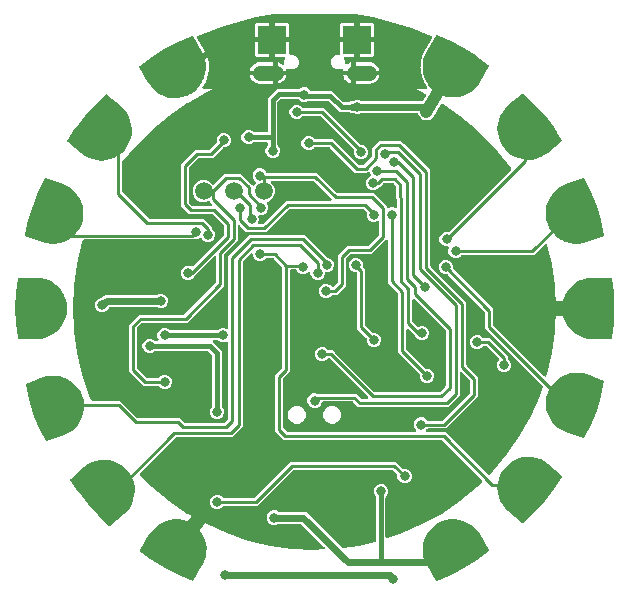
<source format=gbr>
G04 EAGLE Gerber RS-274X export*
G75*
%MOMM*%
%FSLAX34Y34*%
%LPD*%
%INBottom Copper*%
%IPPOS*%
%AMOC8*
5,1,8,0,0,1.08239X$1,22.5*%
G01*
%ADD10R,2.413000X2.413000*%
%ADD11C,1.308000*%
%ADD12C,4.216000*%
%ADD13C,1.500000*%
%ADD14C,0.800100*%
%ADD15C,0.254000*%
%ADD16C,1.270000*%
%ADD17C,0.906400*%
%ADD18C,0.609600*%
%ADD19C,0.406400*%
%ADD20C,1.016000*%

G36*
X147477Y-140920D02*
X147477Y-140920D01*
X147596Y-140917D01*
X147635Y-140906D01*
X147675Y-140902D01*
X147787Y-140861D01*
X147901Y-140828D01*
X147936Y-140808D01*
X147974Y-140794D01*
X148073Y-140727D01*
X148175Y-140667D01*
X148221Y-140627D01*
X148237Y-140616D01*
X148251Y-140600D01*
X148296Y-140560D01*
X151064Y-137792D01*
X151077Y-137776D01*
X151143Y-137706D01*
X163134Y-123266D01*
X163145Y-123249D01*
X163204Y-123173D01*
X173811Y-107688D01*
X173821Y-107670D01*
X173873Y-107589D01*
X183006Y-91192D01*
X183014Y-91172D01*
X183058Y-91087D01*
X190639Y-73917D01*
X190645Y-73897D01*
X190682Y-73808D01*
X193077Y-66662D01*
X193105Y-66521D01*
X193137Y-66380D01*
X193136Y-66365D01*
X193139Y-66351D01*
X193131Y-66206D01*
X193127Y-66062D01*
X193123Y-66048D01*
X193122Y-66033D01*
X193079Y-65895D01*
X193039Y-65756D01*
X193031Y-65744D01*
X193027Y-65730D01*
X192951Y-65607D01*
X192877Y-65482D01*
X192864Y-65467D01*
X192859Y-65459D01*
X192846Y-65447D01*
X192771Y-65361D01*
X144652Y-17243D01*
X144652Y-3799D01*
X144640Y-3701D01*
X144637Y-3602D01*
X144620Y-3543D01*
X144612Y-3483D01*
X144576Y-3391D01*
X144548Y-3296D01*
X144518Y-3244D01*
X144495Y-3188D01*
X144437Y-3108D01*
X144387Y-3022D01*
X144321Y-2947D01*
X144309Y-2930D01*
X144299Y-2922D01*
X144281Y-2901D01*
X112859Y28520D01*
X112781Y28581D01*
X112709Y28649D01*
X112656Y28678D01*
X112608Y28715D01*
X112517Y28754D01*
X112430Y28802D01*
X112372Y28817D01*
X112316Y28841D01*
X112218Y28857D01*
X112122Y28882D01*
X112022Y28888D01*
X112002Y28891D01*
X111990Y28890D01*
X111962Y28892D01*
X109925Y28892D01*
X107707Y29810D01*
X106010Y31507D01*
X105092Y33725D01*
X105092Y36125D01*
X106010Y38343D01*
X107707Y40040D01*
X109925Y40958D01*
X112325Y40958D01*
X114543Y40040D01*
X116240Y38343D01*
X117158Y36125D01*
X117158Y34088D01*
X117171Y33990D01*
X117174Y33891D01*
X117190Y33833D01*
X117198Y33773D01*
X117235Y33681D01*
X117262Y33586D01*
X117293Y33533D01*
X117315Y33477D01*
X117373Y33397D01*
X117424Y33312D01*
X117490Y33236D01*
X117502Y33220D01*
X117511Y33212D01*
X117530Y33191D01*
X148951Y1769D01*
X151258Y-537D01*
X151258Y-13981D01*
X151270Y-14079D01*
X151273Y-14178D01*
X151290Y-14237D01*
X151298Y-14297D01*
X151334Y-14389D01*
X151362Y-14484D01*
X151392Y-14536D01*
X151415Y-14592D01*
X151473Y-14672D01*
X151523Y-14758D01*
X151589Y-14833D01*
X151601Y-14850D01*
X151611Y-14858D01*
X151629Y-14879D01*
X194222Y-57471D01*
X194296Y-57529D01*
X194363Y-57593D01*
X194421Y-57626D01*
X194473Y-57666D01*
X194559Y-57703D01*
X194641Y-57749D01*
X194704Y-57766D01*
X194765Y-57792D01*
X194857Y-57807D01*
X194948Y-57831D01*
X195014Y-57832D01*
X195079Y-57842D01*
X195172Y-57834D01*
X195266Y-57834D01*
X195330Y-57819D01*
X195396Y-57812D01*
X195484Y-57781D01*
X195575Y-57758D01*
X195633Y-57727D01*
X195695Y-57705D01*
X195773Y-57652D01*
X195855Y-57608D01*
X195903Y-57563D01*
X195958Y-57526D01*
X196020Y-57456D01*
X196089Y-57393D01*
X196125Y-57337D01*
X196169Y-57288D01*
X196211Y-57204D01*
X196262Y-57126D01*
X196305Y-57021D01*
X196313Y-57005D01*
X196315Y-56996D01*
X196323Y-56977D01*
X196646Y-56012D01*
X196651Y-55991D01*
X196679Y-55899D01*
X200976Y-37629D01*
X200978Y-37608D01*
X200997Y-37513D01*
X203590Y-18924D01*
X203591Y-18903D01*
X203601Y-18808D01*
X204468Y-59D01*
X204466Y-38D01*
X204468Y59D01*
X203601Y18808D01*
X203598Y18828D01*
X203590Y18924D01*
X200997Y37513D01*
X200992Y37534D01*
X200976Y37629D01*
X197159Y53858D01*
X197106Y53999D01*
X197054Y54143D01*
X197050Y54149D01*
X197048Y54156D01*
X196961Y54280D01*
X196876Y54406D01*
X196870Y54411D01*
X196866Y54417D01*
X196751Y54516D01*
X196637Y54617D01*
X196631Y54620D01*
X196625Y54625D01*
X196489Y54692D01*
X196354Y54761D01*
X196347Y54763D01*
X196340Y54766D01*
X196192Y54798D01*
X196044Y54831D01*
X196036Y54831D01*
X196029Y54832D01*
X195878Y54826D01*
X195726Y54821D01*
X195719Y54819D01*
X195711Y54819D01*
X195566Y54775D01*
X195420Y54733D01*
X195414Y54729D01*
X195407Y54727D01*
X195276Y54648D01*
X195146Y54571D01*
X195139Y54565D01*
X195135Y54562D01*
X195127Y54554D01*
X195026Y54465D01*
X185518Y44957D01*
X125135Y44957D01*
X125037Y44945D01*
X124938Y44942D01*
X124880Y44925D01*
X124820Y44917D01*
X124728Y44881D01*
X124633Y44853D01*
X124580Y44823D01*
X124524Y44800D01*
X124444Y44742D01*
X124359Y44692D01*
X124283Y44626D01*
X124267Y44614D01*
X124259Y44604D01*
X124238Y44586D01*
X122798Y43145D01*
X120580Y42227D01*
X118180Y42227D01*
X115962Y43145D01*
X114265Y44842D01*
X113347Y47060D01*
X113347Y49460D01*
X113832Y50632D01*
X113845Y50680D01*
X113866Y50725D01*
X113887Y50832D01*
X113916Y50939D01*
X113917Y50988D01*
X113926Y51037D01*
X113919Y51147D01*
X113921Y51257D01*
X113910Y51305D01*
X113906Y51354D01*
X113873Y51459D01*
X113847Y51566D01*
X113824Y51610D01*
X113808Y51657D01*
X113750Y51750D01*
X113698Y51847D01*
X113665Y51884D01*
X113638Y51926D01*
X113558Y52001D01*
X113484Y52082D01*
X113443Y52110D01*
X113407Y52144D01*
X113310Y52197D01*
X113219Y52257D01*
X113172Y52273D01*
X113128Y52297D01*
X113022Y52325D01*
X112918Y52360D01*
X112868Y52364D01*
X112820Y52377D01*
X112659Y52387D01*
X110560Y52387D01*
X108342Y53305D01*
X106645Y55002D01*
X105727Y57220D01*
X105727Y59620D01*
X106645Y61838D01*
X108342Y63535D01*
X110560Y64453D01*
X112597Y64453D01*
X112695Y64466D01*
X112794Y64469D01*
X112852Y64485D01*
X112912Y64493D01*
X113004Y64530D01*
X113099Y64557D01*
X113152Y64588D01*
X113208Y64610D01*
X113288Y64668D01*
X113373Y64719D01*
X113449Y64785D01*
X113465Y64797D01*
X113473Y64806D01*
X113494Y64825D01*
X165970Y117301D01*
X165972Y117303D01*
X165973Y117304D01*
X166068Y117427D01*
X166165Y117552D01*
X166166Y117554D01*
X166167Y117556D01*
X166229Y117700D01*
X166292Y117844D01*
X166292Y117846D01*
X166293Y117848D01*
X166316Y117998D01*
X166342Y118158D01*
X166341Y118160D01*
X166342Y118162D01*
X166327Y118312D01*
X166312Y118475D01*
X166311Y118477D01*
X166311Y118479D01*
X166259Y118621D01*
X166204Y118774D01*
X166203Y118776D01*
X166202Y118778D01*
X166120Y118916D01*
X163204Y123173D01*
X163190Y123188D01*
X163134Y123266D01*
X151143Y137706D01*
X151128Y137720D01*
X151064Y137792D01*
X137792Y151064D01*
X137776Y151077D01*
X137706Y151143D01*
X123266Y163134D01*
X123249Y163145D01*
X123173Y163204D01*
X108584Y173198D01*
X108445Y173269D01*
X108305Y173342D01*
X108303Y173342D01*
X108301Y173343D01*
X108147Y173378D01*
X107996Y173413D01*
X107993Y173413D01*
X107991Y173414D01*
X107834Y173410D01*
X107678Y173406D01*
X107675Y173405D01*
X107673Y173405D01*
X107523Y173362D01*
X107372Y173320D01*
X107369Y173318D01*
X107367Y173318D01*
X107229Y173237D01*
X107097Y173160D01*
X107095Y173158D01*
X107093Y173157D01*
X106979Y173044D01*
X106870Y172937D01*
X106868Y172934D01*
X106867Y172933D01*
X106864Y172929D01*
X106778Y172804D01*
X99983Y161494D01*
X97709Y159811D01*
X94963Y159126D01*
X92165Y159544D01*
X89739Y161002D01*
X88056Y163276D01*
X87841Y164137D01*
X87797Y164252D01*
X87759Y164369D01*
X87739Y164400D01*
X87726Y164434D01*
X87654Y164534D01*
X87588Y164638D01*
X87562Y164663D01*
X87541Y164692D01*
X87447Y164772D01*
X87357Y164856D01*
X87325Y164873D01*
X87298Y164897D01*
X87186Y164950D01*
X87078Y165010D01*
X87043Y165019D01*
X87011Y165034D01*
X86890Y165058D01*
X86770Y165089D01*
X86718Y165092D01*
X86699Y165096D01*
X86678Y165095D01*
X86610Y165099D01*
X39947Y165099D01*
X39938Y165098D01*
X39929Y165099D01*
X39780Y165078D01*
X39632Y165059D01*
X39623Y165056D01*
X39614Y165055D01*
X39461Y165003D01*
X37395Y164147D01*
X34995Y164147D01*
X32929Y165003D01*
X32920Y165005D01*
X32912Y165010D01*
X32766Y165047D01*
X32622Y165087D01*
X32613Y165087D01*
X32604Y165089D01*
X32443Y165099D01*
X30739Y165099D01*
X28792Y165906D01*
X28750Y165938D01*
X28659Y165978D01*
X28572Y166026D01*
X28514Y166041D01*
X28459Y166065D01*
X28361Y166080D01*
X28264Y166105D01*
X28165Y166111D01*
X28144Y166115D01*
X28132Y166113D01*
X28104Y166115D01*
X21176Y166115D01*
X12023Y175269D01*
X11945Y175329D01*
X11873Y175397D01*
X11820Y175426D01*
X11772Y175463D01*
X11681Y175503D01*
X11594Y175551D01*
X11536Y175566D01*
X11480Y175590D01*
X11382Y175605D01*
X11286Y175630D01*
X11186Y175636D01*
X11166Y175640D01*
X11154Y175638D01*
X11126Y175640D01*
X-5751Y175640D01*
X-5760Y175639D01*
X-5770Y175640D01*
X-5918Y175619D01*
X-6067Y175600D01*
X-6075Y175597D01*
X-6085Y175596D01*
X-6237Y175544D01*
X-7690Y174942D01*
X-10090Y174942D01*
X-12308Y175860D01*
X-13621Y177174D01*
X-13699Y177234D01*
X-13771Y177302D01*
X-13824Y177331D01*
X-13872Y177368D01*
X-13963Y177408D01*
X-14050Y177456D01*
X-14108Y177471D01*
X-14164Y177495D01*
X-14262Y177510D01*
X-14358Y177535D01*
X-14458Y177541D01*
X-14478Y177545D01*
X-14490Y177543D01*
X-14518Y177545D01*
X-28271Y177545D01*
X-28369Y177533D01*
X-28468Y177530D01*
X-28526Y177513D01*
X-28586Y177505D01*
X-28678Y177469D01*
X-28773Y177441D01*
X-28825Y177411D01*
X-28882Y177388D01*
X-28962Y177330D01*
X-29047Y177280D01*
X-29123Y177214D01*
X-29139Y177202D01*
X-29147Y177192D01*
X-29168Y177174D01*
X-31124Y175218D01*
X-31184Y175140D01*
X-31252Y175068D01*
X-31281Y175015D01*
X-31318Y174967D01*
X-31358Y174876D01*
X-31406Y174789D01*
X-31421Y174731D01*
X-31445Y174675D01*
X-31460Y174577D01*
X-31485Y174481D01*
X-31491Y174381D01*
X-31495Y174361D01*
X-31493Y174349D01*
X-31495Y174321D01*
X-31495Y138343D01*
X-31483Y138245D01*
X-31480Y138146D01*
X-31463Y138088D01*
X-31455Y138028D01*
X-31419Y137936D01*
X-31391Y137841D01*
X-31361Y137788D01*
X-31338Y137732D01*
X-31280Y137652D01*
X-31230Y137567D01*
X-31164Y137491D01*
X-31152Y137475D01*
X-31142Y137467D01*
X-31124Y137446D01*
X-30445Y136768D01*
X-29527Y134550D01*
X-29527Y132150D01*
X-30445Y129932D01*
X-32142Y128235D01*
X-34360Y127317D01*
X-36760Y127317D01*
X-38978Y128235D01*
X-40675Y129932D01*
X-41593Y132150D01*
X-41593Y134550D01*
X-40675Y136768D01*
X-39996Y137446D01*
X-39936Y137524D01*
X-39868Y137596D01*
X-39839Y137649D01*
X-39802Y137697D01*
X-39762Y137788D01*
X-39714Y137875D01*
X-39699Y137933D01*
X-39675Y137989D01*
X-39660Y138087D01*
X-39635Y138183D01*
X-39629Y138283D01*
X-39625Y138303D01*
X-39627Y138315D01*
X-39625Y138343D01*
X-39625Y139446D01*
X-39640Y139564D01*
X-39647Y139683D01*
X-39660Y139721D01*
X-39665Y139762D01*
X-39708Y139872D01*
X-39745Y139985D01*
X-39767Y140020D01*
X-39782Y140057D01*
X-39851Y140153D01*
X-39915Y140254D01*
X-39945Y140282D01*
X-39968Y140315D01*
X-40060Y140391D01*
X-40147Y140472D01*
X-40182Y140492D01*
X-40213Y140517D01*
X-40321Y140568D01*
X-40425Y140626D01*
X-40465Y140636D01*
X-40501Y140653D01*
X-40618Y140675D01*
X-40733Y140705D01*
X-40793Y140709D01*
X-40813Y140713D01*
X-40834Y140711D01*
X-40894Y140715D01*
X-50887Y140715D01*
X-50985Y140703D01*
X-51084Y140700D01*
X-51142Y140683D01*
X-51202Y140675D01*
X-51294Y140639D01*
X-51389Y140611D01*
X-51442Y140581D01*
X-51498Y140558D01*
X-51578Y140500D01*
X-51663Y140450D01*
X-51739Y140384D01*
X-51755Y140372D01*
X-51763Y140362D01*
X-51784Y140343D01*
X-52462Y139665D01*
X-54680Y138747D01*
X-57080Y138747D01*
X-59298Y139665D01*
X-60995Y141362D01*
X-61913Y143580D01*
X-61913Y145980D01*
X-60995Y148198D01*
X-59298Y149895D01*
X-57080Y150813D01*
X-54680Y150813D01*
X-52462Y149895D01*
X-51784Y149217D01*
X-51706Y149156D01*
X-51634Y149088D01*
X-51581Y149059D01*
X-51533Y149022D01*
X-51442Y148982D01*
X-51355Y148934D01*
X-51297Y148919D01*
X-51241Y148895D01*
X-51143Y148880D01*
X-51047Y148855D01*
X-50947Y148849D01*
X-50927Y148845D01*
X-50915Y148847D01*
X-50887Y148845D01*
X-40894Y148845D01*
X-40776Y148860D01*
X-40657Y148867D01*
X-40619Y148880D01*
X-40578Y148885D01*
X-40468Y148928D01*
X-40355Y148965D01*
X-40320Y148987D01*
X-40283Y149002D01*
X-40187Y149071D01*
X-40086Y149135D01*
X-40058Y149165D01*
X-40025Y149188D01*
X-39949Y149280D01*
X-39868Y149367D01*
X-39848Y149402D01*
X-39823Y149433D01*
X-39772Y149541D01*
X-39714Y149645D01*
X-39704Y149685D01*
X-39687Y149721D01*
X-39665Y149838D01*
X-39635Y149953D01*
X-39631Y150013D01*
X-39627Y150033D01*
X-39629Y150054D01*
X-39625Y150114D01*
X-39625Y178214D01*
X-32164Y185675D01*
X-13248Y185675D01*
X-13150Y185687D01*
X-13051Y185690D01*
X-12993Y185707D01*
X-12933Y185715D01*
X-12841Y185751D01*
X-12746Y185779D01*
X-12693Y185809D01*
X-12637Y185832D01*
X-12557Y185890D01*
X-12472Y185940D01*
X-12396Y186006D01*
X-12380Y186018D01*
X-12372Y186028D01*
X-12351Y186046D01*
X-12308Y186090D01*
X-10090Y187008D01*
X-7690Y187008D01*
X-5472Y186090D01*
X-3717Y184334D01*
X-3684Y184277D01*
X-3664Y184256D01*
X-3648Y184231D01*
X-3553Y184142D01*
X-3463Y184049D01*
X-3438Y184033D01*
X-3416Y184013D01*
X-3302Y183950D01*
X-3192Y183882D01*
X-3164Y183874D01*
X-3138Y183859D01*
X-3012Y183827D01*
X-2888Y183789D01*
X-2858Y183787D01*
X-2830Y183780D01*
X-2669Y183770D01*
X15019Y183770D01*
X24172Y174616D01*
X24250Y174556D01*
X24322Y174488D01*
X24375Y174459D01*
X24423Y174422D01*
X24514Y174382D01*
X24601Y174334D01*
X24659Y174319D01*
X24715Y174295D01*
X24813Y174280D01*
X24909Y174255D01*
X25009Y174249D01*
X25029Y174245D01*
X25041Y174247D01*
X25069Y174245D01*
X28104Y174245D01*
X28202Y174257D01*
X28301Y174260D01*
X28359Y174277D01*
X28419Y174285D01*
X28512Y174321D01*
X28607Y174349D01*
X28659Y174379D01*
X28715Y174402D01*
X28781Y174450D01*
X30739Y175261D01*
X32443Y175261D01*
X32452Y175262D01*
X32461Y175261D01*
X32610Y175282D01*
X32758Y175301D01*
X32767Y175304D01*
X32776Y175305D01*
X32929Y175357D01*
X34995Y176213D01*
X37395Y176213D01*
X39461Y175357D01*
X39470Y175355D01*
X39478Y175350D01*
X39624Y175313D01*
X39768Y175273D01*
X39777Y175273D01*
X39786Y175271D01*
X39947Y175261D01*
X90941Y175261D01*
X91034Y175273D01*
X91129Y175275D01*
X91192Y175292D01*
X91256Y175301D01*
X91344Y175335D01*
X91435Y175361D01*
X91491Y175394D01*
X91552Y175418D01*
X91628Y175473D01*
X91710Y175521D01*
X91757Y175566D01*
X91809Y175604D01*
X91870Y175677D01*
X91937Y175744D01*
X92000Y175835D01*
X92012Y175849D01*
X92016Y175858D01*
X92029Y175876D01*
X94353Y179745D01*
X94409Y179873D01*
X94469Y179999D01*
X94473Y180018D01*
X94481Y180036D01*
X94504Y180174D01*
X94531Y180311D01*
X94530Y180330D01*
X94533Y180350D01*
X94521Y180489D01*
X94513Y180628D01*
X94507Y180647D01*
X94505Y180666D01*
X94459Y180798D01*
X94417Y180931D01*
X94406Y180948D01*
X94400Y180966D01*
X94322Y181083D01*
X94248Y181201D01*
X94234Y181214D01*
X94223Y181231D01*
X94119Y181324D01*
X94018Y181420D01*
X93995Y181435D01*
X93986Y181443D01*
X93968Y181452D01*
X93882Y181507D01*
X91192Y183006D01*
X91172Y183014D01*
X91087Y183058D01*
X85736Y185421D01*
X94377Y185421D01*
X94523Y185439D01*
X94669Y185455D01*
X94680Y185459D01*
X94692Y185461D01*
X94829Y185515D01*
X94967Y185567D01*
X94977Y185573D01*
X94988Y185578D01*
X95106Y185664D01*
X95228Y185749D01*
X95236Y185758D01*
X95245Y185764D01*
X95339Y185878D01*
X95435Y185990D01*
X95440Y186000D01*
X95448Y186009D01*
X95511Y186143D01*
X95576Y186275D01*
X95579Y186287D01*
X95584Y186297D01*
X95611Y186441D01*
X95642Y186586D01*
X95641Y186598D01*
X95643Y186610D01*
X95634Y186756D01*
X95628Y186904D01*
X95624Y186915D01*
X95624Y186927D01*
X95578Y187066D01*
X95535Y187208D01*
X95528Y187222D01*
X95526Y187229D01*
X95517Y187243D01*
X95460Y187351D01*
X94861Y188334D01*
X94855Y188342D01*
X94850Y188351D01*
X94756Y188482D01*
X94258Y189085D01*
X94256Y189143D01*
X94253Y189151D01*
X94253Y189159D01*
X94209Y189303D01*
X94167Y189448D01*
X94163Y189455D01*
X94161Y189463D01*
X94086Y189606D01*
X93476Y190607D01*
X93470Y190614D01*
X93467Y190621D01*
X93371Y190738D01*
X93277Y190856D01*
X93271Y190861D01*
X93265Y190867D01*
X93144Y190956D01*
X93093Y190995D01*
X92783Y191718D01*
X92778Y191726D01*
X92775Y191736D01*
X92700Y191879D01*
X92293Y192547D01*
X92300Y192604D01*
X92298Y192612D01*
X92299Y192621D01*
X92276Y192769D01*
X92256Y192919D01*
X92252Y192927D01*
X92251Y192935D01*
X92197Y193087D01*
X91736Y194164D01*
X91731Y194172D01*
X91729Y194180D01*
X91652Y194308D01*
X91575Y194439D01*
X91569Y194445D01*
X91564Y194452D01*
X91458Y194557D01*
X91412Y194603D01*
X91209Y195362D01*
X91205Y195372D01*
X91203Y195382D01*
X91149Y195533D01*
X90841Y196253D01*
X90856Y196308D01*
X90856Y196317D01*
X90858Y196325D01*
X90857Y196472D01*
X90857Y196626D01*
X90855Y196634D01*
X90855Y196643D01*
X90823Y196801D01*
X90520Y197933D01*
X90517Y197941D01*
X90515Y197949D01*
X90456Y198089D01*
X90400Y198228D01*
X90395Y198234D01*
X90391Y198242D01*
X90300Y198362D01*
X90262Y198413D01*
X90169Y199194D01*
X90166Y199204D01*
X90166Y199214D01*
X90134Y199372D01*
X89932Y200128D01*
X89954Y200180D01*
X89955Y200189D01*
X89958Y200197D01*
X89978Y200346D01*
X90001Y200495D01*
X90000Y200503D01*
X90001Y200512D01*
X89992Y200673D01*
X89853Y201837D01*
X89851Y201845D01*
X89851Y201853D01*
X89812Y201999D01*
X89776Y202145D01*
X89772Y202153D01*
X89769Y202161D01*
X89696Y202292D01*
X89666Y202348D01*
X89684Y203134D01*
X89683Y203144D01*
X89685Y203155D01*
X89676Y203315D01*
X89583Y204092D01*
X89612Y204141D01*
X89615Y204150D01*
X89619Y204157D01*
X89660Y204302D01*
X89703Y204446D01*
X89704Y204455D01*
X89706Y204463D01*
X89720Y204623D01*
X89748Y205795D01*
X89747Y205804D01*
X89748Y205812D01*
X89731Y205962D01*
X89715Y206112D01*
X89713Y206120D01*
X89712Y206128D01*
X89658Y206268D01*
X89636Y206328D01*
X89766Y207104D01*
X89766Y207114D01*
X89769Y207124D01*
X89783Y207284D01*
X89802Y208066D01*
X89838Y208111D01*
X89842Y208119D01*
X89847Y208125D01*
X89908Y208263D01*
X89971Y208400D01*
X89973Y208408D01*
X89976Y208416D01*
X90013Y208572D01*
X90207Y209729D01*
X90208Y209737D01*
X90210Y209745D01*
X90214Y209896D01*
X90220Y210046D01*
X90219Y210055D01*
X90219Y210063D01*
X90185Y210211D01*
X90172Y210272D01*
X90412Y211021D01*
X90413Y211031D01*
X90418Y211040D01*
X90454Y211197D01*
X90584Y211969D01*
X90626Y212008D01*
X90631Y212015D01*
X90637Y212021D01*
X90717Y212148D01*
X90799Y212275D01*
X90802Y212283D01*
X90806Y212290D01*
X90865Y212440D01*
X91222Y213557D01*
X91224Y213565D01*
X91227Y213573D01*
X91253Y213721D01*
X91280Y213869D01*
X91280Y213878D01*
X91281Y213886D01*
X91269Y214037D01*
X91265Y214100D01*
X91608Y214807D01*
X91611Y214816D01*
X91617Y214825D01*
X91676Y214975D01*
X91914Y215720D01*
X91961Y215753D01*
X91967Y215759D01*
X91974Y215764D01*
X92071Y215879D01*
X92170Y215992D01*
X92174Y216000D01*
X92180Y216006D01*
X92259Y216146D01*
X92707Y217068D01*
X92724Y217119D01*
X92749Y217167D01*
X92775Y217269D01*
X92809Y217369D01*
X92813Y217423D01*
X92826Y217475D01*
X92826Y217482D01*
X93322Y218342D01*
X93330Y218362D01*
X93364Y218422D01*
X93804Y219326D01*
X93837Y219360D01*
X93917Y219429D01*
X93947Y219473D01*
X93985Y219511D01*
X94074Y219645D01*
X99334Y228755D01*
X99353Y228801D01*
X99380Y228842D01*
X99414Y228947D01*
X99457Y229049D01*
X99465Y229097D01*
X99480Y229144D01*
X99488Y229254D01*
X99504Y229363D01*
X99499Y229412D01*
X99502Y229461D01*
X99482Y229570D01*
X99471Y229679D01*
X99454Y229725D01*
X99445Y229774D01*
X99398Y229874D01*
X99360Y229978D01*
X99332Y230018D01*
X99311Y230062D01*
X99242Y230148D01*
X99179Y230239D01*
X99141Y230271D01*
X99110Y230309D01*
X99022Y230374D01*
X98938Y230447D01*
X98894Y230469D01*
X98854Y230498D01*
X98709Y230567D01*
X79591Y238272D01*
X79586Y238273D01*
X79444Y238321D01*
X49826Y246215D01*
X49806Y246218D01*
X49712Y246240D01*
X34597Y248812D01*
X34585Y248812D01*
X34558Y248818D01*
X33912Y248907D01*
X33905Y248907D01*
X33899Y248909D01*
X33738Y248919D01*
X-33738Y248919D01*
X-33745Y248918D01*
X-33752Y248919D01*
X-33912Y248907D01*
X-34558Y248818D01*
X-34570Y248815D01*
X-34597Y248812D01*
X-49712Y246240D01*
X-49733Y246234D01*
X-49826Y246215D01*
X-79444Y238321D01*
X-79448Y238319D01*
X-79591Y238272D01*
X-98808Y230527D01*
X-98851Y230504D01*
X-98897Y230487D01*
X-98989Y230426D01*
X-99086Y230373D01*
X-99121Y230339D01*
X-99162Y230312D01*
X-99236Y230230D01*
X-99316Y230153D01*
X-99342Y230112D01*
X-99375Y230075D01*
X-99426Y229978D01*
X-99485Y229884D01*
X-99500Y229837D01*
X-99523Y229794D01*
X-99548Y229686D01*
X-99582Y229581D01*
X-99585Y229532D01*
X-99596Y229484D01*
X-99594Y229374D01*
X-99600Y229263D01*
X-99590Y229215D01*
X-99589Y229166D01*
X-99560Y229060D01*
X-99539Y228951D01*
X-99517Y228907D01*
X-99504Y228860D01*
X-99433Y228716D01*
X-93656Y218710D01*
X-93655Y218709D01*
X-93474Y218395D01*
X-93474Y218394D01*
X-93070Y217695D01*
X-92727Y217101D01*
X-95006Y215786D01*
X-95542Y216891D01*
X-95554Y216907D01*
X-95564Y216931D01*
X-103184Y230129D01*
X-103199Y230148D01*
X-103209Y230170D01*
X-103271Y230233D01*
X-103328Y230301D01*
X-103350Y230313D01*
X-103367Y230330D01*
X-103447Y230368D01*
X-103524Y230411D01*
X-103548Y230415D01*
X-103570Y230425D01*
X-103658Y230432D01*
X-103745Y230446D01*
X-103769Y230442D01*
X-103794Y230444D01*
X-103934Y230409D01*
X-103965Y230402D01*
X-103970Y230400D01*
X-103976Y230398D01*
X-115765Y225515D01*
X-115786Y225502D01*
X-115815Y225491D01*
X-127134Y219599D01*
X-127153Y219584D01*
X-127182Y219572D01*
X-137944Y212715D01*
X-137962Y212699D01*
X-137989Y212684D01*
X-148113Y204915D01*
X-148130Y204897D01*
X-148150Y204884D01*
X-148205Y204815D01*
X-148264Y204749D01*
X-148273Y204727D01*
X-148288Y204707D01*
X-148315Y204624D01*
X-148348Y204541D01*
X-148349Y204517D01*
X-148356Y204494D01*
X-148352Y204405D01*
X-148354Y204317D01*
X-148346Y204294D01*
X-148345Y204269D01*
X-148292Y204136D01*
X-148282Y204105D01*
X-148279Y204101D01*
X-148276Y204095D01*
X-140656Y190897D01*
X-140653Y190893D01*
X-140651Y190889D01*
X-140642Y190879D01*
X-140632Y190858D01*
X-138601Y187857D01*
X-138574Y187830D01*
X-138545Y187786D01*
X-136107Y185105D01*
X-136077Y185081D01*
X-136042Y185042D01*
X-133247Y182735D01*
X-133214Y182716D01*
X-133174Y182682D01*
X-130079Y180796D01*
X-130043Y180782D01*
X-129999Y180755D01*
X-126667Y179328D01*
X-126630Y179319D01*
X-126582Y179298D01*
X-123081Y178360D01*
X-123043Y178357D01*
X-122992Y178343D01*
X-119394Y177913D01*
X-119356Y177915D01*
X-119303Y177909D01*
X-115680Y177995D01*
X-115643Y178003D01*
X-115590Y178004D01*
X-112017Y178604D01*
X-111981Y178617D01*
X-111929Y178626D01*
X-108477Y179729D01*
X-108443Y179747D01*
X-108393Y179763D01*
X-105133Y181346D01*
X-105102Y181369D01*
X-105055Y181392D01*
X-102053Y183423D01*
X-102026Y183450D01*
X-101982Y183479D01*
X-99301Y185917D01*
X-99277Y185947D01*
X-99238Y185982D01*
X-96931Y188777D01*
X-96912Y188810D01*
X-96878Y188850D01*
X-94992Y191945D01*
X-94978Y191980D01*
X-94951Y192025D01*
X-93524Y195357D01*
X-93515Y195394D01*
X-93494Y195442D01*
X-92556Y198943D01*
X-92553Y198981D01*
X-92539Y199032D01*
X-92109Y202630D01*
X-92111Y202668D01*
X-92105Y202720D01*
X-92191Y206343D01*
X-92199Y206381D01*
X-92200Y206434D01*
X-92801Y210007D01*
X-92813Y210043D01*
X-92822Y210095D01*
X-93115Y211013D01*
X-90807Y212346D01*
X-90331Y210803D01*
X-89734Y207650D01*
X-89494Y204449D01*
X-89614Y201242D01*
X-90093Y198068D01*
X-90923Y194968D01*
X-92096Y191980D01*
X-93596Y189142D01*
X-94780Y187405D01*
X-94790Y187387D01*
X-94803Y187371D01*
X-94862Y187245D01*
X-94925Y187122D01*
X-94930Y187102D01*
X-94938Y187083D01*
X-94965Y186947D01*
X-94995Y186812D01*
X-94994Y186791D01*
X-94998Y186771D01*
X-94990Y186633D01*
X-94986Y186494D01*
X-94980Y186474D01*
X-94979Y186453D01*
X-94936Y186322D01*
X-94897Y186188D01*
X-94887Y186170D01*
X-94880Y186151D01*
X-94806Y186034D01*
X-94736Y185914D01*
X-94721Y185899D01*
X-94710Y185882D01*
X-94609Y185787D01*
X-94512Y185689D01*
X-94494Y185678D01*
X-94479Y185664D01*
X-94357Y185597D01*
X-94238Y185526D01*
X-94218Y185520D01*
X-94200Y185510D01*
X-94066Y185476D01*
X-93933Y185437D01*
X-93912Y185436D01*
X-93892Y185431D01*
X-93732Y185421D01*
X-85736Y185421D01*
X-91087Y183058D01*
X-91105Y183048D01*
X-91192Y183006D01*
X-107589Y173873D01*
X-107606Y173861D01*
X-107688Y173811D01*
X-123173Y163204D01*
X-123188Y163190D01*
X-123266Y163134D01*
X-137706Y151143D01*
X-137720Y151128D01*
X-137792Y151064D01*
X-151064Y137792D01*
X-151077Y137776D01*
X-151143Y137706D01*
X-162774Y123699D01*
X-162796Y123664D01*
X-162824Y123635D01*
X-162881Y123531D01*
X-162945Y123430D01*
X-162958Y123392D01*
X-162978Y123356D01*
X-163007Y123241D01*
X-163044Y123128D01*
X-163047Y123088D01*
X-163057Y123048D01*
X-163067Y122888D01*
X-163067Y99049D01*
X-163055Y98951D01*
X-163052Y98852D01*
X-163035Y98793D01*
X-163027Y98733D01*
X-162991Y98641D01*
X-162963Y98546D01*
X-162933Y98494D01*
X-162910Y98438D01*
X-162852Y98358D01*
X-162802Y98272D01*
X-162736Y98197D01*
X-162724Y98180D01*
X-162714Y98172D01*
X-162696Y98151D01*
X-140609Y76064D01*
X-140530Y76004D01*
X-140458Y75936D01*
X-140405Y75907D01*
X-140357Y75870D01*
X-140266Y75830D01*
X-140180Y75782D01*
X-140121Y75767D01*
X-140066Y75743D01*
X-139968Y75728D01*
X-139872Y75703D01*
X-139772Y75697D01*
X-139751Y75693D01*
X-139739Y75695D01*
X-139711Y75693D01*
X-93882Y75693D01*
X-86867Y68678D01*
X-86867Y67985D01*
X-86855Y67887D01*
X-86852Y67788D01*
X-86835Y67730D01*
X-86827Y67670D01*
X-86791Y67578D01*
X-86763Y67483D01*
X-86733Y67430D01*
X-86710Y67374D01*
X-86652Y67294D01*
X-86602Y67209D01*
X-86536Y67133D01*
X-86524Y67117D01*
X-86514Y67109D01*
X-86496Y67088D01*
X-85055Y65648D01*
X-84137Y63430D01*
X-84137Y61030D01*
X-85055Y58812D01*
X-86752Y57115D01*
X-88970Y56197D01*
X-91370Y56197D01*
X-93588Y57115D01*
X-95285Y58812D01*
X-95335Y58935D01*
X-95394Y59038D01*
X-95447Y59145D01*
X-95473Y59176D01*
X-95493Y59211D01*
X-95576Y59297D01*
X-95653Y59387D01*
X-95686Y59410D01*
X-95714Y59439D01*
X-95816Y59502D01*
X-95913Y59570D01*
X-95951Y59584D01*
X-95985Y59606D01*
X-96099Y59641D01*
X-96210Y59683D01*
X-96251Y59687D01*
X-96289Y59699D01*
X-96408Y59705D01*
X-96526Y59718D01*
X-96566Y59712D01*
X-96607Y59714D01*
X-96724Y59690D01*
X-96841Y59674D01*
X-96898Y59654D01*
X-96918Y59650D01*
X-96937Y59641D01*
X-96994Y59622D01*
X-99130Y58737D01*
X-101167Y58737D01*
X-101265Y58724D01*
X-101364Y58721D01*
X-101422Y58705D01*
X-101482Y58697D01*
X-101574Y58660D01*
X-101669Y58633D01*
X-101722Y58602D01*
X-101778Y58580D01*
X-101858Y58522D01*
X-101943Y58471D01*
X-102019Y58405D01*
X-102035Y58393D01*
X-102043Y58384D01*
X-102064Y58365D01*
X-102137Y58292D01*
X-194969Y58292D01*
X-195042Y58283D01*
X-195115Y58284D01*
X-195199Y58263D01*
X-195284Y58252D01*
X-195353Y58225D01*
X-195424Y58208D01*
X-195500Y58167D01*
X-195580Y58135D01*
X-195639Y58092D01*
X-195704Y58058D01*
X-195768Y57999D01*
X-195837Y57949D01*
X-195884Y57892D01*
X-195938Y57842D01*
X-195985Y57770D01*
X-196040Y57704D01*
X-196072Y57637D01*
X-196111Y57575D01*
X-196172Y57426D01*
X-196646Y56012D01*
X-196651Y55991D01*
X-196679Y55899D01*
X-200976Y37629D01*
X-200978Y37608D01*
X-200997Y37513D01*
X-203590Y18924D01*
X-203591Y18903D01*
X-203601Y18808D01*
X-204468Y59D01*
X-204466Y38D01*
X-204468Y-59D01*
X-203601Y-18808D01*
X-203598Y-18828D01*
X-203590Y-18924D01*
X-200997Y-37513D01*
X-200992Y-37534D01*
X-200976Y-37629D01*
X-196679Y-55899D01*
X-196671Y-55919D01*
X-196646Y-56012D01*
X-190682Y-73808D01*
X-190673Y-73826D01*
X-190639Y-73917D01*
X-188974Y-77688D01*
X-188967Y-77701D01*
X-188962Y-77715D01*
X-188885Y-77837D01*
X-188810Y-77961D01*
X-188800Y-77971D01*
X-188792Y-77984D01*
X-188687Y-78082D01*
X-188584Y-78184D01*
X-188571Y-78191D01*
X-188560Y-78202D01*
X-188434Y-78271D01*
X-188309Y-78344D01*
X-188295Y-78348D01*
X-188282Y-78355D01*
X-188142Y-78391D01*
X-188003Y-78430D01*
X-187988Y-78431D01*
X-187974Y-78434D01*
X-187813Y-78445D01*
X-164535Y-78445D01*
X-150134Y-92846D01*
X-150055Y-92906D01*
X-149983Y-92974D01*
X-149930Y-93003D01*
X-149882Y-93040D01*
X-149791Y-93080D01*
X-149705Y-93128D01*
X-149646Y-93143D01*
X-149591Y-93167D01*
X-149493Y-93182D01*
X-149397Y-93207D01*
X-149297Y-93213D01*
X-149276Y-93217D01*
X-149264Y-93215D01*
X-149236Y-93217D01*
X-114202Y-93217D01*
X-110764Y-96656D01*
X-110685Y-96716D01*
X-110613Y-96784D01*
X-110560Y-96813D01*
X-110512Y-96850D01*
X-110421Y-96890D01*
X-110335Y-96938D01*
X-110276Y-96953D01*
X-110221Y-96977D01*
X-110123Y-96992D01*
X-110027Y-97017D01*
X-109927Y-97023D01*
X-109906Y-97027D01*
X-109894Y-97025D01*
X-109866Y-97027D01*
X-76824Y-97027D01*
X-76726Y-97015D01*
X-76627Y-97012D01*
X-76568Y-96995D01*
X-76508Y-96987D01*
X-76416Y-96951D01*
X-76321Y-96923D01*
X-76269Y-96893D01*
X-76213Y-96870D01*
X-76133Y-96812D01*
X-76047Y-96762D01*
X-75972Y-96696D01*
X-75955Y-96684D01*
X-75947Y-96674D01*
X-75926Y-96656D01*
X-73524Y-94254D01*
X-73464Y-94175D01*
X-73396Y-94103D01*
X-73367Y-94050D01*
X-73330Y-94002D01*
X-73290Y-93911D01*
X-73242Y-93825D01*
X-73227Y-93766D01*
X-73203Y-93711D01*
X-73188Y-93613D01*
X-73163Y-93517D01*
X-73157Y-93417D01*
X-73153Y-93396D01*
X-73155Y-93384D01*
X-73153Y-93356D01*
X-73153Y-29502D01*
X-73159Y-29452D01*
X-73157Y-29403D01*
X-73179Y-29295D01*
X-73193Y-29186D01*
X-73211Y-29140D01*
X-73221Y-29091D01*
X-73269Y-28993D01*
X-73310Y-28890D01*
X-73339Y-28850D01*
X-73361Y-28806D01*
X-73432Y-28722D01*
X-73496Y-28633D01*
X-73535Y-28601D01*
X-73567Y-28564D01*
X-73657Y-28500D01*
X-73741Y-28430D01*
X-73786Y-28409D01*
X-73827Y-28380D01*
X-73930Y-28341D01*
X-74029Y-28295D01*
X-74078Y-28285D01*
X-74124Y-28268D01*
X-74234Y-28256D01*
X-74341Y-28235D01*
X-74391Y-28238D01*
X-74440Y-28232D01*
X-74549Y-28248D01*
X-74659Y-28255D01*
X-74706Y-28270D01*
X-74755Y-28277D01*
X-74908Y-28329D01*
X-76270Y-28893D01*
X-78670Y-28893D01*
X-80888Y-27975D01*
X-81566Y-27296D01*
X-81644Y-27236D01*
X-81716Y-27168D01*
X-81769Y-27139D01*
X-81817Y-27102D01*
X-81908Y-27062D01*
X-81995Y-27014D01*
X-82053Y-26999D01*
X-82109Y-26975D01*
X-82207Y-26960D01*
X-82303Y-26935D01*
X-82403Y-26929D01*
X-82423Y-26925D01*
X-82435Y-26927D01*
X-82463Y-26925D01*
X-84913Y-26925D01*
X-85050Y-26942D01*
X-85189Y-26955D01*
X-85208Y-26962D01*
X-85228Y-26965D01*
X-85357Y-27016D01*
X-85488Y-27063D01*
X-85505Y-27074D01*
X-85524Y-27082D01*
X-85636Y-27163D01*
X-85751Y-27241D01*
X-85765Y-27257D01*
X-85781Y-27268D01*
X-85870Y-27376D01*
X-85962Y-27480D01*
X-85971Y-27498D01*
X-85984Y-27513D01*
X-86043Y-27639D01*
X-86106Y-27763D01*
X-86111Y-27783D01*
X-86120Y-27801D01*
X-86146Y-27937D01*
X-86176Y-28073D01*
X-86176Y-28094D01*
X-86179Y-28113D01*
X-86171Y-28252D01*
X-86166Y-28391D01*
X-86161Y-28411D01*
X-86160Y-28431D01*
X-86117Y-28563D01*
X-86078Y-28697D01*
X-86068Y-28714D01*
X-86062Y-28733D01*
X-85987Y-28851D01*
X-85917Y-28971D01*
X-85898Y-28992D01*
X-85891Y-29002D01*
X-85876Y-29016D01*
X-85810Y-29091D01*
X-81238Y-33664D01*
X-78485Y-36416D01*
X-78485Y-82637D01*
X-78473Y-82735D01*
X-78470Y-82834D01*
X-78463Y-82858D01*
X-78462Y-82861D01*
X-78453Y-82892D01*
X-78445Y-82952D01*
X-78409Y-83044D01*
X-78381Y-83139D01*
X-78351Y-83192D01*
X-78328Y-83248D01*
X-78270Y-83328D01*
X-78220Y-83413D01*
X-78154Y-83489D01*
X-78142Y-83505D01*
X-78132Y-83513D01*
X-78114Y-83534D01*
X-77435Y-84212D01*
X-76517Y-86430D01*
X-76517Y-88830D01*
X-77435Y-91048D01*
X-79132Y-92745D01*
X-81350Y-93663D01*
X-83750Y-93663D01*
X-85968Y-92745D01*
X-87665Y-91048D01*
X-88583Y-88830D01*
X-88583Y-86430D01*
X-87665Y-84212D01*
X-86986Y-83534D01*
X-86926Y-83456D01*
X-86858Y-83384D01*
X-86829Y-83331D01*
X-86792Y-83283D01*
X-86752Y-83192D01*
X-86704Y-83105D01*
X-86689Y-83047D01*
X-86665Y-82991D01*
X-86650Y-82893D01*
X-86625Y-82797D01*
X-86620Y-82714D01*
X-86617Y-82702D01*
X-86618Y-82693D01*
X-86615Y-82677D01*
X-86617Y-82665D01*
X-86615Y-82637D01*
X-86615Y-40309D01*
X-86627Y-40211D01*
X-86630Y-40112D01*
X-86647Y-40054D01*
X-86655Y-39994D01*
X-86691Y-39902D01*
X-86719Y-39807D01*
X-86749Y-39755D01*
X-86772Y-39698D01*
X-86830Y-39618D01*
X-86880Y-39533D01*
X-86946Y-39457D01*
X-86958Y-39441D01*
X-86968Y-39433D01*
X-86986Y-39412D01*
X-90212Y-36186D01*
X-90290Y-36126D01*
X-90362Y-36058D01*
X-90415Y-36029D01*
X-90463Y-35992D01*
X-90554Y-35952D01*
X-90641Y-35904D01*
X-90699Y-35889D01*
X-90755Y-35865D01*
X-90853Y-35850D01*
X-90949Y-35825D01*
X-91049Y-35819D01*
X-91069Y-35815D01*
X-91081Y-35817D01*
X-91109Y-35815D01*
X-134707Y-35815D01*
X-134805Y-35827D01*
X-134904Y-35830D01*
X-134962Y-35847D01*
X-135022Y-35855D01*
X-135114Y-35891D01*
X-135209Y-35919D01*
X-135262Y-35949D01*
X-135318Y-35972D01*
X-135398Y-36030D01*
X-135483Y-36080D01*
X-135559Y-36146D01*
X-135575Y-36158D01*
X-135583Y-36168D01*
X-135604Y-36186D01*
X-136282Y-36865D01*
X-138500Y-37783D01*
X-140900Y-37783D01*
X-143118Y-36865D01*
X-144815Y-35168D01*
X-145733Y-32950D01*
X-145733Y-30550D01*
X-144815Y-28332D01*
X-143118Y-26635D01*
X-140900Y-25717D01*
X-138500Y-25717D01*
X-136282Y-26635D01*
X-135604Y-27314D01*
X-135526Y-27374D01*
X-135454Y-27442D01*
X-135401Y-27471D01*
X-135353Y-27508D01*
X-135262Y-27548D01*
X-135175Y-27596D01*
X-135117Y-27611D01*
X-135061Y-27635D01*
X-134963Y-27650D01*
X-134867Y-27675D01*
X-134767Y-27681D01*
X-134747Y-27685D01*
X-134735Y-27683D01*
X-134707Y-27685D01*
X-133431Y-27685D01*
X-133382Y-27679D01*
X-133332Y-27681D01*
X-133225Y-27659D01*
X-133116Y-27645D01*
X-133069Y-27627D01*
X-133021Y-27617D01*
X-132922Y-27569D01*
X-132820Y-27528D01*
X-132780Y-27499D01*
X-132735Y-27477D01*
X-132651Y-27406D01*
X-132563Y-27342D01*
X-132531Y-27303D01*
X-132493Y-27271D01*
X-132430Y-27181D01*
X-132360Y-27097D01*
X-132339Y-27052D01*
X-132310Y-27011D01*
X-132271Y-26908D01*
X-132224Y-26809D01*
X-132215Y-26760D01*
X-132197Y-26714D01*
X-132185Y-26604D01*
X-132164Y-26497D01*
X-132168Y-26447D01*
X-132162Y-26398D01*
X-132177Y-26289D01*
X-132184Y-26179D01*
X-132200Y-26132D01*
X-132206Y-26083D01*
X-132259Y-25930D01*
X-133033Y-24060D01*
X-133033Y-21660D01*
X-132115Y-19442D01*
X-130418Y-17745D01*
X-128200Y-16827D01*
X-125800Y-16827D01*
X-123582Y-17745D01*
X-122904Y-18424D01*
X-122826Y-18484D01*
X-122754Y-18552D01*
X-122701Y-18581D01*
X-122653Y-18618D01*
X-122562Y-18658D01*
X-122475Y-18706D01*
X-122417Y-18721D01*
X-122361Y-18745D01*
X-122263Y-18760D01*
X-122167Y-18785D01*
X-122067Y-18791D01*
X-122047Y-18795D01*
X-122035Y-18793D01*
X-122007Y-18795D01*
X-82463Y-18795D01*
X-82365Y-18783D01*
X-82266Y-18780D01*
X-82208Y-18763D01*
X-82148Y-18755D01*
X-82056Y-18719D01*
X-81961Y-18691D01*
X-81908Y-18661D01*
X-81852Y-18638D01*
X-81772Y-18580D01*
X-81687Y-18530D01*
X-81611Y-18464D01*
X-81595Y-18452D01*
X-81587Y-18442D01*
X-81566Y-18424D01*
X-80888Y-17745D01*
X-78670Y-16827D01*
X-76270Y-16827D01*
X-74908Y-17391D01*
X-74860Y-17404D01*
X-74815Y-17425D01*
X-74707Y-17446D01*
X-74601Y-17475D01*
X-74551Y-17476D01*
X-74502Y-17485D01*
X-74393Y-17478D01*
X-74283Y-17480D01*
X-74235Y-17468D01*
X-74185Y-17465D01*
X-74081Y-17432D01*
X-73974Y-17406D01*
X-73930Y-17383D01*
X-73883Y-17367D01*
X-73790Y-17309D01*
X-73693Y-17257D01*
X-73656Y-17224D01*
X-73614Y-17197D01*
X-73539Y-17117D01*
X-73457Y-17043D01*
X-73430Y-17002D01*
X-73396Y-16966D01*
X-73343Y-16869D01*
X-73283Y-16778D01*
X-73266Y-16730D01*
X-73242Y-16687D01*
X-73215Y-16581D01*
X-73179Y-16477D01*
X-73175Y-16427D01*
X-73163Y-16379D01*
X-73153Y-16218D01*
X-73153Y43913D01*
X-55343Y61723D01*
X-8157Y61723D01*
X10331Y43235D01*
X10409Y43174D01*
X10481Y43106D01*
X10534Y43077D01*
X10582Y43040D01*
X10673Y43001D01*
X10760Y42953D01*
X10818Y42938D01*
X10874Y42914D01*
X10972Y42898D01*
X11068Y42873D01*
X11168Y42867D01*
X11188Y42864D01*
X11200Y42865D01*
X11228Y42863D01*
X11360Y42863D01*
X13578Y41945D01*
X15275Y40248D01*
X16193Y38030D01*
X16193Y35630D01*
X15275Y33412D01*
X13578Y31715D01*
X11360Y30797D01*
X9842Y30797D01*
X9724Y30782D01*
X9606Y30774D01*
X9567Y30762D01*
X9527Y30757D01*
X9416Y30713D01*
X9303Y30676D01*
X9269Y30655D01*
X9231Y30640D01*
X9135Y30570D01*
X9034Y30506D01*
X9007Y30477D01*
X8974Y30453D01*
X8898Y30361D01*
X8816Y30275D01*
X8797Y30239D01*
X8771Y30208D01*
X8720Y30100D01*
X8663Y29996D01*
X8653Y29957D01*
X8636Y29920D01*
X8613Y29804D01*
X8583Y29688D01*
X8580Y29628D01*
X8576Y29608D01*
X8577Y29588D01*
X8573Y29528D01*
X8573Y28645D01*
X7655Y26427D01*
X5958Y24730D01*
X3740Y23812D01*
X1340Y23812D01*
X-878Y24730D01*
X-2575Y26427D01*
X-3493Y28645D01*
X-3493Y29360D01*
X-3511Y29498D01*
X-3524Y29637D01*
X-3531Y29656D01*
X-3533Y29676D01*
X-3584Y29805D01*
X-3631Y29936D01*
X-3643Y29953D01*
X-3650Y29971D01*
X-3732Y30084D01*
X-3810Y30199D01*
X-3825Y30212D01*
X-3837Y30229D01*
X-3944Y30318D01*
X-4048Y30410D01*
X-4066Y30419D01*
X-4082Y30432D01*
X-4208Y30491D01*
X-4332Y30554D01*
X-4351Y30559D01*
X-4370Y30567D01*
X-4506Y30593D01*
X-4642Y30624D01*
X-4662Y30623D01*
X-4682Y30627D01*
X-4821Y30618D01*
X-4960Y30614D01*
X-4979Y30608D01*
X-4999Y30607D01*
X-5132Y30564D01*
X-5265Y30526D01*
X-5283Y30515D01*
X-5302Y30509D01*
X-5419Y30435D01*
X-5539Y30364D01*
X-5560Y30346D01*
X-5571Y30339D01*
X-5585Y30324D01*
X-5660Y30258D01*
X-6107Y29810D01*
X-8325Y28892D01*
X-10725Y28892D01*
X-12943Y29810D01*
X-14640Y31507D01*
X-14889Y32109D01*
X-14901Y32130D01*
X-14908Y32151D01*
X-14910Y32154D01*
X-14913Y32162D01*
X-14982Y32272D01*
X-15046Y32385D01*
X-15067Y32406D01*
X-15083Y32431D01*
X-15177Y32520D01*
X-15268Y32613D01*
X-15293Y32629D01*
X-15314Y32649D01*
X-15428Y32712D01*
X-15539Y32780D01*
X-15567Y32788D01*
X-15593Y32803D01*
X-15719Y32835D01*
X-15843Y32873D01*
X-15872Y32875D01*
X-15901Y32882D01*
X-16061Y32892D01*
X-19558Y32892D01*
X-19676Y32877D01*
X-19795Y32870D01*
X-19833Y32857D01*
X-19874Y32852D01*
X-19984Y32809D01*
X-20097Y32772D01*
X-20132Y32750D01*
X-20169Y32735D01*
X-20265Y32666D01*
X-20366Y32602D01*
X-20394Y32572D01*
X-20427Y32549D01*
X-20503Y32457D01*
X-20584Y32370D01*
X-20604Y32335D01*
X-20629Y32304D01*
X-20680Y32196D01*
X-20738Y32092D01*
X-20748Y32052D01*
X-20765Y32016D01*
X-20787Y31899D01*
X-20817Y31784D01*
X-20821Y31724D01*
X-20825Y31704D01*
X-20824Y31695D01*
X-20825Y31692D01*
X-20824Y31677D01*
X-20827Y31623D01*
X-20827Y-53438D01*
X-26171Y-58781D01*
X-26231Y-58860D01*
X-26299Y-58932D01*
X-26328Y-58985D01*
X-26365Y-59033D01*
X-26405Y-59124D01*
X-26453Y-59210D01*
X-26468Y-59269D01*
X-26492Y-59324D01*
X-26507Y-59422D01*
X-26532Y-59518D01*
X-26538Y-59618D01*
X-26542Y-59639D01*
X-26540Y-59651D01*
X-26542Y-59679D01*
X-26542Y-100976D01*
X-26530Y-101074D01*
X-26527Y-101173D01*
X-26510Y-101232D01*
X-26502Y-101292D01*
X-26466Y-101384D01*
X-26438Y-101479D01*
X-26408Y-101531D01*
X-26385Y-101587D01*
X-26327Y-101667D01*
X-26277Y-101753D01*
X-26211Y-101828D01*
X-26199Y-101845D01*
X-26189Y-101853D01*
X-26171Y-101874D01*
X-23769Y-104276D01*
X-23690Y-104336D01*
X-23618Y-104404D01*
X-23565Y-104433D01*
X-23517Y-104470D01*
X-23426Y-104510D01*
X-23340Y-104558D01*
X-23281Y-104573D01*
X-23226Y-104597D01*
X-23128Y-104612D01*
X-23032Y-104637D01*
X-22932Y-104643D01*
X-22911Y-104647D01*
X-22899Y-104645D01*
X-22871Y-104647D01*
X84796Y-104647D01*
X84934Y-104630D01*
X85072Y-104617D01*
X85091Y-104610D01*
X85111Y-104607D01*
X85240Y-104556D01*
X85371Y-104509D01*
X85388Y-104498D01*
X85407Y-104490D01*
X85519Y-104409D01*
X85635Y-104331D01*
X85648Y-104315D01*
X85664Y-104304D01*
X85753Y-104196D01*
X85845Y-104092D01*
X85854Y-104074D01*
X85867Y-104059D01*
X85926Y-103933D01*
X85990Y-103809D01*
X85994Y-103789D01*
X86003Y-103771D01*
X86029Y-103634D01*
X86059Y-103499D01*
X86059Y-103478D01*
X86062Y-103459D01*
X86054Y-103320D01*
X86050Y-103181D01*
X86044Y-103161D01*
X86043Y-103141D01*
X86000Y-103010D01*
X85961Y-102875D01*
X85951Y-102858D01*
X85945Y-102839D01*
X85870Y-102721D01*
X85800Y-102601D01*
X85781Y-102580D01*
X85775Y-102570D01*
X85760Y-102556D01*
X85693Y-102481D01*
X85055Y-101843D01*
X84137Y-99625D01*
X84137Y-97225D01*
X85055Y-95007D01*
X86752Y-93310D01*
X88970Y-92392D01*
X91370Y-92392D01*
X93588Y-93310D01*
X95028Y-94751D01*
X95106Y-94811D01*
X95178Y-94879D01*
X95231Y-94908D01*
X95279Y-94945D01*
X95370Y-94985D01*
X95457Y-95033D01*
X95515Y-95048D01*
X95571Y-95072D01*
X95669Y-95087D01*
X95765Y-95112D01*
X95865Y-95118D01*
X95885Y-95122D01*
X95897Y-95120D01*
X95925Y-95122D01*
X107961Y-95122D01*
X108059Y-95110D01*
X108158Y-95107D01*
X108217Y-95090D01*
X108277Y-95082D01*
X108369Y-95046D01*
X108464Y-95018D01*
X108516Y-94988D01*
X108572Y-94965D01*
X108652Y-94907D01*
X108738Y-94857D01*
X108813Y-94791D01*
X108830Y-94779D01*
X108838Y-94769D01*
X108859Y-94751D01*
X131581Y-72029D01*
X131641Y-71950D01*
X131709Y-71878D01*
X131738Y-71825D01*
X131775Y-71777D01*
X131815Y-71686D01*
X131863Y-71600D01*
X131878Y-71541D01*
X131902Y-71486D01*
X131917Y-71388D01*
X131942Y-71292D01*
X131948Y-71192D01*
X131952Y-71171D01*
X131950Y-71159D01*
X131952Y-71131D01*
X131952Y-61584D01*
X131940Y-61486D01*
X131937Y-61387D01*
X131920Y-61328D01*
X131912Y-61268D01*
X131876Y-61176D01*
X131848Y-61081D01*
X131818Y-61029D01*
X131795Y-60973D01*
X131737Y-60893D01*
X131687Y-60807D01*
X131621Y-60732D01*
X131609Y-60715D01*
X131599Y-60707D01*
X131581Y-60686D01*
X124918Y-54024D01*
X124808Y-53939D01*
X124701Y-53850D01*
X124683Y-53842D01*
X124667Y-53829D01*
X124539Y-53774D01*
X124414Y-53715D01*
X124394Y-53711D01*
X124375Y-53703D01*
X124237Y-53681D01*
X124101Y-53655D01*
X124081Y-53656D01*
X124061Y-53653D01*
X123922Y-53666D01*
X123784Y-53675D01*
X123765Y-53681D01*
X123744Y-53683D01*
X123613Y-53730D01*
X123481Y-53773D01*
X123464Y-53783D01*
X123445Y-53790D01*
X123330Y-53868D01*
X123213Y-53943D01*
X123199Y-53958D01*
X123182Y-53969D01*
X123090Y-54073D01*
X122995Y-54174D01*
X122985Y-54192D01*
X122972Y-54207D01*
X122908Y-54331D01*
X122841Y-54453D01*
X122836Y-54472D01*
X122827Y-54491D01*
X122796Y-54626D01*
X122762Y-54761D01*
X122760Y-54789D01*
X122757Y-54801D01*
X122758Y-54821D01*
X122752Y-54922D01*
X122752Y-73759D01*
X113197Y-83313D01*
X36732Y-83313D01*
X32659Y-79239D01*
X32580Y-79179D01*
X32508Y-79111D01*
X32455Y-79082D01*
X32407Y-79045D01*
X32316Y-79005D01*
X32230Y-78957D01*
X32171Y-78942D01*
X32116Y-78918D01*
X32018Y-78903D01*
X31922Y-78878D01*
X31822Y-78872D01*
X31801Y-78868D01*
X31789Y-78870D01*
X31761Y-78868D01*
X7062Y-78868D01*
X7033Y-78871D01*
X7004Y-78869D01*
X6876Y-78891D01*
X6747Y-78908D01*
X6720Y-78918D01*
X6690Y-78923D01*
X6572Y-78977D01*
X6451Y-79025D01*
X6427Y-79042D01*
X6400Y-79054D01*
X6299Y-79135D01*
X6194Y-79211D01*
X6175Y-79234D01*
X6152Y-79253D01*
X6074Y-79356D01*
X5991Y-79456D01*
X5979Y-79483D01*
X5961Y-79507D01*
X5890Y-79651D01*
X5115Y-81523D01*
X3418Y-83220D01*
X1200Y-84138D01*
X-1200Y-84138D01*
X-3418Y-83220D01*
X-5115Y-81523D01*
X-6033Y-79305D01*
X-6033Y-76905D01*
X-5115Y-74687D01*
X-3418Y-72990D01*
X-1200Y-72072D01*
X1200Y-72072D01*
X1427Y-72166D01*
X1436Y-72168D01*
X1444Y-72173D01*
X1588Y-72210D01*
X1733Y-72250D01*
X1743Y-72250D01*
X1752Y-72252D01*
X1912Y-72262D01*
X35023Y-72262D01*
X39096Y-76336D01*
X39175Y-76396D01*
X39247Y-76464D01*
X39300Y-76493D01*
X39348Y-76530D01*
X39439Y-76570D01*
X39525Y-76618D01*
X39584Y-76633D01*
X39639Y-76657D01*
X39737Y-76672D01*
X39833Y-76697D01*
X39933Y-76703D01*
X39954Y-76707D01*
X39966Y-76705D01*
X39994Y-76707D01*
X44207Y-76707D01*
X44345Y-76690D01*
X44484Y-76677D01*
X44503Y-76670D01*
X44523Y-76667D01*
X44652Y-76616D01*
X44783Y-76569D01*
X44800Y-76558D01*
X44818Y-76550D01*
X44931Y-76469D01*
X45046Y-76391D01*
X45059Y-76375D01*
X45076Y-76364D01*
X45165Y-76256D01*
X45257Y-76152D01*
X45266Y-76134D01*
X45279Y-76119D01*
X45338Y-75993D01*
X45401Y-75869D01*
X45406Y-75849D01*
X45414Y-75831D01*
X45440Y-75695D01*
X45471Y-75559D01*
X45470Y-75538D01*
X45474Y-75519D01*
X45465Y-75380D01*
X45461Y-75241D01*
X45455Y-75221D01*
X45454Y-75201D01*
X45411Y-75069D01*
X45373Y-74935D01*
X45362Y-74918D01*
X45356Y-74899D01*
X45282Y-74781D01*
X45211Y-74661D01*
X45193Y-74640D01*
X45186Y-74630D01*
X45171Y-74616D01*
X45105Y-74541D01*
X12988Y-42424D01*
X12894Y-42351D01*
X12805Y-42272D01*
X12769Y-42254D01*
X12737Y-42229D01*
X12628Y-42182D01*
X12522Y-42128D01*
X12482Y-42119D01*
X12445Y-42103D01*
X12327Y-42084D01*
X12211Y-42058D01*
X12171Y-42059D01*
X12131Y-42053D01*
X12012Y-42064D01*
X11894Y-42068D01*
X11855Y-42079D01*
X11814Y-42083D01*
X11702Y-42123D01*
X11588Y-42156D01*
X11553Y-42177D01*
X11515Y-42190D01*
X11417Y-42257D01*
X11314Y-42318D01*
X11269Y-42357D01*
X11252Y-42369D01*
X11239Y-42384D01*
X11193Y-42424D01*
X9768Y-43850D01*
X7550Y-44768D01*
X5150Y-44768D01*
X2932Y-43850D01*
X1235Y-42153D01*
X317Y-39935D01*
X317Y-37535D01*
X1235Y-35317D01*
X2932Y-33620D01*
X5150Y-32702D01*
X7550Y-32702D01*
X9768Y-33620D01*
X11208Y-35061D01*
X11286Y-35121D01*
X11358Y-35189D01*
X11411Y-35218D01*
X11459Y-35255D01*
X11550Y-35295D01*
X11637Y-35343D01*
X11695Y-35358D01*
X11751Y-35382D01*
X11849Y-35397D01*
X11945Y-35422D01*
X12045Y-35428D01*
X12065Y-35432D01*
X12077Y-35430D01*
X12105Y-35432D01*
X15338Y-35432D01*
X17644Y-37738D01*
X17644Y-37739D01*
X50526Y-70621D01*
X50605Y-70681D01*
X50677Y-70749D01*
X50730Y-70778D01*
X50778Y-70815D01*
X50869Y-70855D01*
X50955Y-70903D01*
X51014Y-70918D01*
X51069Y-70942D01*
X51167Y-70957D01*
X51263Y-70982D01*
X51363Y-70988D01*
X51384Y-70992D01*
X51396Y-70990D01*
X51424Y-70992D01*
X105421Y-70992D01*
X105519Y-70980D01*
X105618Y-70977D01*
X105677Y-70960D01*
X105737Y-70952D01*
X105829Y-70916D01*
X105924Y-70888D01*
X105976Y-70858D01*
X106032Y-70835D01*
X106112Y-70777D01*
X106198Y-70727D01*
X106273Y-70661D01*
X106290Y-70649D01*
X106298Y-70639D01*
X106319Y-70621D01*
X110626Y-66314D01*
X110686Y-66235D01*
X110754Y-66163D01*
X110783Y-66110D01*
X110820Y-66062D01*
X110860Y-65971D01*
X110908Y-65885D01*
X110923Y-65826D01*
X110947Y-65771D01*
X110962Y-65673D01*
X110987Y-65577D01*
X110993Y-65477D01*
X110997Y-65456D01*
X110995Y-65444D01*
X110997Y-65416D01*
X110997Y-19039D01*
X110985Y-18941D01*
X110982Y-18842D01*
X110965Y-18783D01*
X110957Y-18723D01*
X110921Y-18631D01*
X110893Y-18536D01*
X110863Y-18484D01*
X110840Y-18428D01*
X110782Y-18348D01*
X110732Y-18262D01*
X110666Y-18187D01*
X110654Y-18170D01*
X110644Y-18162D01*
X110626Y-18141D01*
X84844Y7640D01*
X84735Y7725D01*
X84628Y7814D01*
X84609Y7822D01*
X84593Y7835D01*
X84465Y7890D01*
X84340Y7949D01*
X84320Y7953D01*
X84301Y7961D01*
X84163Y7983D01*
X84027Y8009D01*
X84007Y8008D01*
X83987Y8011D01*
X83848Y7998D01*
X83710Y7989D01*
X83691Y7983D01*
X83671Y7981D01*
X83539Y7934D01*
X83408Y7891D01*
X83390Y7880D01*
X83371Y7873D01*
X83256Y7795D01*
X83139Y7721D01*
X83125Y7706D01*
X83108Y7695D01*
X83016Y7591D01*
X82921Y7489D01*
X82911Y7472D01*
X82898Y7456D01*
X82834Y7333D01*
X82767Y7211D01*
X82762Y7191D01*
X82753Y7173D01*
X82723Y7037D01*
X82688Y6903D01*
X82686Y6875D01*
X82683Y6863D01*
X82684Y6842D01*
X82678Y6742D01*
X82678Y-10806D01*
X82690Y-10904D01*
X82693Y-11003D01*
X82710Y-11062D01*
X82718Y-11122D01*
X82754Y-11214D01*
X82782Y-11309D01*
X82812Y-11361D01*
X82835Y-11417D01*
X82893Y-11497D01*
X82943Y-11583D01*
X83009Y-11658D01*
X83021Y-11675D01*
X83031Y-11683D01*
X83049Y-11704D01*
X86645Y-15300D01*
X86669Y-15318D01*
X86688Y-15340D01*
X86794Y-15415D01*
X86897Y-15495D01*
X86924Y-15506D01*
X86948Y-15523D01*
X87069Y-15569D01*
X87188Y-15621D01*
X87218Y-15625D01*
X87245Y-15636D01*
X87374Y-15650D01*
X87503Y-15671D01*
X87532Y-15668D01*
X87561Y-15671D01*
X87690Y-15653D01*
X87819Y-15641D01*
X87847Y-15631D01*
X87876Y-15627D01*
X88029Y-15575D01*
X89605Y-14922D01*
X92005Y-14922D01*
X94223Y-15840D01*
X95920Y-17537D01*
X96838Y-19755D01*
X96838Y-22155D01*
X95920Y-24373D01*
X94223Y-26070D01*
X92005Y-26988D01*
X89605Y-26988D01*
X87387Y-26070D01*
X85690Y-24373D01*
X85301Y-23434D01*
X85297Y-23426D01*
X85294Y-23417D01*
X85218Y-23288D01*
X85144Y-23158D01*
X85137Y-23151D01*
X85133Y-23143D01*
X85026Y-23022D01*
X83956Y-21952D01*
X83956Y-21951D01*
X79764Y-17760D01*
X79655Y-17675D01*
X79548Y-17586D01*
X79529Y-17578D01*
X79513Y-17565D01*
X79385Y-17510D01*
X79260Y-17451D01*
X79240Y-17447D01*
X79221Y-17439D01*
X79083Y-17417D01*
X78947Y-17391D01*
X78927Y-17392D01*
X78907Y-17389D01*
X78768Y-17402D01*
X78630Y-17411D01*
X78611Y-17417D01*
X78591Y-17419D01*
X78459Y-17466D01*
X78328Y-17509D01*
X78310Y-17520D01*
X78291Y-17527D01*
X78176Y-17605D01*
X78059Y-17679D01*
X78045Y-17694D01*
X78028Y-17705D01*
X77936Y-17809D01*
X77841Y-17911D01*
X77831Y-17928D01*
X77818Y-17944D01*
X77754Y-18068D01*
X77687Y-18189D01*
X77682Y-18209D01*
X77673Y-18227D01*
X77643Y-18363D01*
X77608Y-18497D01*
X77606Y-18525D01*
X77603Y-18537D01*
X77604Y-18558D01*
X77598Y-18658D01*
X77598Y-34301D01*
X77610Y-34399D01*
X77613Y-34498D01*
X77630Y-34557D01*
X77638Y-34617D01*
X77674Y-34709D01*
X77702Y-34804D01*
X77732Y-34856D01*
X77755Y-34912D01*
X77813Y-34992D01*
X77863Y-35078D01*
X77929Y-35153D01*
X77941Y-35170D01*
X77951Y-35178D01*
X77969Y-35199D01*
X93516Y-50745D01*
X93594Y-50806D01*
X93666Y-50874D01*
X93719Y-50903D01*
X93767Y-50940D01*
X93858Y-50979D01*
X93945Y-51027D01*
X94003Y-51042D01*
X94059Y-51066D01*
X94157Y-51082D01*
X94253Y-51107D01*
X94353Y-51113D01*
X94373Y-51116D01*
X94385Y-51115D01*
X94413Y-51117D01*
X96450Y-51117D01*
X98668Y-52035D01*
X100365Y-53732D01*
X101283Y-55950D01*
X101283Y-58350D01*
X100365Y-60568D01*
X98668Y-62265D01*
X96450Y-63183D01*
X94050Y-63183D01*
X91832Y-62265D01*
X90135Y-60568D01*
X89217Y-58350D01*
X89217Y-56313D01*
X89204Y-56215D01*
X89201Y-56116D01*
X89185Y-56058D01*
X89177Y-55998D01*
X89140Y-55906D01*
X89113Y-55811D01*
X89082Y-55758D01*
X89060Y-55702D01*
X89002Y-55622D01*
X88951Y-55537D01*
X88885Y-55461D01*
X88873Y-55445D01*
X88864Y-55437D01*
X88845Y-55416D01*
X70992Y-37563D01*
X70992Y12076D01*
X70980Y12174D01*
X70977Y12273D01*
X70960Y12332D01*
X70952Y12392D01*
X70916Y12484D01*
X70888Y12579D01*
X70858Y12631D01*
X70835Y12687D01*
X70777Y12767D01*
X70727Y12853D01*
X70661Y12928D01*
X70649Y12945D01*
X70639Y12953D01*
X70621Y12974D01*
X62102Y21492D01*
X62102Y56907D01*
X62085Y57045D01*
X62072Y57184D01*
X62065Y57203D01*
X62062Y57223D01*
X62011Y57352D01*
X61964Y57483D01*
X61953Y57500D01*
X61945Y57518D01*
X61864Y57631D01*
X61786Y57746D01*
X61770Y57759D01*
X61759Y57776D01*
X61651Y57865D01*
X61547Y57957D01*
X61529Y57966D01*
X61514Y57979D01*
X61388Y58038D01*
X61264Y58101D01*
X61244Y58106D01*
X61226Y58114D01*
X61089Y58140D01*
X60954Y58171D01*
X60933Y58170D01*
X60914Y58174D01*
X60775Y58165D01*
X60636Y58161D01*
X60616Y58155D01*
X60596Y58154D01*
X60464Y58111D01*
X60330Y58073D01*
X60313Y58062D01*
X60294Y58056D01*
X60176Y57982D01*
X60056Y57911D01*
X60035Y57893D01*
X60025Y57886D01*
X60011Y57871D01*
X59936Y57805D01*
X58782Y56651D01*
X58781Y56651D01*
X48358Y46227D01*
X31104Y46227D01*
X31006Y46215D01*
X30907Y46212D01*
X30848Y46195D01*
X30788Y46187D01*
X30696Y46151D01*
X30601Y46123D01*
X30549Y46093D01*
X30493Y46070D01*
X30413Y46012D01*
X30327Y45962D01*
X30252Y45896D01*
X30235Y45884D01*
X30227Y45874D01*
X30206Y45856D01*
X26534Y42184D01*
X26474Y42105D01*
X26406Y42033D01*
X26377Y41980D01*
X26340Y41932D01*
X26300Y41841D01*
X26252Y41755D01*
X26237Y41696D01*
X26213Y41641D01*
X26198Y41543D01*
X26173Y41447D01*
X26167Y41347D01*
X26163Y41326D01*
X26165Y41314D01*
X26163Y41286D01*
X26163Y18952D01*
X23857Y16646D01*
X23856Y16646D01*
X18768Y11557D01*
X15280Y11557D01*
X15182Y11545D01*
X15083Y11542D01*
X15025Y11525D01*
X14965Y11517D01*
X14873Y11481D01*
X14778Y11453D01*
X14725Y11423D01*
X14669Y11400D01*
X14589Y11342D01*
X14504Y11292D01*
X14428Y11226D01*
X14412Y11214D01*
X14404Y11204D01*
X14383Y11186D01*
X12943Y9745D01*
X10725Y8827D01*
X8325Y8827D01*
X6107Y9745D01*
X4410Y11442D01*
X3492Y13660D01*
X3492Y16060D01*
X4410Y18278D01*
X6107Y19975D01*
X8325Y20893D01*
X10725Y20893D01*
X12943Y19975D01*
X14383Y18534D01*
X14461Y18474D01*
X14533Y18406D01*
X14586Y18377D01*
X14634Y18340D01*
X14725Y18300D01*
X14812Y18252D01*
X14870Y18237D01*
X14926Y18213D01*
X15024Y18198D01*
X15120Y18173D01*
X15220Y18167D01*
X15240Y18163D01*
X15252Y18165D01*
X15280Y18163D01*
X15506Y18163D01*
X15604Y18175D01*
X15703Y18178D01*
X15762Y18195D01*
X15822Y18203D01*
X15914Y18239D01*
X16009Y18267D01*
X16061Y18297D01*
X16117Y18320D01*
X16197Y18378D01*
X16283Y18428D01*
X16358Y18494D01*
X16375Y18506D01*
X16383Y18516D01*
X16404Y18534D01*
X19186Y21316D01*
X19246Y21395D01*
X19314Y21467D01*
X19343Y21520D01*
X19380Y21568D01*
X19420Y21659D01*
X19468Y21745D01*
X19483Y21804D01*
X19507Y21859D01*
X19522Y21957D01*
X19547Y22053D01*
X19553Y22153D01*
X19557Y22173D01*
X19555Y22186D01*
X19557Y22214D01*
X19557Y44548D01*
X27842Y52833D01*
X45096Y52833D01*
X45194Y52845D01*
X45293Y52848D01*
X45352Y52865D01*
X45412Y52873D01*
X45504Y52909D01*
X45599Y52937D01*
X45651Y52967D01*
X45707Y52990D01*
X45787Y53048D01*
X45873Y53098D01*
X45948Y53164D01*
X45965Y53176D01*
X45973Y53186D01*
X45994Y53204D01*
X54111Y61321D01*
X54171Y61400D01*
X54239Y61472D01*
X54268Y61525D01*
X54305Y61573D01*
X54345Y61664D01*
X54393Y61750D01*
X54408Y61809D01*
X54432Y61864D01*
X54447Y61962D01*
X54472Y62058D01*
X54478Y62158D01*
X54482Y62178D01*
X54480Y62191D01*
X54482Y62219D01*
X54482Y72733D01*
X54476Y72783D01*
X54478Y72832D01*
X54456Y72940D01*
X54442Y73049D01*
X54424Y73095D01*
X54414Y73144D01*
X54366Y73242D01*
X54325Y73345D01*
X54296Y73385D01*
X54274Y73429D01*
X54203Y73513D01*
X54139Y73602D01*
X54100Y73634D01*
X54068Y73671D01*
X53978Y73735D01*
X53894Y73805D01*
X53849Y73826D01*
X53808Y73855D01*
X53705Y73894D01*
X53606Y73940D01*
X53557Y73950D01*
X53511Y73967D01*
X53401Y73979D01*
X53294Y74000D01*
X53244Y73997D01*
X53195Y74003D01*
X53086Y73987D01*
X52976Y73980D01*
X52929Y73965D01*
X52880Y73958D01*
X52727Y73906D01*
X51365Y73342D01*
X48965Y73342D01*
X46747Y74260D01*
X45050Y75957D01*
X44132Y78175D01*
X44132Y80828D01*
X44128Y80858D01*
X44130Y80979D01*
X44123Y81008D01*
X44122Y81038D01*
X44092Y81142D01*
X44092Y81143D01*
X44091Y81145D01*
X44086Y81162D01*
X44056Y81288D01*
X44042Y81315D01*
X44034Y81344D01*
X43968Y81455D01*
X43908Y81569D01*
X43887Y81592D01*
X43872Y81618D01*
X43766Y81739D01*
X41549Y83956D01*
X41470Y84016D01*
X41398Y84084D01*
X41345Y84113D01*
X41297Y84150D01*
X41206Y84190D01*
X41120Y84238D01*
X41061Y84253D01*
X41006Y84277D01*
X40908Y84292D01*
X40812Y84317D01*
X40712Y84323D01*
X40691Y84327D01*
X40679Y84325D01*
X40651Y84327D01*
X-20966Y84327D01*
X-21064Y84315D01*
X-21163Y84312D01*
X-21222Y84295D01*
X-21282Y84287D01*
X-21374Y84251D01*
X-21469Y84223D01*
X-21521Y84193D01*
X-21577Y84170D01*
X-21657Y84112D01*
X-21743Y84062D01*
X-21818Y83996D01*
X-21835Y83984D01*
X-21843Y83974D01*
X-21864Y83956D01*
X-41177Y64642D01*
X-57883Y64642D01*
X-63111Y69870D01*
X-63220Y69955D01*
X-63327Y70044D01*
X-63346Y70052D01*
X-63362Y70065D01*
X-63490Y70120D01*
X-63615Y70179D01*
X-63635Y70183D01*
X-63654Y70191D01*
X-63792Y70213D01*
X-63928Y70239D01*
X-63948Y70238D01*
X-63968Y70241D01*
X-64107Y70228D01*
X-64245Y70219D01*
X-64264Y70213D01*
X-64284Y70211D01*
X-64416Y70164D01*
X-64547Y70121D01*
X-64565Y70110D01*
X-64584Y70103D01*
X-64699Y70025D01*
X-64816Y69951D01*
X-64830Y69936D01*
X-64847Y69925D01*
X-64939Y69821D01*
X-65034Y69719D01*
X-65044Y69702D01*
X-65057Y69686D01*
X-65121Y69562D01*
X-65188Y69441D01*
X-65193Y69421D01*
X-65202Y69403D01*
X-65232Y69267D01*
X-65267Y69133D01*
X-65269Y69105D01*
X-65272Y69093D01*
X-65271Y69072D01*
X-65277Y68972D01*
X-65277Y57052D01*
X-76336Y45994D01*
X-76396Y45915D01*
X-76464Y45843D01*
X-76493Y45790D01*
X-76530Y45742D01*
X-76570Y45651D01*
X-76618Y45565D01*
X-76633Y45506D01*
X-76657Y45451D01*
X-76672Y45353D01*
X-76697Y45257D01*
X-76703Y45157D01*
X-76707Y45136D01*
X-76705Y45124D01*
X-76707Y45096D01*
X-76707Y18952D01*
X-79014Y16646D01*
X-107852Y-12193D01*
X-145426Y-12193D01*
X-145524Y-12205D01*
X-145623Y-12208D01*
X-145682Y-12225D01*
X-145742Y-12233D01*
X-145834Y-12269D01*
X-145929Y-12297D01*
X-145981Y-12327D01*
X-146037Y-12350D01*
X-146117Y-12408D01*
X-146203Y-12458D01*
X-146278Y-12524D01*
X-146295Y-12536D01*
X-146303Y-12546D01*
X-146324Y-12564D01*
X-149996Y-16236D01*
X-150056Y-16315D01*
X-150124Y-16387D01*
X-150153Y-16440D01*
X-150190Y-16488D01*
X-150230Y-16579D01*
X-150278Y-16665D01*
X-150293Y-16724D01*
X-150317Y-16779D01*
X-150332Y-16877D01*
X-150357Y-16973D01*
X-150363Y-17073D01*
X-150367Y-17094D01*
X-150365Y-17106D01*
X-150367Y-17134D01*
X-150367Y-50176D01*
X-150355Y-50274D01*
X-150352Y-50373D01*
X-150335Y-50432D01*
X-150327Y-50492D01*
X-150291Y-50584D01*
X-150263Y-50679D01*
X-150233Y-50731D01*
X-150210Y-50787D01*
X-150152Y-50867D01*
X-150102Y-50953D01*
X-150036Y-51028D01*
X-150024Y-51045D01*
X-150014Y-51053D01*
X-149996Y-51074D01*
X-142514Y-58556D01*
X-142435Y-58616D01*
X-142363Y-58684D01*
X-142310Y-58713D01*
X-142262Y-58750D01*
X-142171Y-58790D01*
X-142085Y-58838D01*
X-142026Y-58853D01*
X-141971Y-58877D01*
X-141873Y-58892D01*
X-141777Y-58917D01*
X-141677Y-58923D01*
X-141656Y-58927D01*
X-141644Y-58925D01*
X-141616Y-58927D01*
X-132755Y-58927D01*
X-132657Y-58915D01*
X-132558Y-58912D01*
X-132500Y-58895D01*
X-132440Y-58887D01*
X-132348Y-58851D01*
X-132253Y-58823D01*
X-132200Y-58793D01*
X-132144Y-58770D01*
X-132064Y-58712D01*
X-131979Y-58662D01*
X-131903Y-58596D01*
X-131887Y-58584D01*
X-131879Y-58574D01*
X-131858Y-58556D01*
X-130418Y-57115D01*
X-128200Y-56197D01*
X-125800Y-56197D01*
X-123582Y-57115D01*
X-121885Y-58812D01*
X-120967Y-61030D01*
X-120967Y-63430D01*
X-121885Y-65648D01*
X-123582Y-67345D01*
X-125800Y-68263D01*
X-128200Y-68263D01*
X-130418Y-67345D01*
X-131858Y-65904D01*
X-131936Y-65844D01*
X-132008Y-65776D01*
X-132061Y-65747D01*
X-132109Y-65710D01*
X-132200Y-65670D01*
X-132287Y-65622D01*
X-132345Y-65607D01*
X-132401Y-65583D01*
X-132499Y-65568D01*
X-132595Y-65543D01*
X-132695Y-65537D01*
X-132715Y-65533D01*
X-132727Y-65535D01*
X-132755Y-65533D01*
X-144878Y-65533D01*
X-156973Y-53438D01*
X-156973Y-13872D01*
X-148688Y-5587D01*
X-111114Y-5587D01*
X-111016Y-5575D01*
X-110917Y-5572D01*
X-110858Y-5555D01*
X-110798Y-5547D01*
X-110706Y-5511D01*
X-110611Y-5483D01*
X-110559Y-5453D01*
X-110503Y-5430D01*
X-110423Y-5372D01*
X-110337Y-5322D01*
X-110262Y-5256D01*
X-110245Y-5244D01*
X-110237Y-5234D01*
X-110216Y-5216D01*
X-83684Y21316D01*
X-83624Y21395D01*
X-83556Y21467D01*
X-83527Y21520D01*
X-83490Y21568D01*
X-83450Y21659D01*
X-83402Y21745D01*
X-83387Y21804D01*
X-83363Y21859D01*
X-83348Y21957D01*
X-83323Y22053D01*
X-83317Y22153D01*
X-83313Y22174D01*
X-83315Y22186D01*
X-83313Y22214D01*
X-83313Y42937D01*
X-83330Y43074D01*
X-83343Y43214D01*
X-83350Y43233D01*
X-83353Y43253D01*
X-83404Y43382D01*
X-83451Y43513D01*
X-83462Y43530D01*
X-83470Y43548D01*
X-83551Y43661D01*
X-83629Y43776D01*
X-83645Y43789D01*
X-83656Y43806D01*
X-83764Y43894D01*
X-83868Y43987D01*
X-83886Y43996D01*
X-83901Y44009D01*
X-84027Y44068D01*
X-84151Y44131D01*
X-84171Y44136D01*
X-84189Y44144D01*
X-84325Y44170D01*
X-84461Y44201D01*
X-84482Y44200D01*
X-84501Y44204D01*
X-84640Y44195D01*
X-84779Y44191D01*
X-84799Y44185D01*
X-84819Y44184D01*
X-84951Y44141D01*
X-85085Y44103D01*
X-85102Y44092D01*
X-85121Y44086D01*
X-85239Y44012D01*
X-85359Y43941D01*
X-85380Y43923D01*
X-85390Y43916D01*
X-85404Y43901D01*
X-85479Y43835D01*
X-100151Y29164D01*
X-101759Y27555D01*
X-101765Y27548D01*
X-101772Y27542D01*
X-101862Y27422D01*
X-101954Y27304D01*
X-101958Y27295D01*
X-101963Y27288D01*
X-102034Y27143D01*
X-102200Y26742D01*
X-103897Y25045D01*
X-106115Y24127D01*
X-108515Y24127D01*
X-110733Y25045D01*
X-112430Y26742D01*
X-113348Y28960D01*
X-113348Y31360D01*
X-112430Y33578D01*
X-110733Y35275D01*
X-108515Y36193D01*
X-106115Y36193D01*
X-104316Y35448D01*
X-104287Y35440D01*
X-104261Y35427D01*
X-104134Y35398D01*
X-104009Y35364D01*
X-103980Y35364D01*
X-103951Y35357D01*
X-103821Y35361D01*
X-103691Y35359D01*
X-103662Y35366D01*
X-103633Y35367D01*
X-103508Y35403D01*
X-103382Y35433D01*
X-103356Y35447D01*
X-103327Y35455D01*
X-103216Y35521D01*
X-103101Y35582D01*
X-103079Y35602D01*
X-103053Y35617D01*
X-102933Y35723D01*
X-77334Y61321D01*
X-77274Y61400D01*
X-77206Y61472D01*
X-77177Y61525D01*
X-77140Y61573D01*
X-77100Y61664D01*
X-77052Y61750D01*
X-77037Y61809D01*
X-77013Y61864D01*
X-76998Y61962D01*
X-76973Y62058D01*
X-76967Y62158D01*
X-76963Y62179D01*
X-76965Y62191D01*
X-76963Y62219D01*
X-76963Y69861D01*
X-76975Y69959D01*
X-76978Y70058D01*
X-76995Y70117D01*
X-77003Y70177D01*
X-77039Y70269D01*
X-77067Y70364D01*
X-77097Y70416D01*
X-77120Y70472D01*
X-77178Y70552D01*
X-77228Y70638D01*
X-77294Y70713D01*
X-77306Y70730D01*
X-77316Y70738D01*
X-77334Y70759D01*
X-86086Y79511D01*
X-86165Y79571D01*
X-86237Y79639D01*
X-86290Y79668D01*
X-86338Y79705D01*
X-86429Y79745D01*
X-86515Y79793D01*
X-86574Y79808D01*
X-86629Y79832D01*
X-86727Y79847D01*
X-86823Y79872D01*
X-86923Y79878D01*
X-86944Y79882D01*
X-86956Y79880D01*
X-86984Y79882D01*
X-106143Y79882D01*
X-113158Y86897D01*
X-113158Y122018D01*
X-101063Y134113D01*
X-89524Y134113D01*
X-89426Y134125D01*
X-89327Y134128D01*
X-89268Y134145D01*
X-89208Y134153D01*
X-89116Y134189D01*
X-89021Y134217D01*
X-88969Y134247D01*
X-88913Y134270D01*
X-88833Y134328D01*
X-88747Y134378D01*
X-88672Y134444D01*
X-88655Y134456D01*
X-88647Y134466D01*
X-88626Y134484D01*
X-83234Y139876D01*
X-83216Y139900D01*
X-83193Y139920D01*
X-83123Y140019D01*
X-83068Y140086D01*
X-83061Y140099D01*
X-83039Y140128D01*
X-83027Y140156D01*
X-83010Y140180D01*
X-82964Y140301D01*
X-82941Y140355D01*
X-82932Y140374D01*
X-82931Y140377D01*
X-82913Y140420D01*
X-82908Y140449D01*
X-82898Y140478D01*
X-82883Y140606D01*
X-82883Y140609D01*
X-82878Y140627D01*
X-82877Y140645D01*
X-82863Y140734D01*
X-82866Y140764D01*
X-82863Y140794D01*
X-82868Y140832D01*
X-82868Y143440D01*
X-81950Y145658D01*
X-80253Y147355D01*
X-78035Y148273D01*
X-75635Y148273D01*
X-73417Y147355D01*
X-71720Y145658D01*
X-70802Y143440D01*
X-70802Y141040D01*
X-71720Y138822D01*
X-73417Y137125D01*
X-75635Y136207D01*
X-77037Y136207D01*
X-77135Y136194D01*
X-77234Y136191D01*
X-77292Y136175D01*
X-77352Y136167D01*
X-77444Y136130D01*
X-77539Y136103D01*
X-77592Y136072D01*
X-77648Y136050D01*
X-77728Y135992D01*
X-77813Y135941D01*
X-77889Y135875D01*
X-77905Y135863D01*
X-77913Y135854D01*
X-77934Y135835D01*
X-86262Y127507D01*
X-97801Y127507D01*
X-97899Y127495D01*
X-97998Y127492D01*
X-98057Y127475D01*
X-98117Y127467D01*
X-98209Y127431D01*
X-98304Y127403D01*
X-98356Y127373D01*
X-98412Y127350D01*
X-98492Y127292D01*
X-98578Y127242D01*
X-98653Y127176D01*
X-98670Y127164D01*
X-98678Y127154D01*
X-98699Y127136D01*
X-106181Y119654D01*
X-106241Y119575D01*
X-106309Y119503D01*
X-106338Y119450D01*
X-106375Y119402D01*
X-106415Y119311D01*
X-106463Y119225D01*
X-106478Y119166D01*
X-106502Y119111D01*
X-106517Y119013D01*
X-106542Y118917D01*
X-106548Y118817D01*
X-106552Y118796D01*
X-106550Y118784D01*
X-106552Y118756D01*
X-106552Y90159D01*
X-106540Y90061D01*
X-106537Y89962D01*
X-106520Y89903D01*
X-106512Y89843D01*
X-106476Y89751D01*
X-106448Y89656D01*
X-106418Y89604D01*
X-106395Y89548D01*
X-106337Y89468D01*
X-106287Y89382D01*
X-106221Y89307D01*
X-106209Y89290D01*
X-106199Y89282D01*
X-106181Y89261D01*
X-103779Y86859D01*
X-103700Y86799D01*
X-103628Y86731D01*
X-103575Y86702D01*
X-103527Y86665D01*
X-103436Y86625D01*
X-103350Y86577D01*
X-103291Y86562D01*
X-103236Y86538D01*
X-103138Y86523D01*
X-103042Y86498D01*
X-102942Y86492D01*
X-102921Y86488D01*
X-102909Y86490D01*
X-102881Y86488D01*
X-87873Y86488D01*
X-87735Y86505D01*
X-87596Y86518D01*
X-87577Y86525D01*
X-87557Y86528D01*
X-87428Y86579D01*
X-87297Y86626D01*
X-87280Y86637D01*
X-87262Y86645D01*
X-87149Y86726D01*
X-87034Y86804D01*
X-87021Y86820D01*
X-87004Y86831D01*
X-86915Y86939D01*
X-86823Y87043D01*
X-86814Y87061D01*
X-86801Y87076D01*
X-86742Y87202D01*
X-86679Y87326D01*
X-86674Y87346D01*
X-86666Y87364D01*
X-86640Y87500D01*
X-86609Y87636D01*
X-86610Y87657D01*
X-86606Y87676D01*
X-86615Y87815D01*
X-86619Y87954D01*
X-86625Y87974D01*
X-86626Y87994D01*
X-86669Y88126D01*
X-86707Y88260D01*
X-86718Y88277D01*
X-86724Y88296D01*
X-86798Y88414D01*
X-86869Y88534D01*
X-86887Y88555D01*
X-86894Y88565D01*
X-86909Y88579D01*
X-86975Y88655D01*
X-87356Y89036D01*
X-88683Y90363D01*
X-88707Y90381D01*
X-88726Y90403D01*
X-88832Y90478D01*
X-88935Y90558D01*
X-88962Y90569D01*
X-88986Y90586D01*
X-89107Y90632D01*
X-89227Y90684D01*
X-89256Y90689D01*
X-89283Y90699D01*
X-89412Y90713D01*
X-89541Y90734D01*
X-89570Y90731D01*
X-89599Y90734D01*
X-89728Y90716D01*
X-89857Y90704D01*
X-89885Y90694D01*
X-89914Y90690D01*
X-90067Y90638D01*
X-92134Y89781D01*
X-95826Y89781D01*
X-99236Y91194D01*
X-101846Y93804D01*
X-103259Y97214D01*
X-103259Y100906D01*
X-101846Y104316D01*
X-99236Y106926D01*
X-95826Y108339D01*
X-92134Y108339D01*
X-88724Y106926D01*
X-86842Y105044D01*
X-86748Y104971D01*
X-86659Y104892D01*
X-86623Y104874D01*
X-86591Y104849D01*
X-86481Y104802D01*
X-86375Y104748D01*
X-86336Y104739D01*
X-86299Y104723D01*
X-86181Y104704D01*
X-86065Y104678D01*
X-86025Y104679D01*
X-85985Y104673D01*
X-85866Y104684D01*
X-85747Y104688D01*
X-85708Y104699D01*
X-85668Y104703D01*
X-85556Y104743D01*
X-85442Y104776D01*
X-85407Y104797D01*
X-85369Y104810D01*
X-85270Y104877D01*
X-85168Y104938D01*
X-85122Y104977D01*
X-85106Y104989D01*
X-85092Y105004D01*
X-85047Y105044D01*
X-76298Y113793D01*
X-62522Y113793D01*
X-52943Y104214D01*
X-52849Y104141D01*
X-52760Y104062D01*
X-52724Y104044D01*
X-52692Y104019D01*
X-52583Y103972D01*
X-52477Y103918D01*
X-52437Y103909D01*
X-52400Y103893D01*
X-52282Y103874D01*
X-52166Y103848D01*
X-52126Y103849D01*
X-52086Y103843D01*
X-51967Y103854D01*
X-51848Y103858D01*
X-51810Y103869D01*
X-51769Y103873D01*
X-51657Y103913D01*
X-51543Y103946D01*
X-51508Y103967D01*
X-51470Y103980D01*
X-51372Y104047D01*
X-51269Y104108D01*
X-51224Y104147D01*
X-51207Y104159D01*
X-51193Y104174D01*
X-51148Y104214D01*
X-49825Y105537D01*
X-49752Y105632D01*
X-49673Y105721D01*
X-49655Y105757D01*
X-49630Y105789D01*
X-49582Y105898D01*
X-49528Y106004D01*
X-49519Y106043D01*
X-49503Y106081D01*
X-49485Y106198D01*
X-49459Y106314D01*
X-49460Y106355D01*
X-49454Y106395D01*
X-49465Y106513D01*
X-49468Y106632D01*
X-49480Y106671D01*
X-49483Y106711D01*
X-49524Y106823D01*
X-49557Y106938D01*
X-49577Y106972D01*
X-49591Y107011D01*
X-49658Y107109D01*
X-49718Y107212D01*
X-49758Y107257D01*
X-49770Y107274D01*
X-49785Y107287D01*
X-49825Y107332D01*
X-51470Y108977D01*
X-52388Y111195D01*
X-52388Y113595D01*
X-51470Y115813D01*
X-49773Y117510D01*
X-47555Y118428D01*
X-45155Y118428D01*
X-42937Y117510D01*
X-41240Y115813D01*
X-40991Y115211D01*
X-40977Y115186D01*
X-40967Y115158D01*
X-40898Y115048D01*
X-40834Y114935D01*
X-40813Y114914D01*
X-40797Y114889D01*
X-40703Y114800D01*
X-40612Y114707D01*
X-40587Y114691D01*
X-40566Y114671D01*
X-40452Y114608D01*
X-40341Y114540D01*
X-40313Y114532D01*
X-40287Y114517D01*
X-40161Y114485D01*
X-40037Y114447D01*
X-40008Y114445D01*
X-39979Y114438D01*
X-39819Y114428D01*
X2003Y114428D01*
X18776Y97654D01*
X18855Y97594D01*
X18927Y97526D01*
X18980Y97497D01*
X19028Y97460D01*
X19119Y97420D01*
X19205Y97372D01*
X19264Y97357D01*
X19319Y97333D01*
X19417Y97318D01*
X19513Y97293D01*
X19613Y97287D01*
X19634Y97283D01*
X19646Y97285D01*
X19674Y97283D01*
X50263Y97283D01*
X61088Y86458D01*
X61088Y86017D01*
X61094Y85967D01*
X61092Y85918D01*
X61114Y85810D01*
X61128Y85701D01*
X61146Y85655D01*
X61156Y85606D01*
X61204Y85508D01*
X61245Y85405D01*
X61274Y85365D01*
X61296Y85321D01*
X61367Y85237D01*
X61431Y85148D01*
X61470Y85116D01*
X61502Y85079D01*
X61592Y85015D01*
X61676Y84945D01*
X61721Y84924D01*
X61762Y84895D01*
X61865Y84856D01*
X61964Y84810D01*
X62013Y84800D01*
X62059Y84783D01*
X62169Y84771D01*
X62276Y84750D01*
X62326Y84753D01*
X62375Y84747D01*
X62484Y84763D01*
X62594Y84770D01*
X62641Y84785D01*
X62690Y84792D01*
X62843Y84844D01*
X64205Y85408D01*
X66605Y85408D01*
X67967Y84844D01*
X68015Y84831D01*
X68060Y84810D01*
X68168Y84789D01*
X68274Y84760D01*
X68324Y84759D01*
X68373Y84750D01*
X68482Y84757D01*
X68592Y84755D01*
X68640Y84767D01*
X68690Y84770D01*
X68794Y84803D01*
X68901Y84829D01*
X68945Y84852D01*
X68992Y84868D01*
X69085Y84926D01*
X69182Y84978D01*
X69219Y85011D01*
X69261Y85038D01*
X69336Y85118D01*
X69418Y85192D01*
X69445Y85233D01*
X69479Y85269D01*
X69532Y85366D01*
X69592Y85457D01*
X69609Y85505D01*
X69633Y85548D01*
X69660Y85654D01*
X69696Y85758D01*
X69700Y85808D01*
X69712Y85856D01*
X69722Y86017D01*
X69722Y91451D01*
X69710Y91549D01*
X69707Y91648D01*
X69690Y91707D01*
X69682Y91767D01*
X69646Y91859D01*
X69618Y91954D01*
X69588Y92006D01*
X69565Y92062D01*
X69507Y92142D01*
X69457Y92228D01*
X69391Y92303D01*
X69379Y92320D01*
X69369Y92328D01*
X69351Y92349D01*
X69087Y92612D01*
X69087Y102881D01*
X69075Y102979D01*
X69072Y103078D01*
X69055Y103137D01*
X69047Y103197D01*
X69011Y103289D01*
X68983Y103384D01*
X68953Y103436D01*
X68930Y103492D01*
X68872Y103572D01*
X68822Y103658D01*
X68756Y103733D01*
X68744Y103750D01*
X68734Y103758D01*
X68716Y103779D01*
X66949Y105546D01*
X66870Y105606D01*
X66798Y105674D01*
X66745Y105703D01*
X66697Y105740D01*
X66606Y105780D01*
X66520Y105828D01*
X66461Y105843D01*
X66406Y105867D01*
X66308Y105882D01*
X66212Y105907D01*
X66112Y105913D01*
X66091Y105917D01*
X66079Y105915D01*
X66051Y105917D01*
X59044Y105917D01*
X58946Y105905D01*
X58847Y105902D01*
X58788Y105885D01*
X58728Y105877D01*
X58636Y105841D01*
X58541Y105813D01*
X58489Y105783D01*
X58433Y105760D01*
X58352Y105702D01*
X58267Y105652D01*
X58192Y105586D01*
X58175Y105574D01*
X58167Y105564D01*
X58146Y105546D01*
X57650Y105049D01*
X57649Y105049D01*
X55343Y102742D01*
X55285Y102742D01*
X55187Y102730D01*
X55088Y102727D01*
X55030Y102710D01*
X54970Y102702D01*
X54878Y102666D01*
X54783Y102638D01*
X54730Y102608D01*
X54674Y102585D01*
X54594Y102527D01*
X54509Y102477D01*
X54433Y102411D01*
X54417Y102399D01*
X54409Y102389D01*
X54388Y102371D01*
X52948Y100930D01*
X50730Y100012D01*
X48330Y100012D01*
X46112Y100930D01*
X44415Y102627D01*
X43497Y104845D01*
X43497Y107245D01*
X44415Y109463D01*
X46112Y111160D01*
X46777Y111435D01*
X46880Y111494D01*
X46987Y111546D01*
X47018Y111572D01*
X47053Y111592D01*
X47139Y111675D01*
X47229Y111753D01*
X47252Y111786D01*
X47281Y111814D01*
X47344Y111915D01*
X47412Y112013D01*
X47426Y112050D01*
X47448Y112085D01*
X47483Y112198D01*
X47525Y112310D01*
X47529Y112350D01*
X47541Y112389D01*
X47547Y112507D01*
X47560Y112626D01*
X47554Y112666D01*
X47556Y112706D01*
X47532Y112823D01*
X47516Y112941D01*
X47496Y112998D01*
X47492Y113018D01*
X47483Y113036D01*
X47464Y113093D01*
X46835Y114612D01*
X46823Y114633D01*
X46816Y114652D01*
X46804Y114672D01*
X46793Y114702D01*
X46731Y114793D01*
X46677Y114888D01*
X46648Y114918D01*
X46646Y114921D01*
X46642Y114925D01*
X46615Y114965D01*
X46532Y115038D01*
X46456Y115117D01*
X46413Y115143D01*
X46376Y115175D01*
X46278Y115225D01*
X46185Y115283D01*
X46137Y115297D01*
X46093Y115320D01*
X45985Y115344D01*
X45881Y115376D01*
X45831Y115379D01*
X45783Y115390D01*
X45673Y115386D01*
X45563Y115392D01*
X45514Y115381D01*
X45465Y115380D01*
X45359Y115349D01*
X45252Y115327D01*
X45207Y115305D01*
X45159Y115292D01*
X45064Y115236D01*
X45037Y115225D01*
X45026Y115217D01*
X44966Y115188D01*
X44928Y115155D01*
X44885Y115130D01*
X44786Y115042D01*
X44780Y115038D01*
X44777Y115035D01*
X44764Y115024D01*
X44548Y114807D01*
X34192Y114807D01*
X12974Y136026D01*
X12895Y136086D01*
X12823Y136154D01*
X12770Y136183D01*
X12722Y136220D01*
X12631Y136260D01*
X12545Y136308D01*
X12486Y136323D01*
X12431Y136347D01*
X12333Y136362D01*
X12237Y136387D01*
X12137Y136393D01*
X12116Y136397D01*
X12104Y136395D01*
X12076Y136397D01*
X675Y136397D01*
X577Y136385D01*
X478Y136382D01*
X420Y136365D01*
X360Y136357D01*
X268Y136321D01*
X173Y136293D01*
X120Y136263D01*
X64Y136240D01*
X-16Y136182D01*
X-101Y136132D01*
X-177Y136066D01*
X-193Y136054D01*
X-201Y136044D01*
X-222Y136026D01*
X-1662Y134585D01*
X-3880Y133667D01*
X-6280Y133667D01*
X-8498Y134585D01*
X-10195Y136282D01*
X-11113Y138500D01*
X-11113Y140900D01*
X-10195Y143118D01*
X-8498Y144815D01*
X-6280Y145733D01*
X-3880Y145733D01*
X-1662Y144815D01*
X-222Y143374D01*
X-144Y143314D01*
X-72Y143246D01*
X-19Y143217D01*
X29Y143180D01*
X120Y143140D01*
X207Y143092D01*
X265Y143077D01*
X321Y143053D01*
X419Y143038D01*
X515Y143013D01*
X615Y143007D01*
X635Y143003D01*
X647Y143005D01*
X675Y143003D01*
X15338Y143003D01*
X36556Y121784D01*
X36635Y121724D01*
X36707Y121656D01*
X36760Y121627D01*
X36808Y121590D01*
X36899Y121550D01*
X36985Y121502D01*
X37044Y121487D01*
X37099Y121463D01*
X37197Y121448D01*
X37293Y121423D01*
X37393Y121417D01*
X37414Y121413D01*
X37426Y121415D01*
X37454Y121413D01*
X41286Y121413D01*
X41384Y121425D01*
X41483Y121428D01*
X41542Y121445D01*
X41602Y121453D01*
X41694Y121489D01*
X41789Y121517D01*
X41841Y121547D01*
X41897Y121570D01*
X41977Y121628D01*
X42063Y121678D01*
X42138Y121744D01*
X42155Y121756D01*
X42163Y121766D01*
X42184Y121784D01*
X48396Y127996D01*
X48456Y128075D01*
X48524Y128147D01*
X48553Y128200D01*
X48590Y128248D01*
X48630Y128339D01*
X48678Y128425D01*
X48693Y128484D01*
X48717Y128539D01*
X48732Y128637D01*
X48757Y128733D01*
X48763Y128833D01*
X48767Y128854D01*
X48765Y128866D01*
X48767Y128894D01*
X48767Y135988D01*
X54512Y141733D01*
X73123Y141733D01*
X75429Y139427D01*
X75429Y139426D01*
X95611Y119244D01*
X97918Y116938D01*
X97918Y36184D01*
X97930Y36086D01*
X97933Y35987D01*
X97950Y35928D01*
X97958Y35868D01*
X97994Y35776D01*
X98022Y35681D01*
X98052Y35629D01*
X98075Y35573D01*
X98133Y35493D01*
X98183Y35407D01*
X98249Y35332D01*
X98261Y35315D01*
X98271Y35307D01*
X98289Y35286D01*
X128398Y5178D01*
X128398Y-47636D01*
X128410Y-47734D01*
X128413Y-47833D01*
X128430Y-47892D01*
X128438Y-47952D01*
X128474Y-48044D01*
X128502Y-48139D01*
X128532Y-48191D01*
X128555Y-48247D01*
X128613Y-48327D01*
X128663Y-48413D01*
X128729Y-48488D01*
X128741Y-48505D01*
X128751Y-48513D01*
X128769Y-48534D01*
X138558Y-58322D01*
X138558Y-74393D01*
X111223Y-101728D01*
X95925Y-101728D01*
X95827Y-101740D01*
X95728Y-101743D01*
X95670Y-101760D01*
X95610Y-101768D01*
X95518Y-101804D01*
X95423Y-101832D01*
X95370Y-101862D01*
X95314Y-101885D01*
X95234Y-101943D01*
X95149Y-101993D01*
X95073Y-102059D01*
X95057Y-102071D01*
X95049Y-102081D01*
X95028Y-102099D01*
X94647Y-102480D01*
X94562Y-102590D01*
X94473Y-102697D01*
X94464Y-102716D01*
X94452Y-102732D01*
X94397Y-102859D01*
X94337Y-102985D01*
X94334Y-103005D01*
X94325Y-103024D01*
X94304Y-103161D01*
X94278Y-103298D01*
X94279Y-103318D01*
X94276Y-103338D01*
X94289Y-103476D01*
X94297Y-103615D01*
X94304Y-103634D01*
X94305Y-103654D01*
X94353Y-103786D01*
X94395Y-103917D01*
X94406Y-103934D01*
X94413Y-103954D01*
X94491Y-104069D01*
X94565Y-104186D01*
X94580Y-104200D01*
X94592Y-104217D01*
X94696Y-104309D01*
X94797Y-104404D01*
X94815Y-104414D01*
X94830Y-104427D01*
X94954Y-104491D01*
X95076Y-104558D01*
X95095Y-104563D01*
X95113Y-104572D01*
X95249Y-104602D01*
X95384Y-104637D01*
X95412Y-104639D01*
X95424Y-104642D01*
X95444Y-104641D01*
X95544Y-104647D01*
X110588Y-104647D01*
X146501Y-140560D01*
X146595Y-140633D01*
X146684Y-140712D01*
X146721Y-140731D01*
X146752Y-140755D01*
X146862Y-140803D01*
X146968Y-140857D01*
X147007Y-140866D01*
X147044Y-140882D01*
X147162Y-140900D01*
X147278Y-140926D01*
X147318Y-140925D01*
X147358Y-140932D01*
X147477Y-140920D01*
G37*
G36*
X7256Y-204135D02*
X7256Y-204135D01*
X7364Y-204116D01*
X7473Y-204106D01*
X7520Y-204089D01*
X7569Y-204081D01*
X7669Y-204036D01*
X7773Y-203998D01*
X7814Y-203971D01*
X7859Y-203950D01*
X7945Y-203882D01*
X8036Y-203820D01*
X8069Y-203783D01*
X8107Y-203752D01*
X8173Y-203664D01*
X8246Y-203581D01*
X8269Y-203537D01*
X8299Y-203498D01*
X8341Y-203396D01*
X8391Y-203298D01*
X8402Y-203250D01*
X8421Y-203204D01*
X8436Y-203095D01*
X8461Y-202988D01*
X8459Y-202938D01*
X8466Y-202889D01*
X8454Y-202780D01*
X8451Y-202670D01*
X8437Y-202622D01*
X8432Y-202573D01*
X8393Y-202470D01*
X8362Y-202365D01*
X8337Y-202322D01*
X8320Y-202275D01*
X8257Y-202185D01*
X8201Y-202091D01*
X8150Y-202033D01*
X8137Y-202015D01*
X8124Y-202004D01*
X8095Y-201970D01*
X-11258Y-182617D01*
X-11336Y-182557D01*
X-11408Y-182489D01*
X-11461Y-182460D01*
X-11509Y-182423D01*
X-11600Y-182383D01*
X-11687Y-182335D01*
X-11745Y-182320D01*
X-11801Y-182296D01*
X-11899Y-182281D01*
X-11995Y-182256D01*
X-12095Y-182250D01*
X-12115Y-182246D01*
X-12127Y-182248D01*
X-12155Y-182246D01*
X-30538Y-182246D01*
X-30547Y-182247D01*
X-30556Y-182246D01*
X-30705Y-182267D01*
X-30853Y-182286D01*
X-30862Y-182289D01*
X-30871Y-182290D01*
X-31024Y-182342D01*
X-33090Y-183198D01*
X-35490Y-183198D01*
X-37708Y-182280D01*
X-39405Y-180583D01*
X-40323Y-178365D01*
X-40323Y-175965D01*
X-39405Y-173747D01*
X-37708Y-172050D01*
X-35490Y-171132D01*
X-33090Y-171132D01*
X-31024Y-171988D01*
X-31015Y-171990D01*
X-31007Y-171995D01*
X-30861Y-172032D01*
X-30717Y-172072D01*
X-30708Y-172072D01*
X-30699Y-172074D01*
X-30538Y-172084D01*
X-8514Y-172084D01*
X-6647Y-172858D01*
X23007Y-202512D01*
X23029Y-202529D01*
X23047Y-202550D01*
X23154Y-202626D01*
X23258Y-202706D01*
X23283Y-202717D01*
X23306Y-202733D01*
X23429Y-202780D01*
X23550Y-202833D01*
X23577Y-202837D01*
X23603Y-202847D01*
X23734Y-202862D01*
X23864Y-202883D01*
X23892Y-202880D01*
X23919Y-202883D01*
X24080Y-202871D01*
X37513Y-200997D01*
X37534Y-200992D01*
X37629Y-200976D01*
X50837Y-197869D01*
X50960Y-197823D01*
X51085Y-197783D01*
X51109Y-197768D01*
X51135Y-197758D01*
X51243Y-197683D01*
X51354Y-197612D01*
X51373Y-197592D01*
X51396Y-197577D01*
X51482Y-197477D01*
X51572Y-197381D01*
X51585Y-197357D01*
X51603Y-197336D01*
X51662Y-197218D01*
X51726Y-197102D01*
X51732Y-197076D01*
X51745Y-197051D01*
X51772Y-196922D01*
X51805Y-196794D01*
X51808Y-196755D01*
X51811Y-196740D01*
X51810Y-196718D01*
X51815Y-196634D01*
X51815Y-159298D01*
X51803Y-159200D01*
X51800Y-159101D01*
X51783Y-159043D01*
X51775Y-158983D01*
X51739Y-158891D01*
X51711Y-158796D01*
X51681Y-158743D01*
X51658Y-158687D01*
X51600Y-158607D01*
X51550Y-158522D01*
X51484Y-158446D01*
X51472Y-158430D01*
X51462Y-158422D01*
X51444Y-158401D01*
X51400Y-158358D01*
X50482Y-156140D01*
X50482Y-153740D01*
X51400Y-151522D01*
X53097Y-149825D01*
X55315Y-148907D01*
X57715Y-148907D01*
X59933Y-149825D01*
X61630Y-151522D01*
X62548Y-153740D01*
X62548Y-156140D01*
X61630Y-158358D01*
X60316Y-159671D01*
X60256Y-159749D01*
X60188Y-159821D01*
X60159Y-159874D01*
X60122Y-159922D01*
X60082Y-160013D01*
X60034Y-160100D01*
X60019Y-160158D01*
X59995Y-160214D01*
X59980Y-160312D01*
X59955Y-160408D01*
X59949Y-160508D01*
X59945Y-160528D01*
X59947Y-160540D01*
X59945Y-160568D01*
X59945Y-193564D01*
X59945Y-193570D01*
X59945Y-193575D01*
X59965Y-193727D01*
X59985Y-193880D01*
X59987Y-193885D01*
X59987Y-193890D01*
X60046Y-194035D01*
X60102Y-194175D01*
X60105Y-194180D01*
X60107Y-194185D01*
X60199Y-194309D01*
X60288Y-194433D01*
X60293Y-194436D01*
X60296Y-194441D01*
X60414Y-194536D01*
X60533Y-194636D01*
X60539Y-194638D01*
X60543Y-194641D01*
X60682Y-194705D01*
X60821Y-194771D01*
X60827Y-194772D01*
X60832Y-194774D01*
X60983Y-194802D01*
X61133Y-194831D01*
X61139Y-194830D01*
X61145Y-194831D01*
X61299Y-194821D01*
X61451Y-194811D01*
X61456Y-194809D01*
X61462Y-194809D01*
X61617Y-194768D01*
X73808Y-190682D01*
X73827Y-190673D01*
X73917Y-190639D01*
X91087Y-183058D01*
X91105Y-183048D01*
X91192Y-183006D01*
X107589Y-173873D01*
X107606Y-173861D01*
X107688Y-173811D01*
X123173Y-163204D01*
X123188Y-163190D01*
X123266Y-163134D01*
X137706Y-151143D01*
X137720Y-151128D01*
X137792Y-151064D01*
X141830Y-147026D01*
X141903Y-146932D01*
X141982Y-146843D01*
X142001Y-146807D01*
X142025Y-146775D01*
X142073Y-146666D01*
X142127Y-146560D01*
X142136Y-146520D01*
X142152Y-146483D01*
X142170Y-146365D01*
X142196Y-146249D01*
X142195Y-146209D01*
X142202Y-146169D01*
X142190Y-146050D01*
X142187Y-145931D01*
X142176Y-145893D01*
X142172Y-145852D01*
X142131Y-145740D01*
X142098Y-145626D01*
X142078Y-145591D01*
X142064Y-145553D01*
X141997Y-145455D01*
X141937Y-145352D01*
X141897Y-145307D01*
X141886Y-145290D01*
X141870Y-145276D01*
X141830Y-145231D01*
X108224Y-111624D01*
X108145Y-111564D01*
X108073Y-111496D01*
X108020Y-111467D01*
X107972Y-111430D01*
X107881Y-111390D01*
X107795Y-111342D01*
X107736Y-111327D01*
X107681Y-111303D01*
X107583Y-111288D01*
X107487Y-111263D01*
X107387Y-111257D01*
X107366Y-111253D01*
X107354Y-111255D01*
X107326Y-111253D01*
X-26133Y-111253D01*
X-33148Y-104238D01*
X-33148Y-56417D01*
X-27804Y-51074D01*
X-27744Y-50995D01*
X-27676Y-50923D01*
X-27647Y-50870D01*
X-27610Y-50822D01*
X-27570Y-50731D01*
X-27522Y-50645D01*
X-27507Y-50586D01*
X-27483Y-50531D01*
X-27468Y-50433D01*
X-27443Y-50337D01*
X-27437Y-50237D01*
X-27433Y-50216D01*
X-27435Y-50204D01*
X-27433Y-50176D01*
X-27433Y34301D01*
X-27445Y34399D01*
X-27448Y34498D01*
X-27465Y34557D01*
X-27473Y34617D01*
X-27509Y34709D01*
X-27537Y34804D01*
X-27567Y34856D01*
X-27590Y34912D01*
X-27648Y34992D01*
X-27698Y35078D01*
X-27764Y35153D01*
X-27776Y35170D01*
X-27786Y35178D01*
X-27804Y35199D01*
X-34651Y42046D01*
X-34730Y42106D01*
X-34802Y42174D01*
X-34855Y42203D01*
X-34903Y42240D01*
X-34994Y42280D01*
X-35080Y42328D01*
X-35139Y42343D01*
X-35194Y42367D01*
X-35292Y42382D01*
X-35388Y42407D01*
X-35488Y42413D01*
X-35509Y42417D01*
X-35521Y42415D01*
X-35549Y42417D01*
X-40600Y42417D01*
X-40698Y42405D01*
X-40797Y42402D01*
X-40855Y42385D01*
X-40915Y42377D01*
X-41007Y42341D01*
X-41102Y42313D01*
X-41155Y42283D01*
X-41211Y42260D01*
X-41291Y42202D01*
X-41376Y42152D01*
X-41452Y42086D01*
X-41468Y42074D01*
X-41476Y42064D01*
X-41497Y42046D01*
X-42937Y40605D01*
X-45155Y39687D01*
X-47555Y39687D01*
X-49773Y40605D01*
X-51470Y42302D01*
X-52388Y44520D01*
X-52388Y45287D01*
X-52406Y45424D01*
X-52419Y45563D01*
X-52426Y45582D01*
X-52428Y45602D01*
X-52479Y45731D01*
X-52526Y45862D01*
X-52538Y45879D01*
X-52545Y45898D01*
X-52627Y46010D01*
X-52705Y46126D01*
X-52720Y46139D01*
X-52732Y46155D01*
X-52839Y46244D01*
X-52943Y46336D01*
X-52961Y46345D01*
X-52977Y46358D01*
X-53103Y46417D01*
X-53227Y46481D01*
X-53246Y46485D01*
X-53265Y46494D01*
X-53401Y46520D01*
X-53537Y46550D01*
X-53557Y46550D01*
X-53577Y46553D01*
X-53715Y46545D01*
X-53855Y46541D01*
X-53874Y46535D01*
X-53894Y46534D01*
X-54027Y46491D01*
X-54160Y46452D01*
X-54178Y46442D01*
X-54197Y46436D01*
X-54315Y46361D01*
X-54434Y46291D01*
X-54455Y46272D01*
X-54466Y46266D01*
X-54480Y46251D01*
X-54555Y46184D01*
X-60461Y40279D01*
X-60521Y40200D01*
X-60589Y40128D01*
X-60618Y40075D01*
X-60655Y40027D01*
X-60695Y39936D01*
X-60743Y39850D01*
X-60758Y39791D01*
X-60782Y39736D01*
X-60797Y39638D01*
X-60822Y39542D01*
X-60828Y39442D01*
X-60832Y39421D01*
X-60830Y39409D01*
X-60832Y39381D01*
X-60832Y-99793D01*
X-69752Y-108713D01*
X-116761Y-108713D01*
X-116859Y-108725D01*
X-116958Y-108728D01*
X-117016Y-108745D01*
X-117076Y-108753D01*
X-117168Y-108789D01*
X-117264Y-108817D01*
X-117316Y-108847D01*
X-117372Y-108870D01*
X-117452Y-108928D01*
X-117538Y-108978D01*
X-117613Y-109044D01*
X-117629Y-109056D01*
X-117637Y-109066D01*
X-117658Y-109084D01*
X-147818Y-139244D01*
X-147891Y-139338D01*
X-147969Y-139427D01*
X-147988Y-139463D01*
X-148013Y-139495D01*
X-148060Y-139604D01*
X-148114Y-139710D01*
X-148123Y-139750D01*
X-148139Y-139787D01*
X-148158Y-139905D01*
X-148184Y-140021D01*
X-148183Y-140061D01*
X-148189Y-140101D01*
X-148178Y-140220D01*
X-148174Y-140339D01*
X-148163Y-140377D01*
X-148159Y-140418D01*
X-148119Y-140530D01*
X-148086Y-140644D01*
X-148065Y-140679D01*
X-148051Y-140717D01*
X-147985Y-140815D01*
X-147924Y-140918D01*
X-147884Y-140963D01*
X-147873Y-140980D01*
X-147858Y-140994D01*
X-147818Y-141039D01*
X-137792Y-151064D01*
X-137776Y-151077D01*
X-137706Y-151143D01*
X-123266Y-163134D01*
X-123249Y-163145D01*
X-123173Y-163204D01*
X-107688Y-173811D01*
X-107670Y-173821D01*
X-107589Y-173873D01*
X-91192Y-183006D01*
X-91172Y-183014D01*
X-91087Y-183058D01*
X-73917Y-190639D01*
X-73897Y-190645D01*
X-73808Y-190682D01*
X-56012Y-196646D01*
X-55991Y-196651D01*
X-55899Y-196679D01*
X-37629Y-200976D01*
X-37608Y-200978D01*
X-37513Y-200997D01*
X-18924Y-203590D01*
X-18903Y-203591D01*
X-18808Y-203601D01*
X-59Y-204468D01*
X-38Y-204466D01*
X59Y-204468D01*
X7256Y-204135D01*
G37*
G36*
X227376Y-110221D02*
X227376Y-110221D01*
X227400Y-110223D01*
X227485Y-110200D01*
X227572Y-110184D01*
X227593Y-110172D01*
X227617Y-110165D01*
X227689Y-110114D01*
X227765Y-110069D01*
X227780Y-110050D01*
X227800Y-110036D01*
X227884Y-109919D01*
X227905Y-109894D01*
X227906Y-109889D01*
X227910Y-109884D01*
X233802Y-98565D01*
X233810Y-98542D01*
X233826Y-98515D01*
X238709Y-86726D01*
X238714Y-86702D01*
X238728Y-86674D01*
X242565Y-74504D01*
X242568Y-74479D01*
X242579Y-74450D01*
X245341Y-61992D01*
X245342Y-61968D01*
X245350Y-61944D01*
X245347Y-61856D01*
X245350Y-61768D01*
X245343Y-61745D01*
X245342Y-61720D01*
X245308Y-61638D01*
X245281Y-61555D01*
X245266Y-61535D01*
X245256Y-61513D01*
X245196Y-61448D01*
X245141Y-61379D01*
X245120Y-61366D01*
X245104Y-61348D01*
X244977Y-61280D01*
X244949Y-61263D01*
X244944Y-61262D01*
X244939Y-61259D01*
X230618Y-56046D01*
X230598Y-56043D01*
X230575Y-56032D01*
X227090Y-55039D01*
X227052Y-55035D01*
X227001Y-55020D01*
X223410Y-54533D01*
X223372Y-54535D01*
X223320Y-54527D01*
X219696Y-54556D01*
X219658Y-54563D01*
X219606Y-54563D01*
X216023Y-55108D01*
X215987Y-55120D01*
X215934Y-55128D01*
X212465Y-56176D01*
X212431Y-56193D01*
X212381Y-56208D01*
X209096Y-57740D01*
X209065Y-57762D01*
X209017Y-57784D01*
X205984Y-59767D01*
X205957Y-59794D01*
X205912Y-59822D01*
X203192Y-62217D01*
X203169Y-62247D01*
X203129Y-62282D01*
X200777Y-65039D01*
X200758Y-65072D01*
X200724Y-65112D01*
X198789Y-68176D01*
X198774Y-68212D01*
X198746Y-68256D01*
X197267Y-71564D01*
X197258Y-71601D01*
X197236Y-71649D01*
X196242Y-75135D01*
X196239Y-75173D01*
X196224Y-75223D01*
X195737Y-78814D01*
X195738Y-78852D01*
X195731Y-78905D01*
X195760Y-82529D01*
X195767Y-82566D01*
X195767Y-82619D01*
X196311Y-86202D01*
X196322Y-86234D01*
X196323Y-86254D01*
X196327Y-86266D01*
X196331Y-86290D01*
X197379Y-89759D01*
X197397Y-89793D01*
X197412Y-89844D01*
X198943Y-93128D01*
X198965Y-93159D01*
X198987Y-93207D01*
X200971Y-96240D01*
X200997Y-96268D01*
X201025Y-96312D01*
X203420Y-99032D01*
X203450Y-99056D01*
X203485Y-99096D01*
X206242Y-101447D01*
X206275Y-101466D01*
X206315Y-101501D01*
X209380Y-103436D01*
X209415Y-103450D01*
X209459Y-103478D01*
X212768Y-104958D01*
X212787Y-104963D01*
X212810Y-104975D01*
X227131Y-110187D01*
X227155Y-110191D01*
X227177Y-110202D01*
X227264Y-110210D01*
X227352Y-110225D01*
X227376Y-110221D01*
G37*
G36*
X-219696Y54556D02*
X-219696Y54556D01*
X-219658Y54563D01*
X-219606Y54563D01*
X-216023Y55108D01*
X-215987Y55120D01*
X-215934Y55128D01*
X-212465Y56176D01*
X-212431Y56193D01*
X-212381Y56208D01*
X-209096Y57740D01*
X-209065Y57762D01*
X-209017Y57784D01*
X-205984Y59767D01*
X-205957Y59794D01*
X-205912Y59822D01*
X-203192Y62217D01*
X-203169Y62247D01*
X-203129Y62282D01*
X-200777Y65039D01*
X-200758Y65072D01*
X-200724Y65112D01*
X-198789Y68176D01*
X-198774Y68212D01*
X-198746Y68256D01*
X-197267Y71564D01*
X-197258Y71601D01*
X-197236Y71649D01*
X-196242Y75135D01*
X-196239Y75173D01*
X-196224Y75223D01*
X-195737Y78814D01*
X-195738Y78852D01*
X-195731Y78905D01*
X-195760Y82529D01*
X-195767Y82566D01*
X-195767Y82619D01*
X-196311Y86202D01*
X-196323Y86238D01*
X-196331Y86290D01*
X-197379Y89759D01*
X-197397Y89793D01*
X-197412Y89844D01*
X-198943Y93128D01*
X-198965Y93159D01*
X-198987Y93207D01*
X-200971Y96240D01*
X-200997Y96268D01*
X-201025Y96312D01*
X-203420Y99032D01*
X-203450Y99056D01*
X-203485Y99096D01*
X-206242Y101447D01*
X-206275Y101466D01*
X-206315Y101501D01*
X-209380Y103436D01*
X-209415Y103450D01*
X-209459Y103478D01*
X-212768Y104958D01*
X-212787Y104963D01*
X-212810Y104975D01*
X-227131Y110187D01*
X-227155Y110191D01*
X-227177Y110202D01*
X-227264Y110210D01*
X-227352Y110225D01*
X-227376Y110221D01*
X-227400Y110223D01*
X-227485Y110200D01*
X-227572Y110184D01*
X-227593Y110172D01*
X-227617Y110165D01*
X-227689Y110114D01*
X-227765Y110069D01*
X-227780Y110050D01*
X-227800Y110036D01*
X-227884Y109919D01*
X-227905Y109894D01*
X-227906Y109889D01*
X-227910Y109884D01*
X-233802Y98565D01*
X-233810Y98542D01*
X-233826Y98515D01*
X-238709Y86726D01*
X-238714Y86702D01*
X-238728Y86674D01*
X-242565Y74504D01*
X-242568Y74479D01*
X-242579Y74450D01*
X-245341Y61992D01*
X-245342Y61968D01*
X-245350Y61944D01*
X-245347Y61856D01*
X-245350Y61768D01*
X-245343Y61745D01*
X-245342Y61720D01*
X-245308Y61638D01*
X-245281Y61555D01*
X-245266Y61535D01*
X-245256Y61513D01*
X-245196Y61448D01*
X-245141Y61379D01*
X-245120Y61366D01*
X-245104Y61348D01*
X-244977Y61280D01*
X-244949Y61263D01*
X-244944Y61262D01*
X-244939Y61259D01*
X-230618Y56046D01*
X-230598Y56043D01*
X-230575Y56032D01*
X-227090Y55039D01*
X-227052Y55035D01*
X-227001Y55020D01*
X-223410Y54533D01*
X-223372Y54535D01*
X-223320Y54527D01*
X-219696Y54556D01*
G37*
G36*
X-226704Y-112761D02*
X-226704Y-112761D01*
X-226679Y-112765D01*
X-226538Y-112736D01*
X-226506Y-112731D01*
X-226502Y-112728D01*
X-226496Y-112727D01*
X-212175Y-107515D01*
X-212157Y-107505D01*
X-212133Y-107498D01*
X-208824Y-106018D01*
X-208793Y-105997D01*
X-208745Y-105976D01*
X-205680Y-104041D01*
X-205652Y-104015D01*
X-205607Y-103987D01*
X-202850Y-101636D01*
X-202826Y-101606D01*
X-202785Y-101572D01*
X-200390Y-98852D01*
X-200371Y-98820D01*
X-200336Y-98780D01*
X-198352Y-95747D01*
X-198337Y-95712D01*
X-198308Y-95668D01*
X-196777Y-92384D01*
X-196767Y-92347D01*
X-196744Y-92299D01*
X-195696Y-88830D01*
X-195691Y-88792D01*
X-195676Y-88742D01*
X-195132Y-85159D01*
X-195133Y-85121D01*
X-195125Y-85069D01*
X-195096Y-81445D01*
X-195102Y-81407D01*
X-195102Y-81354D01*
X-195589Y-77763D01*
X-195592Y-77753D01*
X-195592Y-77751D01*
X-195595Y-77744D01*
X-195601Y-77727D01*
X-195607Y-77675D01*
X-196601Y-74189D01*
X-196617Y-74155D01*
X-196632Y-74104D01*
X-198111Y-70796D01*
X-198132Y-70764D01*
X-198154Y-70716D01*
X-200089Y-67652D01*
X-200114Y-67624D01*
X-200142Y-67579D01*
X-202494Y-64822D01*
X-202523Y-64797D01*
X-202557Y-64757D01*
X-205277Y-62362D01*
X-205310Y-62342D01*
X-205349Y-62307D01*
X-208382Y-60324D01*
X-208418Y-60309D01*
X-208461Y-60280D01*
X-211746Y-58748D01*
X-211783Y-58739D01*
X-211830Y-58716D01*
X-213380Y-58248D01*
X-215299Y-57668D01*
X-215337Y-57663D01*
X-215388Y-57648D01*
X-218971Y-57103D01*
X-219009Y-57104D01*
X-219061Y-57096D01*
X-222685Y-57067D01*
X-222722Y-57074D01*
X-222775Y-57073D01*
X-226366Y-57560D01*
X-226403Y-57572D01*
X-226455Y-57579D01*
X-229940Y-58572D01*
X-229958Y-58581D01*
X-229983Y-58586D01*
X-244304Y-63799D01*
X-244325Y-63811D01*
X-244349Y-63817D01*
X-244421Y-63867D01*
X-244498Y-63912D01*
X-244514Y-63930D01*
X-244534Y-63944D01*
X-244584Y-64017D01*
X-244640Y-64085D01*
X-244648Y-64108D01*
X-244663Y-64128D01*
X-244685Y-64214D01*
X-244714Y-64297D01*
X-244713Y-64321D01*
X-244719Y-64345D01*
X-244709Y-64489D01*
X-244709Y-64521D01*
X-244707Y-64526D01*
X-244706Y-64532D01*
X-241944Y-76990D01*
X-241935Y-77013D01*
X-241930Y-77044D01*
X-238093Y-89214D01*
X-238082Y-89235D01*
X-238074Y-89266D01*
X-233191Y-101055D01*
X-233177Y-101076D01*
X-233167Y-101105D01*
X-227275Y-112424D01*
X-227260Y-112443D01*
X-227251Y-112466D01*
X-227192Y-112532D01*
X-227138Y-112602D01*
X-227117Y-112614D01*
X-227101Y-112633D01*
X-227022Y-112674D01*
X-226948Y-112720D01*
X-226924Y-112725D01*
X-226902Y-112736D01*
X-226814Y-112748D01*
X-226728Y-112765D01*
X-226704Y-112761D01*
G37*
G36*
X223357Y54534D02*
X223357Y54534D01*
X223410Y54533D01*
X227001Y55020D01*
X227038Y55032D01*
X227090Y55039D01*
X230575Y56032D01*
X230593Y56041D01*
X230618Y56046D01*
X244939Y61259D01*
X244960Y61271D01*
X244984Y61277D01*
X245056Y61327D01*
X245133Y61372D01*
X245149Y61390D01*
X245169Y61404D01*
X245219Y61477D01*
X245275Y61545D01*
X245283Y61568D01*
X245298Y61588D01*
X245320Y61674D01*
X245349Y61757D01*
X245348Y61781D01*
X245354Y61805D01*
X245344Y61949D01*
X245344Y61981D01*
X245342Y61986D01*
X245341Y61992D01*
X242579Y74450D01*
X242570Y74473D01*
X242565Y74504D01*
X238728Y86674D01*
X238717Y86695D01*
X238709Y86726D01*
X233826Y98515D01*
X233812Y98536D01*
X233802Y98565D01*
X227910Y109884D01*
X227895Y109903D01*
X227886Y109926D01*
X227827Y109992D01*
X227773Y110062D01*
X227752Y110074D01*
X227736Y110093D01*
X227657Y110134D01*
X227583Y110180D01*
X227559Y110185D01*
X227537Y110196D01*
X227449Y110208D01*
X227363Y110225D01*
X227339Y110221D01*
X227314Y110225D01*
X227173Y110196D01*
X227141Y110191D01*
X227137Y110188D01*
X227131Y110187D01*
X212810Y104975D01*
X212792Y104965D01*
X212768Y104958D01*
X209459Y103478D01*
X209428Y103457D01*
X209380Y103436D01*
X206315Y101501D01*
X206287Y101475D01*
X206242Y101447D01*
X203485Y99096D01*
X203461Y99066D01*
X203420Y99032D01*
X201025Y96312D01*
X201006Y96280D01*
X200971Y96240D01*
X198987Y93207D01*
X198972Y93172D01*
X198943Y93128D01*
X197412Y89844D01*
X197402Y89807D01*
X197379Y89759D01*
X196331Y86290D01*
X196326Y86252D01*
X196311Y86202D01*
X195767Y82619D01*
X195768Y82581D01*
X195760Y82529D01*
X195731Y78905D01*
X195737Y78867D01*
X195737Y78814D01*
X196224Y75223D01*
X196236Y75187D01*
X196242Y75135D01*
X197236Y71649D01*
X197252Y71615D01*
X197267Y71564D01*
X198746Y68256D01*
X198767Y68224D01*
X198789Y68176D01*
X200724Y65112D01*
X200749Y65084D01*
X200777Y65039D01*
X203129Y62282D01*
X203158Y62257D01*
X203192Y62217D01*
X205912Y59822D01*
X205945Y59802D01*
X205984Y59767D01*
X209017Y57784D01*
X209053Y57769D01*
X209096Y57740D01*
X212381Y56208D01*
X212418Y56199D01*
X212465Y56176D01*
X213631Y55824D01*
X215730Y55189D01*
X215934Y55128D01*
X215972Y55123D01*
X216023Y55108D01*
X219606Y54563D01*
X219644Y54564D01*
X219696Y54556D01*
X223320Y54527D01*
X223357Y54534D01*
G37*
G36*
X-180394Y125104D02*
X-180394Y125104D01*
X-180342Y125101D01*
X-176732Y125417D01*
X-176695Y125427D01*
X-176642Y125431D01*
X-173114Y126257D01*
X-173079Y126272D01*
X-173027Y126284D01*
X-169652Y127604D01*
X-169620Y127624D01*
X-169571Y127643D01*
X-166418Y129430D01*
X-166388Y129455D01*
X-166342Y129480D01*
X-163476Y131698D01*
X-163451Y131726D01*
X-163409Y131758D01*
X-160887Y134361D01*
X-160866Y134393D01*
X-160829Y134431D01*
X-158703Y137366D01*
X-158687Y137400D01*
X-158656Y137443D01*
X-156970Y140651D01*
X-156958Y140687D01*
X-156933Y140734D01*
X-155721Y144149D01*
X-155715Y144186D01*
X-155697Y144236D01*
X-154983Y147789D01*
X-154982Y147821D01*
X-154976Y147838D01*
X-154977Y147852D01*
X-154971Y147879D01*
X-154770Y151497D01*
X-154775Y151535D01*
X-154771Y151588D01*
X-155087Y155198D01*
X-155097Y155235D01*
X-155102Y155287D01*
X-155928Y158816D01*
X-155943Y158851D01*
X-155955Y158902D01*
X-157275Y162277D01*
X-157295Y162310D01*
X-157314Y162359D01*
X-159101Y165512D01*
X-159125Y165541D01*
X-159151Y165587D01*
X-161369Y168453D01*
X-161397Y168479D01*
X-161429Y168521D01*
X-164032Y171042D01*
X-164049Y171054D01*
X-164066Y171073D01*
X-175740Y180869D01*
X-175761Y180881D01*
X-175778Y180899D01*
X-175858Y180936D01*
X-175935Y180980D01*
X-175959Y180984D01*
X-175981Y180995D01*
X-176069Y181003D01*
X-176156Y181017D01*
X-176180Y181013D01*
X-176205Y181015D01*
X-176290Y180991D01*
X-176376Y180975D01*
X-176397Y180962D01*
X-176421Y180955D01*
X-176540Y180875D01*
X-176568Y180858D01*
X-176571Y180854D01*
X-176576Y180851D01*
X-185984Y172230D01*
X-185999Y172210D01*
X-186024Y172191D01*
X-194645Y162782D01*
X-194658Y162762D01*
X-194680Y162740D01*
X-202448Y152616D01*
X-202460Y152595D01*
X-202480Y152571D01*
X-209336Y141809D01*
X-209346Y141786D01*
X-209361Y141767D01*
X-209388Y141683D01*
X-209422Y141601D01*
X-209422Y141577D01*
X-209430Y141553D01*
X-209426Y141465D01*
X-209429Y141377D01*
X-209421Y141354D01*
X-209420Y141329D01*
X-209386Y141248D01*
X-209358Y141164D01*
X-209343Y141145D01*
X-209333Y141122D01*
X-209238Y141015D01*
X-209218Y140989D01*
X-209213Y140987D01*
X-209209Y140982D01*
X-197535Y131186D01*
X-197517Y131176D01*
X-197499Y131158D01*
X-194564Y129033D01*
X-194529Y129016D01*
X-194487Y128985D01*
X-191279Y127299D01*
X-191242Y127287D01*
X-191196Y127263D01*
X-187781Y126050D01*
X-187743Y126044D01*
X-187694Y126026D01*
X-184141Y125312D01*
X-184102Y125311D01*
X-184051Y125300D01*
X-180432Y125099D01*
X-180394Y125104D01*
G37*
G36*
X-173603Y-184188D02*
X-173603Y-184188D01*
X-173579Y-184192D01*
X-173493Y-184172D01*
X-173405Y-184159D01*
X-173384Y-184147D01*
X-173360Y-184142D01*
X-173237Y-184066D01*
X-173209Y-184051D01*
X-173205Y-184047D01*
X-173200Y-184044D01*
X-161526Y-174248D01*
X-161513Y-174232D01*
X-161492Y-174217D01*
X-158889Y-171696D01*
X-158867Y-171665D01*
X-158829Y-171628D01*
X-156611Y-168762D01*
X-156594Y-168728D01*
X-156561Y-168687D01*
X-154774Y-165534D01*
X-154761Y-165498D01*
X-154735Y-165452D01*
X-153415Y-162077D01*
X-153408Y-162040D01*
X-153388Y-161991D01*
X-152562Y-158462D01*
X-152560Y-158424D01*
X-152547Y-158373D01*
X-152231Y-154763D01*
X-152235Y-154725D01*
X-152230Y-154672D01*
X-152431Y-151054D01*
X-152440Y-151017D01*
X-152443Y-150964D01*
X-153157Y-147411D01*
X-153171Y-147375D01*
X-153181Y-147324D01*
X-154393Y-143909D01*
X-154412Y-143875D01*
X-154430Y-143826D01*
X-156116Y-140618D01*
X-156139Y-140588D01*
X-156163Y-140541D01*
X-158289Y-137606D01*
X-158316Y-137579D01*
X-158347Y-137536D01*
X-160869Y-134933D01*
X-160900Y-134911D01*
X-160936Y-134873D01*
X-163802Y-132655D01*
X-163836Y-132638D01*
X-163878Y-132605D01*
X-167031Y-130818D01*
X-167067Y-130806D01*
X-167112Y-130779D01*
X-170487Y-129459D01*
X-170525Y-129452D01*
X-170574Y-129432D01*
X-174102Y-128606D01*
X-174140Y-128604D01*
X-174192Y-128592D01*
X-177802Y-128276D01*
X-177840Y-128279D01*
X-177892Y-128274D01*
X-181511Y-128475D01*
X-181548Y-128484D01*
X-181601Y-128487D01*
X-185154Y-129201D01*
X-185189Y-129215D01*
X-185241Y-129225D01*
X-188656Y-130438D01*
X-188689Y-130456D01*
X-188739Y-130474D01*
X-191947Y-132160D01*
X-191977Y-132183D01*
X-192024Y-132208D01*
X-194959Y-134333D01*
X-194973Y-134348D01*
X-194995Y-134361D01*
X-206669Y-144157D01*
X-206685Y-144176D01*
X-206705Y-144190D01*
X-206756Y-144261D01*
X-206813Y-144329D01*
X-206821Y-144352D01*
X-206835Y-144372D01*
X-206858Y-144458D01*
X-206887Y-144541D01*
X-206887Y-144565D01*
X-206893Y-144589D01*
X-206885Y-144677D01*
X-206884Y-144765D01*
X-206875Y-144788D01*
X-206873Y-144812D01*
X-206814Y-144943D01*
X-206802Y-144974D01*
X-206799Y-144978D01*
X-206796Y-144984D01*
X-199940Y-155746D01*
X-199923Y-155764D01*
X-199908Y-155791D01*
X-192140Y-165915D01*
X-192122Y-165931D01*
X-192105Y-165957D01*
X-183484Y-175366D01*
X-183464Y-175380D01*
X-183444Y-175405D01*
X-174036Y-184026D01*
X-174016Y-184039D01*
X-173999Y-184057D01*
X-173921Y-184098D01*
X-173847Y-184146D01*
X-173823Y-184151D01*
X-173801Y-184162D01*
X-173714Y-184174D01*
X-173627Y-184192D01*
X-173603Y-184188D01*
G37*
G36*
X176180Y-181648D02*
X176180Y-181648D01*
X176205Y-181650D01*
X176290Y-181626D01*
X176376Y-181610D01*
X176397Y-181597D01*
X176421Y-181590D01*
X176540Y-181510D01*
X176568Y-181493D01*
X176571Y-181489D01*
X176576Y-181486D01*
X185984Y-172865D01*
X185999Y-172845D01*
X186024Y-172826D01*
X194645Y-163417D01*
X194658Y-163397D01*
X194680Y-163375D01*
X202448Y-153251D01*
X202460Y-153230D01*
X202480Y-153206D01*
X209336Y-142444D01*
X209346Y-142421D01*
X209361Y-142402D01*
X209388Y-142318D01*
X209422Y-142236D01*
X209422Y-142212D01*
X209430Y-142188D01*
X209426Y-142100D01*
X209429Y-142012D01*
X209421Y-141989D01*
X209420Y-141964D01*
X209386Y-141883D01*
X209358Y-141799D01*
X209343Y-141780D01*
X209333Y-141757D01*
X209238Y-141650D01*
X209218Y-141624D01*
X209213Y-141622D01*
X209209Y-141617D01*
X197535Y-131821D01*
X197517Y-131811D01*
X197499Y-131793D01*
X194564Y-129668D01*
X194529Y-129651D01*
X194487Y-129620D01*
X191279Y-127934D01*
X191242Y-127922D01*
X191196Y-127898D01*
X187781Y-126685D01*
X187743Y-126679D01*
X187694Y-126661D01*
X184141Y-125947D01*
X184102Y-125946D01*
X184051Y-125935D01*
X180432Y-125734D01*
X180394Y-125739D01*
X180342Y-125736D01*
X176732Y-126052D01*
X176695Y-126062D01*
X176642Y-126066D01*
X173114Y-126892D01*
X173079Y-126907D01*
X173027Y-126919D01*
X169652Y-128239D01*
X169620Y-128259D01*
X169571Y-128278D01*
X166418Y-130065D01*
X166388Y-130090D01*
X166342Y-130115D01*
X163476Y-132333D01*
X163451Y-132361D01*
X163409Y-132393D01*
X160887Y-134996D01*
X160866Y-135028D01*
X160829Y-135066D01*
X158703Y-138001D01*
X158687Y-138035D01*
X158656Y-138078D01*
X156970Y-141286D01*
X156958Y-141322D01*
X156933Y-141369D01*
X155721Y-144784D01*
X155715Y-144821D01*
X155697Y-144871D01*
X154983Y-148424D01*
X154982Y-148462D01*
X154971Y-148514D01*
X154770Y-152132D01*
X154775Y-152170D01*
X154771Y-152223D01*
X155087Y-155833D01*
X155097Y-155870D01*
X155102Y-155922D01*
X155928Y-159451D01*
X155943Y-159486D01*
X155955Y-159537D01*
X157275Y-162912D01*
X157295Y-162945D01*
X157314Y-162994D01*
X159101Y-166147D01*
X159125Y-166176D01*
X159151Y-166222D01*
X161369Y-169088D01*
X161397Y-169114D01*
X161429Y-169156D01*
X164032Y-171677D01*
X164049Y-171689D01*
X164066Y-171708D01*
X175740Y-181504D01*
X175761Y-181516D01*
X175778Y-181534D01*
X175858Y-181571D01*
X175935Y-181615D01*
X175959Y-181619D01*
X175981Y-181630D01*
X176069Y-181638D01*
X176156Y-181652D01*
X176180Y-181648D01*
G37*
G36*
X184051Y125935D02*
X184051Y125935D01*
X184088Y125944D01*
X184141Y125947D01*
X187694Y126661D01*
X187729Y126675D01*
X187781Y126685D01*
X191196Y127898D01*
X191229Y127916D01*
X191279Y127934D01*
X194487Y129620D01*
X194517Y129643D01*
X194564Y129668D01*
X197499Y131793D01*
X197513Y131808D01*
X197535Y131821D01*
X209209Y141617D01*
X209225Y141636D01*
X209245Y141650D01*
X209296Y141721D01*
X209353Y141789D01*
X209361Y141812D01*
X209375Y141832D01*
X209398Y141918D01*
X209427Y142001D01*
X209427Y142025D01*
X209433Y142049D01*
X209425Y142137D01*
X209424Y142225D01*
X209415Y142248D01*
X209413Y142272D01*
X209354Y142403D01*
X209342Y142434D01*
X209339Y142438D01*
X209336Y142444D01*
X209261Y142562D01*
X208857Y143196D01*
X208857Y143197D01*
X208453Y143831D01*
X208049Y144465D01*
X207645Y145099D01*
X207241Y145733D01*
X207241Y145734D01*
X207240Y145734D01*
X206836Y146368D01*
X206432Y147002D01*
X206028Y147636D01*
X205624Y148270D01*
X205624Y148271D01*
X205220Y148905D01*
X204816Y149539D01*
X202480Y153206D01*
X202463Y153224D01*
X202448Y153251D01*
X194680Y163375D01*
X194662Y163391D01*
X194645Y163417D01*
X186024Y172826D01*
X186004Y172840D01*
X185984Y172865D01*
X176576Y181486D01*
X176556Y181499D01*
X176539Y181517D01*
X176461Y181558D01*
X176387Y181606D01*
X176363Y181611D01*
X176341Y181622D01*
X176254Y181634D01*
X176167Y181652D01*
X176143Y181648D01*
X176119Y181652D01*
X176033Y181632D01*
X175945Y181619D01*
X175924Y181607D01*
X175900Y181602D01*
X175777Y181526D01*
X175749Y181511D01*
X175745Y181507D01*
X175740Y181504D01*
X164066Y171708D01*
X164053Y171692D01*
X164032Y171677D01*
X161429Y169156D01*
X161407Y169125D01*
X161369Y169088D01*
X159151Y166222D01*
X159134Y166188D01*
X159101Y166147D01*
X157314Y162994D01*
X157301Y162958D01*
X157275Y162912D01*
X155955Y159537D01*
X155948Y159500D01*
X155928Y159451D01*
X155102Y155922D01*
X155100Y155884D01*
X155087Y155833D01*
X154771Y152223D01*
X154775Y152185D01*
X154770Y152132D01*
X154971Y148514D01*
X154980Y148477D01*
X154983Y148424D01*
X155697Y144871D01*
X155711Y144835D01*
X155721Y144784D01*
X156933Y141369D01*
X156952Y141335D01*
X156970Y141286D01*
X158656Y138078D01*
X158679Y138048D01*
X158703Y138001D01*
X160829Y135066D01*
X160856Y135039D01*
X160887Y134996D01*
X163409Y132393D01*
X163440Y132371D01*
X163476Y132333D01*
X166342Y130115D01*
X166376Y130098D01*
X166418Y130065D01*
X169571Y128278D01*
X169607Y128266D01*
X169652Y128239D01*
X173027Y126919D01*
X173065Y126912D01*
X173114Y126892D01*
X176642Y126066D01*
X176680Y126064D01*
X176732Y126052D01*
X180342Y125736D01*
X180380Y125739D01*
X180432Y125734D01*
X184051Y125935D01*
G37*
G36*
X103134Y-231077D02*
X103134Y-231077D01*
X103159Y-231079D01*
X103299Y-231044D01*
X103330Y-231037D01*
X103335Y-231035D01*
X103341Y-231033D01*
X115130Y-226150D01*
X115151Y-226137D01*
X115180Y-226126D01*
X126499Y-220234D01*
X126518Y-220219D01*
X126547Y-220207D01*
X137309Y-213350D01*
X137327Y-213334D01*
X137354Y-213319D01*
X147478Y-205550D01*
X147495Y-205532D01*
X147515Y-205519D01*
X147570Y-205450D01*
X147629Y-205384D01*
X147638Y-205362D01*
X147653Y-205342D01*
X147680Y-205259D01*
X147713Y-205176D01*
X147714Y-205152D01*
X147721Y-205129D01*
X147717Y-205040D01*
X147719Y-204952D01*
X147711Y-204929D01*
X147710Y-204904D01*
X147657Y-204771D01*
X147647Y-204740D01*
X147644Y-204736D01*
X147641Y-204730D01*
X140021Y-191532D01*
X140008Y-191516D01*
X139997Y-191493D01*
X137966Y-188492D01*
X137939Y-188465D01*
X137910Y-188421D01*
X135472Y-185740D01*
X135442Y-185716D01*
X135407Y-185677D01*
X132612Y-183370D01*
X132579Y-183351D01*
X132539Y-183317D01*
X129444Y-181431D01*
X129408Y-181417D01*
X129364Y-181390D01*
X126032Y-179963D01*
X125995Y-179954D01*
X125947Y-179933D01*
X122446Y-178995D01*
X122408Y-178992D01*
X122357Y-178978D01*
X118759Y-178548D01*
X118721Y-178550D01*
X118668Y-178544D01*
X115045Y-178630D01*
X115008Y-178638D01*
X114955Y-178639D01*
X111382Y-179239D01*
X111346Y-179252D01*
X111294Y-179261D01*
X107842Y-180364D01*
X107815Y-180378D01*
X107799Y-180381D01*
X107785Y-180389D01*
X107758Y-180398D01*
X104498Y-181981D01*
X104467Y-182004D01*
X104420Y-182027D01*
X101418Y-184058D01*
X101391Y-184085D01*
X101347Y-184114D01*
X98666Y-186552D01*
X98642Y-186582D01*
X98603Y-186617D01*
X96296Y-189412D01*
X96277Y-189445D01*
X96243Y-189485D01*
X94357Y-192580D01*
X94343Y-192615D01*
X94316Y-192660D01*
X92889Y-195992D01*
X92880Y-196029D01*
X92859Y-196077D01*
X91921Y-199578D01*
X91918Y-199616D01*
X91904Y-199667D01*
X91474Y-203265D01*
X91476Y-203303D01*
X91470Y-203355D01*
X91556Y-206978D01*
X91564Y-207016D01*
X91565Y-207069D01*
X92166Y-210642D01*
X92178Y-210678D01*
X92187Y-210730D01*
X93290Y-214182D01*
X93308Y-214216D01*
X93324Y-214266D01*
X94907Y-217526D01*
X94919Y-217542D01*
X94929Y-217566D01*
X102549Y-230764D01*
X102564Y-230783D01*
X102574Y-230805D01*
X102636Y-230868D01*
X102693Y-230936D01*
X102715Y-230948D01*
X102732Y-230965D01*
X102812Y-231003D01*
X102889Y-231046D01*
X102913Y-231050D01*
X102935Y-231060D01*
X103023Y-231067D01*
X103110Y-231081D01*
X103134Y-231077D01*
G37*
G36*
X-235565Y-26031D02*
X-235565Y-26031D01*
X-235540Y-26033D01*
X-231925Y-25774D01*
X-231888Y-25765D01*
X-231835Y-25761D01*
X-228294Y-24991D01*
X-228259Y-24976D01*
X-228207Y-24965D01*
X-224812Y-23699D01*
X-224779Y-23679D01*
X-224730Y-23661D01*
X-221549Y-21925D01*
X-221519Y-21901D01*
X-221473Y-21876D01*
X-218571Y-19704D01*
X-218545Y-19676D01*
X-218503Y-19645D01*
X-215941Y-17082D01*
X-215919Y-17051D01*
X-215881Y-17014D01*
X-213709Y-14112D01*
X-213692Y-14078D01*
X-213661Y-14036D01*
X-211924Y-10856D01*
X-211912Y-10819D01*
X-211886Y-10773D01*
X-210620Y-7378D01*
X-210613Y-7340D01*
X-210594Y-7291D01*
X-209824Y-3750D01*
X-209822Y-3712D01*
X-209811Y-3660D01*
X-209552Y-45D01*
X-209556Y-7D01*
X-209552Y45D01*
X-209811Y3660D01*
X-209820Y3697D01*
X-209824Y3750D01*
X-210594Y7291D01*
X-210609Y7326D01*
X-210620Y7378D01*
X-211886Y10773D01*
X-211906Y10806D01*
X-211924Y10856D01*
X-213661Y14036D01*
X-213684Y14066D01*
X-213709Y14112D01*
X-215881Y17014D01*
X-215909Y17040D01*
X-215941Y17082D01*
X-218503Y19645D01*
X-218534Y19666D01*
X-218571Y19704D01*
X-221473Y21876D01*
X-221507Y21893D01*
X-221549Y21925D01*
X-224730Y23661D01*
X-224766Y23673D01*
X-224812Y23699D01*
X-228207Y24965D01*
X-228245Y24972D01*
X-228294Y24991D01*
X-231835Y25761D01*
X-231873Y25763D01*
X-231925Y25774D01*
X-235540Y26033D01*
X-235560Y26031D01*
X-235585Y26034D01*
X-250825Y26034D01*
X-250849Y26030D01*
X-250873Y26032D01*
X-250959Y26010D01*
X-251046Y25995D01*
X-251067Y25982D01*
X-251091Y25976D01*
X-251163Y25925D01*
X-251239Y25880D01*
X-251254Y25862D01*
X-251275Y25847D01*
X-251325Y25775D01*
X-251380Y25706D01*
X-251388Y25683D01*
X-251402Y25663D01*
X-251442Y25525D01*
X-251452Y25494D01*
X-251452Y25489D01*
X-251454Y25483D01*
X-253119Y12831D01*
X-253118Y12807D01*
X-253124Y12776D01*
X-253681Y28D01*
X-253678Y3D01*
X-253681Y-28D01*
X-253124Y-12776D01*
X-253119Y-12800D01*
X-253119Y-12831D01*
X-251454Y-25483D01*
X-251446Y-25506D01*
X-251446Y-25531D01*
X-251413Y-25612D01*
X-251386Y-25697D01*
X-251371Y-25716D01*
X-251361Y-25738D01*
X-251302Y-25804D01*
X-251247Y-25873D01*
X-251227Y-25886D01*
X-251210Y-25904D01*
X-251131Y-25944D01*
X-251056Y-25991D01*
X-251032Y-25995D01*
X-251010Y-26007D01*
X-250868Y-26028D01*
X-250836Y-26034D01*
X-250831Y-26033D01*
X-250825Y-26034D01*
X-235585Y-26034D01*
X-235565Y-26031D01*
G37*
G36*
X250849Y-26030D02*
X250849Y-26030D01*
X250873Y-26032D01*
X250959Y-26010D01*
X251046Y-25995D01*
X251067Y-25982D01*
X251091Y-25976D01*
X251163Y-25925D01*
X251239Y-25880D01*
X251254Y-25862D01*
X251275Y-25847D01*
X251325Y-25775D01*
X251380Y-25706D01*
X251388Y-25683D01*
X251402Y-25663D01*
X251442Y-25525D01*
X251452Y-25494D01*
X251452Y-25489D01*
X251454Y-25483D01*
X253119Y-12831D01*
X253118Y-12811D01*
X253119Y-12809D01*
X253119Y-12803D01*
X253124Y-12776D01*
X253681Y-28D01*
X253678Y-3D01*
X253681Y28D01*
X253124Y12776D01*
X253119Y12800D01*
X253119Y12831D01*
X251454Y25483D01*
X251446Y25506D01*
X251446Y25531D01*
X251413Y25612D01*
X251386Y25697D01*
X251371Y25716D01*
X251361Y25738D01*
X251302Y25804D01*
X251247Y25873D01*
X251227Y25886D01*
X251210Y25904D01*
X251131Y25944D01*
X251056Y25991D01*
X251032Y25995D01*
X251010Y26007D01*
X250868Y26028D01*
X250836Y26034D01*
X250831Y26033D01*
X250825Y26034D01*
X235585Y26034D01*
X235565Y26031D01*
X235540Y26033D01*
X231925Y25774D01*
X231888Y25765D01*
X231835Y25761D01*
X228294Y24991D01*
X228259Y24976D01*
X228207Y24965D01*
X225704Y24032D01*
X224812Y23699D01*
X224779Y23679D01*
X224730Y23661D01*
X221549Y21925D01*
X221519Y21901D01*
X221473Y21876D01*
X218571Y19704D01*
X218545Y19676D01*
X218503Y19645D01*
X215941Y17082D01*
X215919Y17051D01*
X215881Y17014D01*
X213709Y14112D01*
X213692Y14078D01*
X213661Y14036D01*
X211924Y10856D01*
X211912Y10819D01*
X211886Y10773D01*
X210620Y7378D01*
X210613Y7340D01*
X210594Y7291D01*
X209824Y3750D01*
X209822Y3712D01*
X209811Y3660D01*
X209552Y45D01*
X209556Y7D01*
X209552Y-45D01*
X209811Y-3660D01*
X209820Y-3697D01*
X209824Y-3750D01*
X210594Y-7291D01*
X210609Y-7326D01*
X210620Y-7378D01*
X211886Y-10773D01*
X211906Y-10806D01*
X211924Y-10856D01*
X213661Y-14036D01*
X213684Y-14066D01*
X213709Y-14112D01*
X215881Y-17014D01*
X215909Y-17040D01*
X215941Y-17082D01*
X218503Y-19645D01*
X218534Y-19666D01*
X218571Y-19704D01*
X221473Y-21876D01*
X221507Y-21893D01*
X221549Y-21925D01*
X224730Y-23661D01*
X224766Y-23673D01*
X224812Y-23699D01*
X228207Y-24965D01*
X228245Y-24972D01*
X228294Y-24991D01*
X231835Y-25761D01*
X231873Y-25763D01*
X231925Y-25774D01*
X235540Y-26033D01*
X235560Y-26031D01*
X235585Y-26034D01*
X250825Y-26034D01*
X250849Y-26030D01*
G37*
G36*
X118706Y178550D02*
X118706Y178550D01*
X118759Y178548D01*
X122357Y178978D01*
X122394Y178989D01*
X122446Y178995D01*
X125947Y179933D01*
X125981Y179950D01*
X126032Y179963D01*
X129364Y181390D01*
X129395Y181410D01*
X129444Y181431D01*
X132539Y183317D01*
X132567Y183342D01*
X132612Y183370D01*
X135407Y185677D01*
X135432Y185706D01*
X135472Y185740D01*
X137910Y188421D01*
X137930Y188453D01*
X137966Y188492D01*
X139997Y191493D01*
X140005Y191512D01*
X140021Y191532D01*
X147641Y204730D01*
X147650Y204753D01*
X147664Y204773D01*
X147687Y204858D01*
X147717Y204941D01*
X147717Y204966D01*
X147724Y204989D01*
X147716Y205077D01*
X147715Y205166D01*
X147706Y205188D01*
X147704Y205213D01*
X147667Y205293D01*
X147635Y205375D01*
X147619Y205393D01*
X147608Y205416D01*
X147509Y205519D01*
X147487Y205544D01*
X147482Y205546D01*
X147478Y205550D01*
X147301Y205686D01*
X146475Y206320D01*
X145648Y206954D01*
X145648Y206955D01*
X144822Y207589D01*
X143995Y208223D01*
X143169Y208857D01*
X143168Y208857D01*
X142342Y209491D01*
X142342Y209492D01*
X141516Y210126D01*
X141515Y210126D01*
X140689Y210760D01*
X139862Y211394D01*
X139036Y212028D01*
X139036Y212029D01*
X138209Y212663D01*
X137383Y213297D01*
X137382Y213297D01*
X137354Y213319D01*
X137333Y213330D01*
X137309Y213350D01*
X126547Y220207D01*
X126524Y220216D01*
X126499Y220234D01*
X115180Y226126D01*
X115157Y226134D01*
X115130Y226150D01*
X103341Y231033D01*
X103317Y231038D01*
X103295Y231050D01*
X103208Y231062D01*
X103121Y231081D01*
X103097Y231078D01*
X103073Y231081D01*
X102987Y231062D01*
X102899Y231050D01*
X102878Y231038D01*
X102854Y231033D01*
X102780Y230985D01*
X102702Y230943D01*
X102686Y230924D01*
X102665Y230911D01*
X102576Y230799D01*
X102554Y230774D01*
X102553Y230769D01*
X102549Y230764D01*
X94929Y217566D01*
X94922Y217548D01*
X94915Y217539D01*
X94913Y217534D01*
X94907Y217526D01*
X93324Y214266D01*
X93314Y214230D01*
X93290Y214182D01*
X92187Y210730D01*
X92182Y210693D01*
X92166Y210642D01*
X91565Y207069D01*
X91565Y207030D01*
X91556Y206978D01*
X91470Y203355D01*
X91476Y203318D01*
X91474Y203265D01*
X91904Y199667D01*
X91915Y199630D01*
X91921Y199578D01*
X92859Y196077D01*
X92876Y196043D01*
X92889Y195992D01*
X94316Y192660D01*
X94337Y192628D01*
X94357Y192580D01*
X96243Y189485D01*
X96268Y189457D01*
X96296Y189412D01*
X98603Y186617D01*
X98632Y186592D01*
X98666Y186552D01*
X101347Y184114D01*
X101379Y184094D01*
X101418Y184058D01*
X104420Y182027D01*
X104454Y182011D01*
X104498Y181981D01*
X107758Y180398D01*
X107794Y180388D01*
X107842Y180364D01*
X111294Y179261D01*
X111331Y179256D01*
X111382Y179239D01*
X114955Y178639D01*
X114994Y178639D01*
X115045Y178630D01*
X118668Y178544D01*
X118706Y178550D01*
G37*
G36*
X-103097Y-231078D02*
X-103097Y-231078D01*
X-103073Y-231081D01*
X-102987Y-231062D01*
X-102899Y-231050D01*
X-102878Y-231038D01*
X-102854Y-231033D01*
X-102780Y-230985D01*
X-102702Y-230943D01*
X-102686Y-230924D01*
X-102665Y-230911D01*
X-102576Y-230799D01*
X-102554Y-230774D01*
X-102553Y-230769D01*
X-102549Y-230764D01*
X-94929Y-217566D01*
X-94922Y-217547D01*
X-94907Y-217526D01*
X-93324Y-214266D01*
X-93314Y-214230D01*
X-93290Y-214182D01*
X-92187Y-210730D01*
X-92182Y-210693D01*
X-92166Y-210642D01*
X-91565Y-207069D01*
X-91565Y-207030D01*
X-91556Y-206978D01*
X-91470Y-203355D01*
X-91476Y-203318D01*
X-91474Y-203265D01*
X-91904Y-199667D01*
X-91915Y-199630D01*
X-91921Y-199578D01*
X-92859Y-196077D01*
X-92876Y-196043D01*
X-92889Y-195992D01*
X-94316Y-192660D01*
X-94337Y-192628D01*
X-94357Y-192580D01*
X-96243Y-189485D01*
X-96268Y-189457D01*
X-96296Y-189412D01*
X-98603Y-186617D01*
X-98632Y-186592D01*
X-98666Y-186552D01*
X-101347Y-184114D01*
X-101379Y-184094D01*
X-101418Y-184058D01*
X-104420Y-182027D01*
X-104454Y-182011D01*
X-104498Y-181981D01*
X-107758Y-180398D01*
X-107794Y-180388D01*
X-107842Y-180364D01*
X-111294Y-179261D01*
X-111331Y-179256D01*
X-111382Y-179239D01*
X-114955Y-178639D01*
X-114994Y-178639D01*
X-115045Y-178630D01*
X-118668Y-178544D01*
X-118706Y-178550D01*
X-118759Y-178548D01*
X-122357Y-178978D01*
X-122394Y-178989D01*
X-122446Y-178995D01*
X-125947Y-179933D01*
X-125981Y-179950D01*
X-126032Y-179963D01*
X-129364Y-181390D01*
X-129395Y-181410D01*
X-129444Y-181431D01*
X-132539Y-183317D01*
X-132567Y-183342D01*
X-132612Y-183370D01*
X-135407Y-185677D01*
X-135432Y-185706D01*
X-135472Y-185740D01*
X-137910Y-188421D01*
X-137930Y-188453D01*
X-137966Y-188492D01*
X-139997Y-191493D01*
X-140005Y-191512D01*
X-140021Y-191532D01*
X-147641Y-204730D01*
X-147650Y-204753D01*
X-147664Y-204773D01*
X-147687Y-204858D01*
X-147717Y-204941D01*
X-147717Y-204966D01*
X-147724Y-204989D01*
X-147716Y-205077D01*
X-147715Y-205166D01*
X-147706Y-205188D01*
X-147704Y-205213D01*
X-147667Y-205293D01*
X-147635Y-205375D01*
X-147619Y-205393D01*
X-147608Y-205416D01*
X-147509Y-205519D01*
X-147487Y-205544D01*
X-147482Y-205546D01*
X-147478Y-205550D01*
X-147438Y-205581D01*
X-146611Y-206215D01*
X-146611Y-206216D01*
X-145785Y-206850D01*
X-144958Y-207484D01*
X-144132Y-208118D01*
X-143305Y-208752D01*
X-143305Y-208753D01*
X-142479Y-209387D01*
X-142478Y-209387D01*
X-141652Y-210021D01*
X-140825Y-210655D01*
X-139999Y-211289D01*
X-139999Y-211290D01*
X-139172Y-211924D01*
X-138346Y-212558D01*
X-137519Y-213192D01*
X-137354Y-213319D01*
X-137333Y-213330D01*
X-137309Y-213350D01*
X-126547Y-220207D01*
X-126524Y-220216D01*
X-126499Y-220234D01*
X-115180Y-226126D01*
X-115157Y-226134D01*
X-115130Y-226150D01*
X-103341Y-231033D01*
X-103317Y-231038D01*
X-103295Y-231050D01*
X-103208Y-231062D01*
X-103121Y-231081D01*
X-103097Y-231078D01*
G37*
%LPC*%
G36*
X-83750Y-169863D02*
X-83750Y-169863D01*
X-85968Y-168945D01*
X-87665Y-167248D01*
X-88583Y-165030D01*
X-88583Y-162630D01*
X-87665Y-160412D01*
X-85968Y-158715D01*
X-83750Y-157797D01*
X-81350Y-157797D01*
X-79132Y-158715D01*
X-77692Y-160156D01*
X-77614Y-160216D01*
X-77542Y-160284D01*
X-77489Y-160313D01*
X-77441Y-160350D01*
X-77350Y-160390D01*
X-77263Y-160438D01*
X-77205Y-160453D01*
X-77149Y-160477D01*
X-77051Y-160492D01*
X-76955Y-160517D01*
X-76855Y-160523D01*
X-76835Y-160527D01*
X-76823Y-160525D01*
X-76795Y-160527D01*
X-51424Y-160527D01*
X-51326Y-160515D01*
X-51227Y-160512D01*
X-51168Y-160495D01*
X-51108Y-160487D01*
X-51016Y-160451D01*
X-50921Y-160423D01*
X-50869Y-160393D01*
X-50813Y-160370D01*
X-50733Y-160312D01*
X-50647Y-160262D01*
X-50572Y-160196D01*
X-50555Y-160184D01*
X-50547Y-160174D01*
X-50526Y-160156D01*
X-20418Y-130047D01*
X68678Y-130047D01*
X74466Y-135835D01*
X74544Y-135896D01*
X74616Y-135964D01*
X74669Y-135993D01*
X74717Y-136030D01*
X74808Y-136069D01*
X74895Y-136117D01*
X74953Y-136132D01*
X75009Y-136156D01*
X75107Y-136172D01*
X75203Y-136197D01*
X75303Y-136203D01*
X75323Y-136206D01*
X75335Y-136205D01*
X75363Y-136207D01*
X77400Y-136207D01*
X79618Y-137125D01*
X81315Y-138822D01*
X82233Y-141040D01*
X82233Y-143440D01*
X81315Y-145658D01*
X79618Y-147355D01*
X77400Y-148273D01*
X75000Y-148273D01*
X72782Y-147355D01*
X71085Y-145658D01*
X70167Y-143440D01*
X70167Y-141403D01*
X70154Y-141305D01*
X70151Y-141206D01*
X70135Y-141148D01*
X70127Y-141088D01*
X70090Y-140996D01*
X70063Y-140901D01*
X70032Y-140848D01*
X70010Y-140792D01*
X69952Y-140712D01*
X69901Y-140627D01*
X69835Y-140551D01*
X69823Y-140535D01*
X69814Y-140527D01*
X69795Y-140506D01*
X66314Y-137024D01*
X66235Y-136964D01*
X66163Y-136896D01*
X66110Y-136867D01*
X66062Y-136830D01*
X65971Y-136790D01*
X65885Y-136742D01*
X65826Y-136727D01*
X65771Y-136703D01*
X65673Y-136688D01*
X65577Y-136663D01*
X65477Y-136657D01*
X65456Y-136653D01*
X65444Y-136655D01*
X65416Y-136653D01*
X-17156Y-136653D01*
X-17254Y-136665D01*
X-17353Y-136668D01*
X-17412Y-136685D01*
X-17472Y-136693D01*
X-17564Y-136729D01*
X-17659Y-136757D01*
X-17711Y-136787D01*
X-17767Y-136810D01*
X-17847Y-136868D01*
X-17933Y-136918D01*
X-18008Y-136984D01*
X-18025Y-136996D01*
X-18033Y-137006D01*
X-18054Y-137024D01*
X-48162Y-167133D01*
X-76795Y-167133D01*
X-76893Y-167145D01*
X-76992Y-167148D01*
X-77050Y-167165D01*
X-77110Y-167173D01*
X-77202Y-167209D01*
X-77297Y-167237D01*
X-77350Y-167267D01*
X-77406Y-167290D01*
X-77486Y-167348D01*
X-77571Y-167398D01*
X-77647Y-167464D01*
X-77663Y-167476D01*
X-77671Y-167486D01*
X-77692Y-167504D01*
X-79132Y-168945D01*
X-81350Y-169863D01*
X-83750Y-169863D01*
G37*
%LPD*%
G36*
X-44341Y71260D02*
X-44341Y71260D01*
X-44242Y71263D01*
X-44183Y71280D01*
X-44123Y71288D01*
X-44031Y71324D01*
X-43936Y71352D01*
X-43884Y71382D01*
X-43828Y71405D01*
X-43748Y71463D01*
X-43662Y71513D01*
X-43587Y71579D01*
X-43570Y71591D01*
X-43562Y71601D01*
X-43541Y71619D01*
X-24228Y90933D01*
X13092Y90933D01*
X13230Y90950D01*
X13369Y90963D01*
X13388Y90970D01*
X13408Y90973D01*
X13537Y91024D01*
X13668Y91071D01*
X13685Y91082D01*
X13703Y91090D01*
X13816Y91171D01*
X13931Y91249D01*
X13944Y91265D01*
X13961Y91276D01*
X14050Y91384D01*
X14142Y91488D01*
X14151Y91506D01*
X14164Y91521D01*
X14223Y91647D01*
X14286Y91771D01*
X14291Y91791D01*
X14299Y91809D01*
X14325Y91945D01*
X14356Y92081D01*
X14355Y92102D01*
X14359Y92121D01*
X14350Y92260D01*
X14346Y92399D01*
X14340Y92419D01*
X14339Y92439D01*
X14296Y92571D01*
X14258Y92705D01*
X14247Y92722D01*
X14241Y92741D01*
X14167Y92859D01*
X14096Y92979D01*
X14078Y93000D01*
X14071Y93010D01*
X14056Y93024D01*
X13990Y93099D01*
X-361Y107451D01*
X-440Y107511D01*
X-512Y107579D01*
X-565Y107608D01*
X-613Y107645D01*
X-704Y107685D01*
X-790Y107733D01*
X-849Y107748D01*
X-904Y107772D01*
X-1002Y107787D01*
X-1098Y107812D01*
X-1198Y107818D01*
X-1219Y107822D01*
X-1231Y107820D01*
X-1259Y107822D01*
X-35756Y107822D01*
X-35894Y107805D01*
X-36032Y107792D01*
X-36051Y107785D01*
X-36071Y107782D01*
X-36201Y107731D01*
X-36332Y107684D01*
X-36348Y107673D01*
X-36367Y107665D01*
X-36480Y107584D01*
X-36595Y107506D01*
X-36608Y107490D01*
X-36625Y107479D01*
X-36713Y107371D01*
X-36805Y107267D01*
X-36814Y107249D01*
X-36827Y107234D01*
X-36887Y107108D01*
X-36950Y106984D01*
X-36954Y106964D01*
X-36963Y106946D01*
X-36989Y106809D01*
X-37019Y106674D01*
X-37019Y106653D01*
X-37023Y106634D01*
X-37014Y106495D01*
X-37010Y106356D01*
X-37004Y106336D01*
X-37003Y106316D01*
X-36960Y106184D01*
X-36921Y106050D01*
X-36911Y106033D01*
X-36905Y106014D01*
X-36830Y105896D01*
X-36760Y105776D01*
X-36741Y105755D01*
X-36735Y105745D01*
X-36720Y105731D01*
X-36653Y105656D01*
X-35314Y104316D01*
X-33901Y100906D01*
X-33901Y97214D01*
X-35314Y93804D01*
X-37924Y91194D01*
X-39990Y90338D01*
X-40093Y90279D01*
X-40200Y90227D01*
X-40231Y90201D01*
X-40266Y90181D01*
X-40352Y90098D01*
X-40442Y90021D01*
X-40465Y89988D01*
X-40494Y89959D01*
X-40557Y89858D01*
X-40625Y89761D01*
X-40640Y89723D01*
X-40661Y89688D01*
X-40696Y89575D01*
X-40738Y89463D01*
X-40742Y89423D01*
X-40754Y89384D01*
X-40760Y89266D01*
X-40773Y89147D01*
X-40768Y89107D01*
X-40769Y89067D01*
X-40745Y88950D01*
X-40729Y88832D01*
X-40709Y88775D01*
X-40705Y88755D01*
X-40696Y88737D01*
X-40677Y88680D01*
X-39687Y86290D01*
X-39687Y83890D01*
X-40605Y81672D01*
X-42302Y79975D01*
X-44520Y79057D01*
X-46356Y79057D01*
X-46406Y79051D01*
X-46455Y79053D01*
X-46563Y79031D01*
X-46672Y79017D01*
X-46718Y78999D01*
X-46767Y78989D01*
X-46866Y78940D01*
X-46968Y78900D01*
X-47008Y78871D01*
X-47053Y78849D01*
X-47136Y78778D01*
X-47225Y78713D01*
X-47257Y78675D01*
X-47295Y78643D01*
X-47358Y78553D01*
X-47428Y78468D01*
X-47449Y78423D01*
X-47478Y78382D01*
X-47517Y78280D01*
X-47563Y78180D01*
X-47573Y78132D01*
X-47590Y78085D01*
X-47603Y77976D01*
X-47623Y77868D01*
X-47620Y77819D01*
X-47626Y77769D01*
X-47610Y77660D01*
X-47603Y77551D01*
X-47588Y77503D01*
X-47581Y77454D01*
X-47529Y77302D01*
X-47307Y76765D01*
X-47307Y74365D01*
X-47871Y73003D01*
X-47884Y72955D01*
X-47905Y72910D01*
X-47926Y72802D01*
X-47955Y72696D01*
X-47956Y72646D01*
X-47965Y72597D01*
X-47958Y72488D01*
X-47960Y72378D01*
X-47948Y72330D01*
X-47945Y72280D01*
X-47912Y72176D01*
X-47886Y72069D01*
X-47863Y72025D01*
X-47847Y71978D01*
X-47789Y71885D01*
X-47737Y71788D01*
X-47704Y71751D01*
X-47677Y71709D01*
X-47597Y71634D01*
X-47523Y71552D01*
X-47482Y71525D01*
X-47446Y71491D01*
X-47349Y71438D01*
X-47258Y71378D01*
X-47210Y71361D01*
X-47167Y71337D01*
X-47061Y71310D01*
X-46957Y71274D01*
X-46907Y71270D01*
X-46859Y71258D01*
X-46698Y71248D01*
X-44439Y71248D01*
X-44341Y71260D01*
G37*
%LPC*%
G36*
X-30874Y208137D02*
X-30874Y208137D01*
X-29514Y207695D01*
X-28241Y207047D01*
X-27556Y206549D01*
X-27521Y206530D01*
X-27491Y206505D01*
X-27382Y206454D01*
X-27277Y206396D01*
X-27239Y206386D01*
X-27203Y206369D01*
X-27086Y206347D01*
X-26969Y206317D01*
X-26929Y206317D01*
X-26890Y206309D01*
X-26771Y206317D01*
X-26651Y206317D01*
X-26613Y206327D01*
X-26573Y206329D01*
X-26459Y206366D01*
X-26343Y206396D01*
X-26308Y206415D01*
X-26271Y206427D01*
X-26169Y206491D01*
X-26065Y206549D01*
X-26036Y206576D01*
X-26002Y206597D01*
X-25920Y206685D01*
X-25833Y206766D01*
X-25811Y206800D01*
X-25784Y206829D01*
X-25726Y206934D01*
X-25662Y207035D01*
X-25650Y207073D01*
X-25630Y207107D01*
X-25601Y207223D01*
X-25563Y207337D01*
X-25561Y207377D01*
X-25551Y207415D01*
X-25541Y207576D01*
X-25541Y209482D01*
X-24945Y210919D01*
X-24932Y210967D01*
X-24911Y211012D01*
X-24890Y211120D01*
X-24861Y211226D01*
X-24860Y211276D01*
X-24851Y211325D01*
X-24858Y211434D01*
X-24856Y211544D01*
X-24868Y211592D01*
X-24871Y211642D01*
X-24905Y211746D01*
X-24930Y211853D01*
X-24954Y211897D01*
X-24969Y211944D01*
X-25028Y212037D01*
X-25079Y212134D01*
X-25112Y212171D01*
X-25139Y212213D01*
X-25219Y212288D01*
X-25293Y212370D01*
X-25334Y212397D01*
X-25371Y212431D01*
X-25467Y212484D01*
X-25559Y212544D01*
X-25606Y212561D01*
X-25649Y212585D01*
X-25755Y212612D01*
X-25860Y212648D01*
X-25909Y212652D01*
X-25957Y212664D01*
X-26118Y212674D01*
X-33751Y212674D01*
X-33751Y216818D01*
X-33756Y216858D01*
X-33753Y216898D01*
X-33776Y217015D01*
X-33791Y217133D01*
X-33805Y217171D01*
X-33813Y217211D01*
X-33864Y217318D01*
X-33908Y217429D01*
X-33931Y217462D01*
X-33949Y217498D01*
X-34024Y217590D01*
X-34094Y217686D01*
X-34126Y217712D01*
X-34151Y217743D01*
X-34248Y217813D01*
X-34339Y217889D01*
X-34376Y217906D01*
X-34409Y217930D01*
X-34519Y217974D01*
X-34627Y218025D01*
X-34667Y218032D01*
X-34704Y218047D01*
X-34863Y218077D01*
X-35843Y218200D01*
X-35920Y218200D01*
X-35997Y218210D01*
X-36157Y218200D01*
X-36160Y218199D01*
X-36161Y218199D01*
X-37137Y218077D01*
X-37177Y218067D01*
X-37217Y218065D01*
X-37330Y218028D01*
X-37446Y217999D01*
X-37481Y217979D01*
X-37519Y217967D01*
X-37620Y217903D01*
X-37725Y217846D01*
X-37754Y217818D01*
X-37788Y217797D01*
X-37870Y217710D01*
X-37957Y217628D01*
X-37978Y217594D01*
X-38006Y217565D01*
X-38064Y217461D01*
X-38128Y217360D01*
X-38140Y217322D01*
X-38160Y217286D01*
X-38189Y217171D01*
X-38226Y217058D01*
X-38229Y217018D01*
X-38239Y216979D01*
X-38249Y216818D01*
X-38249Y212674D01*
X-48399Y212674D01*
X-49046Y212847D01*
X-49625Y213182D01*
X-50098Y213655D01*
X-50433Y214234D01*
X-50606Y214881D01*
X-50606Y225031D01*
X-44310Y225031D01*
X-44192Y225046D01*
X-44073Y225053D01*
X-44035Y225065D01*
X-43994Y225071D01*
X-43884Y225114D01*
X-43771Y225151D01*
X-43736Y225173D01*
X-43699Y225188D01*
X-43603Y225257D01*
X-43502Y225321D01*
X-43474Y225351D01*
X-43441Y225374D01*
X-43365Y225466D01*
X-43284Y225553D01*
X-43264Y225588D01*
X-43239Y225619D01*
X-43188Y225727D01*
X-43130Y225831D01*
X-43120Y225871D01*
X-43103Y225907D01*
X-43081Y226024D01*
X-43051Y226139D01*
X-43047Y226199D01*
X-43043Y226219D01*
X-43045Y226240D01*
X-43041Y226300D01*
X-43041Y228260D01*
X-43056Y228378D01*
X-43063Y228497D01*
X-43076Y228535D01*
X-43081Y228576D01*
X-43124Y228686D01*
X-43161Y228799D01*
X-43183Y228834D01*
X-43198Y228871D01*
X-43267Y228967D01*
X-43331Y229068D01*
X-43361Y229096D01*
X-43384Y229129D01*
X-43476Y229205D01*
X-43563Y229286D01*
X-43598Y229306D01*
X-43629Y229331D01*
X-43737Y229382D01*
X-43841Y229440D01*
X-43881Y229450D01*
X-43917Y229467D01*
X-44034Y229489D01*
X-44149Y229519D01*
X-44209Y229523D01*
X-44229Y229527D01*
X-44250Y229525D01*
X-44310Y229529D01*
X-50606Y229529D01*
X-50606Y239679D01*
X-50433Y240326D01*
X-50098Y240905D01*
X-49625Y241378D01*
X-49046Y241713D01*
X-48399Y241886D01*
X-38249Y241886D01*
X-38249Y237742D01*
X-38244Y237702D01*
X-38247Y237662D01*
X-38224Y237545D01*
X-38209Y237427D01*
X-38195Y237389D01*
X-38187Y237349D01*
X-38136Y237242D01*
X-38092Y237131D01*
X-38069Y237098D01*
X-38051Y237062D01*
X-37976Y236970D01*
X-37906Y236874D01*
X-37874Y236848D01*
X-37849Y236817D01*
X-37752Y236747D01*
X-37661Y236671D01*
X-37624Y236654D01*
X-37591Y236630D01*
X-37480Y236586D01*
X-37373Y236535D01*
X-37333Y236528D01*
X-37296Y236513D01*
X-37137Y236483D01*
X-36157Y236360D01*
X-36080Y236360D01*
X-36003Y236350D01*
X-35843Y236360D01*
X-35840Y236361D01*
X-35839Y236361D01*
X-34863Y236483D01*
X-34823Y236493D01*
X-34783Y236495D01*
X-34670Y236532D01*
X-34554Y236561D01*
X-34519Y236581D01*
X-34481Y236593D01*
X-34380Y236657D01*
X-34275Y236714D01*
X-34246Y236742D01*
X-34212Y236763D01*
X-34130Y236850D01*
X-34043Y236931D01*
X-34022Y236966D01*
X-33994Y236995D01*
X-33936Y237099D01*
X-33872Y237200D01*
X-33860Y237238D01*
X-33840Y237274D01*
X-33811Y237389D01*
X-33774Y237502D01*
X-33771Y237542D01*
X-33761Y237581D01*
X-33751Y237742D01*
X-33751Y241886D01*
X-23601Y241886D01*
X-22954Y241713D01*
X-22375Y241378D01*
X-21902Y240905D01*
X-21567Y240326D01*
X-21394Y239679D01*
X-21394Y229529D01*
X-27690Y229529D01*
X-27808Y229514D01*
X-27927Y229507D01*
X-27965Y229494D01*
X-28006Y229489D01*
X-28116Y229446D01*
X-28229Y229409D01*
X-28264Y229387D01*
X-28301Y229372D01*
X-28397Y229303D01*
X-28498Y229239D01*
X-28526Y229209D01*
X-28559Y229186D01*
X-28635Y229094D01*
X-28716Y229007D01*
X-28736Y228972D01*
X-28761Y228941D01*
X-28812Y228833D01*
X-28870Y228729D01*
X-28880Y228689D01*
X-28897Y228653D01*
X-28919Y228536D01*
X-28949Y228421D01*
X-28953Y228361D01*
X-28957Y228341D01*
X-28955Y228320D01*
X-28959Y228260D01*
X-28959Y226300D01*
X-28944Y226182D01*
X-28937Y226063D01*
X-28924Y226025D01*
X-28919Y225984D01*
X-28876Y225874D01*
X-28839Y225761D01*
X-28817Y225726D01*
X-28802Y225689D01*
X-28733Y225592D01*
X-28669Y225492D01*
X-28639Y225464D01*
X-28616Y225431D01*
X-28524Y225355D01*
X-28437Y225274D01*
X-28402Y225254D01*
X-28371Y225229D01*
X-28263Y225178D01*
X-28159Y225120D01*
X-28119Y225110D01*
X-28083Y225093D01*
X-27966Y225071D01*
X-27851Y225041D01*
X-27791Y225037D01*
X-27771Y225033D01*
X-27750Y225035D01*
X-27690Y225031D01*
X-21394Y225031D01*
X-21394Y215590D01*
X-21379Y215472D01*
X-21372Y215353D01*
X-21359Y215315D01*
X-21354Y215274D01*
X-21311Y215164D01*
X-21274Y215051D01*
X-21252Y215016D01*
X-21237Y214979D01*
X-21168Y214883D01*
X-21104Y214782D01*
X-21074Y214754D01*
X-21051Y214721D01*
X-20959Y214645D01*
X-20872Y214564D01*
X-20837Y214544D01*
X-20806Y214519D01*
X-20698Y214468D01*
X-20594Y214410D01*
X-20554Y214400D01*
X-20518Y214383D01*
X-20401Y214361D01*
X-20286Y214331D01*
X-20226Y214327D01*
X-20206Y214323D01*
X-20185Y214325D01*
X-20125Y214321D01*
X-18298Y214321D01*
X-16078Y213401D01*
X-14379Y211702D01*
X-13459Y209482D01*
X-13459Y207078D01*
X-14379Y204858D01*
X-15830Y203407D01*
X-16078Y203159D01*
X-18298Y202239D01*
X-20702Y202239D01*
X-22358Y202925D01*
X-22447Y202962D01*
X-22534Y202986D01*
X-22617Y203019D01*
X-22686Y203028D01*
X-22754Y203046D01*
X-22843Y203048D01*
X-22932Y203059D01*
X-23002Y203050D01*
X-23072Y203051D01*
X-23159Y203030D01*
X-23248Y203019D01*
X-23313Y202993D01*
X-23381Y202977D01*
X-23460Y202935D01*
X-23544Y202902D01*
X-23600Y202861D01*
X-23662Y202828D01*
X-23729Y202768D01*
X-23801Y202716D01*
X-23846Y202662D01*
X-23898Y202615D01*
X-23947Y202540D01*
X-24004Y202471D01*
X-24034Y202407D01*
X-24072Y202349D01*
X-24101Y202264D01*
X-24140Y202183D01*
X-24153Y202114D01*
X-24176Y202048D01*
X-24183Y201959D01*
X-24199Y201871D01*
X-24195Y201801D01*
X-24201Y201731D01*
X-24185Y201643D01*
X-24180Y201553D01*
X-24149Y201432D01*
X-24146Y201418D01*
X-24144Y201412D01*
X-24123Y201279D01*
X-31001Y201279D01*
X-31001Y208157D01*
X-30874Y208137D01*
G37*
%LPD*%
%LPC*%
G36*
X24123Y201279D02*
X24123Y201279D01*
X24149Y201444D01*
X24153Y201463D01*
X24164Y201496D01*
X24165Y201512D01*
X24183Y201571D01*
X24186Y201641D01*
X24200Y201710D01*
X24194Y201799D01*
X24198Y201889D01*
X24184Y201957D01*
X24180Y202027D01*
X24152Y202112D01*
X24134Y202200D01*
X24103Y202263D01*
X24082Y202330D01*
X24033Y202405D01*
X23994Y202486D01*
X23949Y202539D01*
X23911Y202598D01*
X23846Y202660D01*
X23788Y202728D01*
X23731Y202768D01*
X23680Y202816D01*
X23601Y202859D01*
X23528Y202911D01*
X23462Y202936D01*
X23401Y202969D01*
X23314Y202992D01*
X23230Y203024D01*
X23161Y203031D01*
X23093Y203049D01*
X23004Y203049D01*
X22914Y203059D01*
X22845Y203049D01*
X22775Y203049D01*
X22688Y203027D01*
X22599Y203014D01*
X22481Y202974D01*
X22467Y202970D01*
X22461Y202967D01*
X22447Y202962D01*
X22358Y202925D01*
X20702Y202239D01*
X18298Y202239D01*
X16078Y203159D01*
X15830Y203407D01*
X14379Y204858D01*
X13459Y207078D01*
X13459Y209482D01*
X14379Y211702D01*
X16078Y213401D01*
X18298Y214321D01*
X20125Y214321D01*
X20243Y214336D01*
X20362Y214343D01*
X20400Y214356D01*
X20441Y214361D01*
X20551Y214404D01*
X20664Y214441D01*
X20699Y214463D01*
X20736Y214478D01*
X20832Y214547D01*
X20933Y214611D01*
X20961Y214641D01*
X20994Y214664D01*
X21070Y214756D01*
X21151Y214843D01*
X21171Y214878D01*
X21196Y214909D01*
X21247Y215017D01*
X21305Y215121D01*
X21315Y215161D01*
X21332Y215197D01*
X21354Y215314D01*
X21384Y215429D01*
X21388Y215489D01*
X21392Y215509D01*
X21390Y215530D01*
X21394Y215590D01*
X21394Y225031D01*
X27690Y225031D01*
X27808Y225046D01*
X27927Y225053D01*
X27965Y225065D01*
X28006Y225071D01*
X28116Y225114D01*
X28229Y225151D01*
X28264Y225173D01*
X28301Y225188D01*
X28397Y225257D01*
X28498Y225321D01*
X28526Y225351D01*
X28559Y225374D01*
X28635Y225466D01*
X28716Y225553D01*
X28736Y225588D01*
X28761Y225619D01*
X28812Y225727D01*
X28870Y225831D01*
X28880Y225871D01*
X28897Y225907D01*
X28919Y226024D01*
X28949Y226139D01*
X28953Y226199D01*
X28957Y226219D01*
X28955Y226240D01*
X28959Y226300D01*
X28959Y228260D01*
X28944Y228378D01*
X28937Y228497D01*
X28924Y228535D01*
X28919Y228576D01*
X28876Y228686D01*
X28839Y228799D01*
X28817Y228834D01*
X28802Y228871D01*
X28733Y228967D01*
X28669Y229068D01*
X28639Y229096D01*
X28616Y229129D01*
X28524Y229205D01*
X28437Y229286D01*
X28402Y229306D01*
X28371Y229331D01*
X28263Y229382D01*
X28159Y229440D01*
X28119Y229450D01*
X28083Y229467D01*
X27966Y229489D01*
X27851Y229519D01*
X27791Y229523D01*
X27771Y229527D01*
X27750Y229525D01*
X27690Y229529D01*
X21394Y229529D01*
X21394Y239679D01*
X21567Y240326D01*
X21902Y240905D01*
X22375Y241378D01*
X22954Y241713D01*
X23601Y241886D01*
X33751Y241886D01*
X33751Y237600D01*
X33751Y237598D01*
X33751Y237596D01*
X33771Y237435D01*
X33791Y237284D01*
X33791Y237282D01*
X33792Y237280D01*
X33853Y237128D01*
X33908Y236989D01*
X33909Y236987D01*
X33909Y236985D01*
X34006Y236853D01*
X34094Y236731D01*
X34096Y236730D01*
X34097Y236728D01*
X34217Y236630D01*
X34339Y236528D01*
X34341Y236528D01*
X34343Y236526D01*
X34491Y236457D01*
X34627Y236393D01*
X34629Y236393D01*
X34631Y236392D01*
X34789Y236362D01*
X34939Y236333D01*
X34941Y236333D01*
X34943Y236333D01*
X35104Y236333D01*
X35710Y236374D01*
X35725Y236377D01*
X35740Y236376D01*
X35860Y236402D01*
X35916Y236399D01*
X35920Y236399D01*
X35923Y236398D01*
X36084Y236399D01*
X36106Y236400D01*
X36116Y236399D01*
X36130Y236395D01*
X36290Y236374D01*
X36896Y236333D01*
X36898Y236333D01*
X36900Y236333D01*
X37057Y236343D01*
X37213Y236352D01*
X37215Y236353D01*
X37217Y236353D01*
X37367Y236401D01*
X37516Y236449D01*
X37518Y236450D01*
X37519Y236451D01*
X37653Y236535D01*
X37785Y236619D01*
X37786Y236620D01*
X37788Y236621D01*
X37899Y236738D01*
X38004Y236849D01*
X38005Y236851D01*
X38006Y236853D01*
X38079Y236985D01*
X38158Y237128D01*
X38159Y237129D01*
X38160Y237131D01*
X38198Y237280D01*
X38239Y237435D01*
X38239Y237437D01*
X38239Y237439D01*
X38249Y237600D01*
X38249Y241886D01*
X48399Y241886D01*
X49046Y241713D01*
X49625Y241378D01*
X50098Y240905D01*
X50433Y240326D01*
X50606Y239679D01*
X50606Y229529D01*
X44310Y229529D01*
X44192Y229514D01*
X44073Y229507D01*
X44035Y229494D01*
X43994Y229489D01*
X43884Y229446D01*
X43771Y229409D01*
X43736Y229387D01*
X43699Y229372D01*
X43603Y229303D01*
X43502Y229239D01*
X43474Y229209D01*
X43441Y229186D01*
X43365Y229094D01*
X43284Y229007D01*
X43264Y228972D01*
X43239Y228941D01*
X43188Y228833D01*
X43130Y228729D01*
X43120Y228689D01*
X43103Y228653D01*
X43081Y228536D01*
X43051Y228421D01*
X43047Y228361D01*
X43043Y228341D01*
X43045Y228320D01*
X43041Y228260D01*
X43041Y226300D01*
X43056Y226182D01*
X43063Y226063D01*
X43076Y226025D01*
X43081Y225984D01*
X43124Y225874D01*
X43161Y225761D01*
X43183Y225726D01*
X43198Y225689D01*
X43267Y225592D01*
X43331Y225492D01*
X43361Y225464D01*
X43384Y225431D01*
X43476Y225355D01*
X43563Y225274D01*
X43598Y225254D01*
X43629Y225229D01*
X43737Y225178D01*
X43841Y225120D01*
X43881Y225110D01*
X43917Y225093D01*
X44034Y225071D01*
X44149Y225041D01*
X44209Y225037D01*
X44229Y225033D01*
X44250Y225035D01*
X44310Y225031D01*
X50606Y225031D01*
X50606Y214881D01*
X50433Y214234D01*
X50098Y213655D01*
X49625Y213182D01*
X49046Y212847D01*
X48399Y212674D01*
X38249Y212674D01*
X38249Y216970D01*
X38234Y217088D01*
X38227Y217207D01*
X38214Y217245D01*
X38209Y217286D01*
X38166Y217396D01*
X38129Y217509D01*
X38107Y217544D01*
X38092Y217581D01*
X38023Y217677D01*
X37959Y217778D01*
X37929Y217806D01*
X37906Y217839D01*
X37814Y217915D01*
X37727Y217996D01*
X37692Y218016D01*
X37661Y218041D01*
X37553Y218092D01*
X37449Y218150D01*
X37409Y218160D01*
X37373Y218177D01*
X37256Y218199D01*
X37141Y218229D01*
X37081Y218233D01*
X37061Y218237D01*
X37040Y218235D01*
X36980Y218239D01*
X35020Y218239D01*
X34902Y218224D01*
X34783Y218217D01*
X34745Y218204D01*
X34704Y218199D01*
X34594Y218156D01*
X34481Y218119D01*
X34446Y218097D01*
X34409Y218082D01*
X34312Y218013D01*
X34212Y217949D01*
X34184Y217919D01*
X34151Y217896D01*
X34075Y217804D01*
X33994Y217717D01*
X33974Y217682D01*
X33949Y217651D01*
X33898Y217543D01*
X33840Y217439D01*
X33830Y217399D01*
X33813Y217363D01*
X33791Y217246D01*
X33761Y217131D01*
X33757Y217071D01*
X33753Y217051D01*
X33755Y217030D01*
X33751Y216970D01*
X33751Y212674D01*
X26118Y212674D01*
X26068Y212668D01*
X26019Y212670D01*
X25911Y212648D01*
X25802Y212634D01*
X25756Y212616D01*
X25707Y212606D01*
X25609Y212558D01*
X25507Y212517D01*
X25466Y212488D01*
X25422Y212466D01*
X25338Y212395D01*
X25249Y212331D01*
X25218Y212292D01*
X25180Y212260D01*
X25117Y212170D01*
X25046Y212086D01*
X25025Y212041D01*
X24997Y212000D01*
X24958Y211897D01*
X24911Y211798D01*
X24902Y211749D01*
X24884Y211703D01*
X24872Y211593D01*
X24851Y211486D01*
X24854Y211436D01*
X24849Y211387D01*
X24864Y211278D01*
X24871Y211168D01*
X24886Y211121D01*
X24893Y211072D01*
X24945Y210919D01*
X25541Y209482D01*
X25541Y207576D01*
X25546Y207536D01*
X25543Y207497D01*
X25566Y207379D01*
X25581Y207260D01*
X25595Y207223D01*
X25603Y207184D01*
X25654Y207076D01*
X25698Y206965D01*
X25721Y206933D01*
X25738Y206897D01*
X25814Y206804D01*
X25884Y206707D01*
X25915Y206682D01*
X25940Y206651D01*
X26037Y206581D01*
X26129Y206505D01*
X26165Y206488D01*
X26198Y206464D01*
X26309Y206420D01*
X26417Y206369D01*
X26456Y206362D01*
X26493Y206347D01*
X26612Y206332D01*
X26729Y206309D01*
X26769Y206312D01*
X26809Y206307D01*
X26927Y206322D01*
X27047Y206329D01*
X27085Y206341D01*
X27124Y206346D01*
X27236Y206390D01*
X27349Y206427D01*
X27383Y206448D01*
X27420Y206463D01*
X27556Y206549D01*
X28241Y207047D01*
X29514Y207695D01*
X30874Y208137D01*
X31001Y208157D01*
X31001Y201279D01*
X24123Y201279D01*
G37*
%LPD*%
%LPC*%
G36*
X-180905Y-3493D02*
X-180905Y-3493D01*
X-183123Y-2575D01*
X-184820Y-878D01*
X-185738Y1340D01*
X-185738Y3740D01*
X-184820Y5958D01*
X-183123Y7655D01*
X-181056Y8511D01*
X-181048Y8515D01*
X-181039Y8518D01*
X-180911Y8593D01*
X-180780Y8668D01*
X-180773Y8675D01*
X-180765Y8679D01*
X-180644Y8786D01*
X-178773Y10657D01*
X-176906Y11431D01*
X-133927Y11431D01*
X-133918Y11432D01*
X-133909Y11431D01*
X-133760Y11452D01*
X-133612Y11471D01*
X-133603Y11474D01*
X-133594Y11475D01*
X-133441Y11527D01*
X-131375Y12383D01*
X-128975Y12383D01*
X-126757Y11465D01*
X-125060Y9768D01*
X-124142Y7550D01*
X-124142Y5150D01*
X-125060Y2932D01*
X-126757Y1235D01*
X-128975Y317D01*
X-131375Y317D01*
X-133441Y1173D01*
X-133450Y1175D01*
X-133458Y1180D01*
X-133604Y1217D01*
X-133748Y1257D01*
X-133757Y1257D01*
X-133766Y1259D01*
X-133927Y1269D01*
X-172853Y1269D01*
X-172882Y1266D01*
X-172912Y1268D01*
X-173040Y1246D01*
X-173168Y1229D01*
X-173196Y1219D01*
X-173225Y1214D01*
X-173344Y1160D01*
X-173464Y1112D01*
X-173488Y1095D01*
X-173515Y1083D01*
X-173616Y1002D01*
X-173722Y926D01*
X-173740Y903D01*
X-173763Y884D01*
X-173841Y781D01*
X-173924Y681D01*
X-173937Y654D01*
X-173955Y630D01*
X-174026Y486D01*
X-174590Y-878D01*
X-176287Y-2575D01*
X-178505Y-3493D01*
X-180905Y-3493D01*
G37*
%LPD*%
%LPC*%
G36*
X48965Y-32703D02*
X48965Y-32703D01*
X46747Y-31785D01*
X45050Y-30088D01*
X44132Y-27870D01*
X44132Y-25833D01*
X44119Y-25735D01*
X44116Y-25636D01*
X44100Y-25578D01*
X44092Y-25518D01*
X44055Y-25426D01*
X44028Y-25331D01*
X43997Y-25278D01*
X43975Y-25222D01*
X43917Y-25142D01*
X43866Y-25057D01*
X43800Y-24981D01*
X43788Y-24965D01*
X43779Y-24957D01*
X43760Y-24936D01*
X36067Y-17243D01*
X36067Y29528D01*
X36052Y29646D01*
X36045Y29764D01*
X36032Y29803D01*
X36027Y29843D01*
X35984Y29954D01*
X35947Y30067D01*
X35925Y30101D01*
X35910Y30139D01*
X35841Y30235D01*
X35777Y30336D01*
X35747Y30363D01*
X35724Y30396D01*
X35632Y30472D01*
X35545Y30554D01*
X35510Y30573D01*
X35479Y30599D01*
X35371Y30650D01*
X35267Y30707D01*
X35227Y30717D01*
X35191Y30734D01*
X35074Y30757D01*
X34959Y30787D01*
X34899Y30790D01*
X34879Y30794D01*
X34858Y30793D01*
X34798Y30797D01*
X33725Y30797D01*
X31507Y31715D01*
X29810Y33412D01*
X28892Y35630D01*
X28892Y38030D01*
X29810Y40248D01*
X31507Y41945D01*
X33725Y42863D01*
X36125Y42863D01*
X38343Y41945D01*
X40040Y40248D01*
X40958Y38030D01*
X40958Y35377D01*
X40962Y35347D01*
X40960Y35226D01*
X40967Y35197D01*
X40968Y35167D01*
X40998Y35063D01*
X40998Y35062D01*
X40999Y35060D01*
X41004Y35043D01*
X41034Y34917D01*
X41048Y34890D01*
X41056Y34861D01*
X41122Y34750D01*
X41182Y34636D01*
X41203Y34613D01*
X41218Y34587D01*
X41324Y34466D01*
X42673Y33118D01*
X42673Y-13981D01*
X42685Y-14079D01*
X42688Y-14178D01*
X42705Y-14237D01*
X42713Y-14297D01*
X42749Y-14389D01*
X42777Y-14484D01*
X42807Y-14536D01*
X42830Y-14592D01*
X42888Y-14672D01*
X42938Y-14758D01*
X43004Y-14833D01*
X43016Y-14850D01*
X43026Y-14858D01*
X43044Y-14879D01*
X48431Y-20265D01*
X48509Y-20326D01*
X48581Y-20394D01*
X48634Y-20423D01*
X48682Y-20460D01*
X48773Y-20499D01*
X48860Y-20547D01*
X48918Y-20562D01*
X48974Y-20586D01*
X49072Y-20602D01*
X49168Y-20627D01*
X49268Y-20633D01*
X49288Y-20636D01*
X49300Y-20635D01*
X49328Y-20637D01*
X51365Y-20637D01*
X53583Y-21555D01*
X55280Y-23252D01*
X56198Y-25470D01*
X56198Y-27870D01*
X55280Y-30088D01*
X53583Y-31785D01*
X51365Y-32703D01*
X48965Y-32703D01*
G37*
%LPD*%
%LPC*%
G36*
X38170Y126047D02*
X38170Y126047D01*
X35952Y126965D01*
X34255Y128662D01*
X33337Y130880D01*
X33337Y133280D01*
X33432Y133509D01*
X33440Y133538D01*
X33453Y133564D01*
X33481Y133691D01*
X33516Y133816D01*
X33516Y133846D01*
X33523Y133874D01*
X33519Y134004D01*
X33521Y134134D01*
X33514Y134163D01*
X33513Y134192D01*
X33477Y134317D01*
X33447Y134443D01*
X33433Y134470D01*
X33425Y134498D01*
X33359Y134609D01*
X33298Y134724D01*
X33278Y134746D01*
X33263Y134772D01*
X33157Y134893D01*
X5354Y162696D01*
X5275Y162756D01*
X5203Y162824D01*
X5150Y162853D01*
X5102Y162890D01*
X5011Y162930D01*
X4925Y162978D01*
X4866Y162993D01*
X4811Y163017D01*
X4713Y163032D01*
X4617Y163057D01*
X4517Y163063D01*
X4496Y163067D01*
X4484Y163065D01*
X4456Y163067D01*
X-9485Y163067D01*
X-9583Y163055D01*
X-9682Y163052D01*
X-9740Y163035D01*
X-9800Y163027D01*
X-9892Y162991D01*
X-9987Y162963D01*
X-10040Y162933D01*
X-10096Y162910D01*
X-10176Y162852D01*
X-10261Y162802D01*
X-10337Y162736D01*
X-10353Y162724D01*
X-10361Y162714D01*
X-10382Y162696D01*
X-11822Y161255D01*
X-14040Y160337D01*
X-16440Y160337D01*
X-18658Y161255D01*
X-20355Y162952D01*
X-21273Y165170D01*
X-21273Y167570D01*
X-20355Y169788D01*
X-18658Y171485D01*
X-16440Y172403D01*
X-14040Y172403D01*
X-11822Y171485D01*
X-10382Y170044D01*
X-10304Y169984D01*
X-10232Y169916D01*
X-10179Y169887D01*
X-10131Y169850D01*
X-10040Y169810D01*
X-9953Y169762D01*
X-9895Y169747D01*
X-9839Y169723D01*
X-9741Y169708D01*
X-9645Y169683D01*
X-9545Y169677D01*
X-9525Y169673D01*
X-9513Y169675D01*
X-9485Y169673D01*
X7718Y169673D01*
X38906Y138485D01*
X38984Y138424D01*
X39056Y138356D01*
X39109Y138327D01*
X39157Y138290D01*
X39248Y138251D01*
X39335Y138203D01*
X39393Y138188D01*
X39449Y138164D01*
X39547Y138148D01*
X39643Y138123D01*
X39743Y138117D01*
X39763Y138114D01*
X39775Y138115D01*
X39803Y138113D01*
X40570Y138113D01*
X42788Y137195D01*
X44485Y135498D01*
X45403Y133280D01*
X45403Y130880D01*
X44485Y128662D01*
X42788Y126965D01*
X40570Y126047D01*
X38170Y126047D01*
G37*
%LPD*%
%LPC*%
G36*
X159455Y-54293D02*
X159455Y-54293D01*
X157237Y-53375D01*
X155540Y-51678D01*
X154622Y-49460D01*
X154622Y-47060D01*
X155540Y-44842D01*
X156013Y-44369D01*
X156086Y-44275D01*
X156165Y-44186D01*
X156184Y-44150D01*
X156208Y-44118D01*
X156256Y-44008D01*
X156310Y-43903D01*
X156319Y-43863D01*
X156335Y-43826D01*
X156353Y-43708D01*
X156379Y-43592D01*
X156378Y-43552D01*
X156385Y-43512D01*
X156373Y-43393D01*
X156370Y-43275D01*
X156359Y-43236D01*
X156355Y-43195D01*
X156314Y-43083D01*
X156281Y-42969D01*
X156261Y-42934D01*
X156247Y-42896D01*
X156180Y-42797D01*
X156120Y-42695D01*
X156080Y-42650D01*
X156069Y-42633D01*
X156053Y-42619D01*
X156013Y-42574D01*
X145689Y-32249D01*
X145610Y-32189D01*
X145538Y-32121D01*
X145485Y-32092D01*
X145437Y-32055D01*
X145346Y-32015D01*
X145260Y-31967D01*
X145201Y-31952D01*
X145146Y-31928D01*
X145048Y-31913D01*
X144952Y-31888D01*
X144852Y-31882D01*
X144831Y-31878D01*
X144819Y-31880D01*
X144791Y-31878D01*
X143550Y-31878D01*
X143452Y-31890D01*
X143353Y-31893D01*
X143295Y-31910D01*
X143235Y-31918D01*
X143143Y-31954D01*
X143048Y-31982D01*
X142995Y-32012D01*
X142939Y-32035D01*
X142859Y-32093D01*
X142774Y-32143D01*
X142698Y-32209D01*
X142682Y-32221D01*
X142674Y-32231D01*
X142653Y-32249D01*
X141213Y-33690D01*
X138995Y-34608D01*
X136595Y-34608D01*
X134377Y-33690D01*
X132680Y-31993D01*
X131762Y-29775D01*
X131762Y-27375D01*
X132680Y-25157D01*
X134377Y-23460D01*
X136595Y-22542D01*
X138995Y-22542D01*
X141213Y-23460D01*
X142653Y-24901D01*
X142731Y-24961D01*
X142803Y-25029D01*
X142856Y-25058D01*
X142904Y-25095D01*
X142995Y-25135D01*
X143082Y-25183D01*
X143140Y-25198D01*
X143196Y-25222D01*
X143294Y-25237D01*
X143390Y-25262D01*
X143490Y-25268D01*
X143510Y-25272D01*
X143522Y-25270D01*
X143550Y-25272D01*
X148053Y-25272D01*
X163323Y-40542D01*
X163323Y-41987D01*
X163326Y-42016D01*
X163324Y-42045D01*
X163346Y-42173D01*
X163363Y-42302D01*
X163373Y-42330D01*
X163378Y-42359D01*
X163432Y-42477D01*
X163480Y-42598D01*
X163497Y-42622D01*
X163509Y-42649D01*
X163590Y-42750D01*
X163666Y-42855D01*
X163689Y-42874D01*
X163708Y-42897D01*
X163811Y-42975D01*
X163911Y-43058D01*
X163938Y-43071D01*
X163962Y-43088D01*
X164068Y-43140D01*
X165770Y-44842D01*
X166688Y-47060D01*
X166688Y-49460D01*
X165770Y-51678D01*
X164073Y-53375D01*
X161855Y-54293D01*
X159455Y-54293D01*
G37*
%LPD*%
%LPC*%
G36*
X-16500Y-97711D02*
X-16500Y-97711D01*
X-19271Y-96563D01*
X-21393Y-94441D01*
X-22541Y-91670D01*
X-22541Y-88670D01*
X-21393Y-85899D01*
X-19271Y-83777D01*
X-16500Y-82629D01*
X-13500Y-82629D01*
X-10729Y-83777D01*
X-8607Y-85899D01*
X-7459Y-88670D01*
X-7459Y-91670D01*
X-8607Y-94441D01*
X-10729Y-96563D01*
X-13500Y-97711D01*
X-16500Y-97711D01*
G37*
%LPD*%
%LPC*%
G36*
X13500Y-97711D02*
X13500Y-97711D01*
X10729Y-96563D01*
X8607Y-94441D01*
X7459Y-91670D01*
X7459Y-88670D01*
X8607Y-85899D01*
X10729Y-83777D01*
X13500Y-82629D01*
X16500Y-82629D01*
X19271Y-83777D01*
X21393Y-85899D01*
X22541Y-88670D01*
X22541Y-91670D01*
X21393Y-94441D01*
X19271Y-96563D01*
X16500Y-97711D01*
X13500Y-97711D01*
G37*
%LPD*%
%LPC*%
G36*
X34999Y201279D02*
X34999Y201279D01*
X34999Y208361D01*
X46795Y208361D01*
X48206Y208137D01*
X49566Y207695D01*
X50839Y207047D01*
X51996Y206206D01*
X53006Y205196D01*
X53847Y204039D01*
X54495Y202766D01*
X54937Y201406D01*
X54957Y201279D01*
X34999Y201279D01*
G37*
%LPD*%
%LPC*%
G36*
X-54957Y201279D02*
X-54957Y201279D01*
X-54937Y201406D01*
X-54495Y202766D01*
X-53847Y204039D01*
X-53006Y205196D01*
X-51996Y206206D01*
X-50839Y207047D01*
X-49566Y207695D01*
X-48206Y208137D01*
X-46795Y208361D01*
X-34999Y208361D01*
X-34999Y201279D01*
X-54957Y201279D01*
G37*
%LPD*%
%LPC*%
G36*
X34999Y190199D02*
X34999Y190199D01*
X34999Y197281D01*
X54957Y197281D01*
X54937Y197154D01*
X54495Y195794D01*
X53847Y194521D01*
X53006Y193364D01*
X51996Y192354D01*
X50839Y191513D01*
X49566Y190865D01*
X48206Y190423D01*
X46795Y190199D01*
X34999Y190199D01*
G37*
%LPD*%
%LPC*%
G36*
X-46795Y190199D02*
X-46795Y190199D01*
X-48206Y190423D01*
X-49566Y190865D01*
X-50839Y191513D01*
X-51996Y192354D01*
X-53006Y193364D01*
X-53847Y194521D01*
X-54495Y195794D01*
X-54937Y197154D01*
X-54957Y197281D01*
X-34999Y197281D01*
X-34999Y190199D01*
X-46795Y190199D01*
G37*
%LPD*%
%LPC*%
G36*
X30874Y190423D02*
X30874Y190423D01*
X29514Y190865D01*
X28241Y191513D01*
X27084Y192354D01*
X26074Y193364D01*
X25233Y194521D01*
X24585Y195794D01*
X24143Y197154D01*
X24123Y197281D01*
X31001Y197281D01*
X31001Y190403D01*
X30874Y190423D01*
G37*
%LPD*%
%LPC*%
G36*
X-31001Y197281D02*
X-31001Y197281D01*
X-24123Y197281D01*
X-24143Y197154D01*
X-24585Y195794D01*
X-25233Y194521D01*
X-26074Y193364D01*
X-27084Y192354D01*
X-28241Y191513D01*
X-29514Y190865D01*
X-30874Y190423D01*
X-31001Y190403D01*
X-31001Y197281D01*
G37*
%LPD*%
D10*
X-36000Y227280D03*
X36000Y227280D03*
D11*
X33000Y199280D02*
X46080Y199280D01*
X-33000Y199280D02*
X-46080Y199280D01*
D12*
X115570Y201249D03*
X115570Y-201249D03*
X-177882Y148680D03*
X-175342Y-151855D03*
X-217499Y-81747D03*
X-218134Y79207D03*
X177882Y149315D03*
X218134Y79207D03*
X218134Y-79207D03*
X177882Y-149315D03*
X-116205Y200614D03*
X-115570Y-201249D03*
X-231775Y0D03*
X231775Y0D03*
D13*
X-93980Y99060D03*
X-68580Y99060D03*
X-43180Y99060D03*
D14*
X0Y228600D03*
X-88900Y144145D03*
X85090Y147955D03*
D15*
X83820Y146050D02*
X82550Y146050D01*
D14*
X-154940Y53340D03*
X-161925Y-5080D03*
X-140970Y-87630D03*
X23495Y-175260D03*
X27940Y-90170D03*
X151130Y-74295D03*
D15*
X149860Y-74295D01*
D14*
X87630Y-148590D03*
X170180Y-2540D03*
D15*
X170180Y0D01*
X168910Y1270D01*
D14*
X-60960Y-140335D03*
X124460Y101600D03*
D16*
X-93980Y-171450D02*
X-115570Y-201249D01*
X172720Y0D02*
X231775Y0D01*
X172720Y0D02*
X170180Y-2540D01*
D14*
X64770Y101854D03*
X-20955Y190500D03*
X10795Y77470D03*
X-10795Y99695D03*
X16510Y111760D03*
X-6604Y25019D03*
X0Y-13970D03*
X98425Y-31115D03*
X127635Y-65405D03*
X143510Y-40005D03*
D17*
X-139700Y-45085D03*
D14*
X59690Y15240D03*
X61595Y-22860D03*
X55245Y-48895D03*
X60960Y-90805D03*
X-74295Y132080D03*
X36195Y-116205D03*
X77470Y-119380D03*
X-34290Y-177165D03*
D18*
X-9525Y-177165D01*
X27940Y-214630D01*
X58420Y-214630D01*
X104729Y-214630D01*
X115570Y-203789D01*
X115570Y-201249D01*
D14*
X56515Y-154940D03*
D19*
X55880Y-212090D02*
X58420Y-214630D01*
X55880Y-212090D02*
X55880Y-155575D01*
X56515Y-154940D01*
D20*
X94615Y166370D02*
X115570Y201249D01*
D14*
X94615Y166370D03*
X36195Y170180D03*
D19*
X31750Y170180D01*
X22860Y170180D01*
X13335Y179705D01*
X-7620Y179705D01*
D14*
X-8890Y180975D03*
X-35560Y133350D03*
D19*
X-35560Y144780D01*
X-35560Y176530D01*
X-30480Y181610D01*
X-9525Y181610D01*
X-8890Y180975D01*
X-7620Y179705D01*
D14*
X-55880Y144780D03*
D19*
X-35560Y144780D01*
D18*
X31750Y170180D02*
X90805Y170180D01*
X94615Y166370D01*
D14*
X-130175Y6350D03*
D18*
X-175895Y6350D01*
X-179705Y2540D01*
D14*
X-179705Y2540D03*
X137795Y-28575D03*
D15*
X146685Y-28575D01*
X160020Y-41910D01*
X160020Y-47625D01*
X160655Y-48260D01*
D14*
X160655Y-48260D03*
X-76835Y142240D03*
X-107315Y30160D03*
D15*
X-104775Y83185D02*
X-109855Y88265D01*
X-104775Y83185D02*
X-85090Y83185D01*
X-73660Y71755D01*
X-73660Y60325D01*
X-109855Y88265D02*
X-109855Y120650D01*
X-73660Y60325D02*
X-103825Y30160D01*
X-76835Y141605D02*
X-76835Y142240D01*
X-76835Y141605D02*
X-87630Y130810D01*
X-99695Y130810D01*
X-109855Y120650D01*
X-107315Y30160D02*
X-103825Y30160D01*
D14*
X76200Y-142240D03*
D15*
X-19050Y-133350D02*
X-49530Y-163830D01*
X-82550Y-163830D01*
D14*
X-82550Y-163830D03*
D15*
X-19050Y-133350D02*
X67310Y-133350D01*
X76200Y-142240D01*
D14*
X-9525Y34925D03*
D15*
X-9525Y35560D01*
D14*
X-46355Y45720D03*
D15*
X-24130Y36195D02*
X-24130Y-52070D01*
X-24765Y-107950D02*
X109220Y-107950D01*
X-24130Y-52070D02*
X-29845Y-57785D01*
X-29845Y-102870D01*
X-24130Y36195D02*
X-10795Y36195D01*
X-9525Y34925D01*
X-29845Y-102870D02*
X-24765Y-107950D01*
X-24130Y36195D02*
X-33655Y45720D01*
X-46355Y45720D01*
X109220Y-107950D02*
X150585Y-149315D01*
X177882Y-149315D01*
X218134Y-79207D02*
X216396Y-77470D01*
D14*
X111125Y34925D03*
D15*
X147955Y-1905D01*
X147955Y-15875D01*
X211287Y-79207D01*
X218134Y-79207D01*
X-167001Y137799D02*
X-177882Y148680D01*
D14*
X-90170Y62230D03*
D15*
X-166370Y137169D02*
X-177882Y148680D01*
X-166370Y97155D02*
X-141605Y72390D01*
X-166370Y97155D02*
X-166370Y137169D01*
X-141605Y72390D02*
X-95250Y72390D01*
X-90170Y67310D01*
X-90170Y62230D01*
D14*
X-100330Y64770D03*
D15*
X-103505Y61595D02*
X-205601Y61595D01*
X-103505Y61595D02*
X-100330Y64770D01*
X-205601Y61595D02*
X-218134Y74127D01*
X-218134Y79207D01*
D14*
X-46355Y112395D03*
X9525Y14860D03*
D15*
X17780Y93980D02*
X48895Y93980D01*
X57785Y85090D02*
X57785Y60325D01*
X57785Y85090D02*
X48895Y93980D01*
X17780Y93980D02*
X635Y111125D01*
X9525Y14860D02*
X17400Y14860D01*
X22860Y20320D01*
X22860Y43180D01*
X29210Y49530D01*
X46990Y49530D01*
X57785Y60325D01*
X635Y111125D02*
X-45085Y111125D01*
X-46355Y112395D01*
X-43180Y109220D02*
X-43180Y99060D01*
X-43180Y109220D02*
X-46355Y112395D01*
D14*
X-45720Y85090D03*
D15*
X-63890Y110490D02*
X-74930Y110490D01*
X-86360Y99060D01*
X-93980Y99060D01*
D14*
X-127000Y-62230D03*
D15*
X-143510Y-62230D01*
X-153670Y-52070D01*
X-153670Y-15240D01*
X-147320Y-8890D01*
X-109220Y-8890D01*
X-80010Y20320D01*
X-80010Y46990D01*
X-68580Y58420D01*
X-68580Y74930D01*
X-86360Y92710D01*
X-86360Y99060D01*
X-63890Y110490D02*
X-55880Y102480D01*
X-55880Y96520D01*
X-46990Y87630D01*
X-46990Y85090D01*
X-45720Y85090D01*
D14*
X-53340Y75565D03*
D15*
X-68580Y95250D02*
X-68580Y99060D01*
X-68580Y95250D02*
X-62230Y95250D01*
X-54610Y87630D01*
X-54610Y76835D01*
X-53340Y75565D01*
D14*
X39370Y132080D03*
D15*
X6350Y166370D02*
X-15240Y166370D01*
D14*
X-15240Y166370D03*
D15*
X6350Y166370D02*
X40005Y132715D01*
X39370Y132080D01*
D14*
X-75565Y-226060D03*
D18*
X63500Y-226060D01*
X66675Y-229235D01*
D14*
X66675Y-229235D03*
X-5080Y139700D03*
D15*
X13970Y139700D01*
X71755Y138430D02*
X94615Y115570D01*
X35560Y118110D02*
X13970Y139700D01*
X35560Y118110D02*
X43180Y118110D01*
X52070Y127000D01*
X52070Y134620D01*
X55880Y138430D01*
X71755Y138430D01*
X94615Y34290D02*
X125095Y3810D01*
X125095Y-49530D01*
X135255Y-59690D01*
X135255Y-73025D01*
X109855Y-98425D01*
X90170Y-98425D01*
D14*
X90170Y-98425D03*
D15*
X94615Y34290D02*
X94615Y115570D01*
D14*
X2540Y29845D03*
D15*
X-162650Y-151855D02*
X-165100Y-151855D01*
X-175342Y-151855D01*
X2540Y29845D02*
X2540Y38735D01*
X-64135Y-98425D02*
X-71120Y-105410D01*
X-118655Y-105410D01*
X-165100Y-151855D01*
X-64135Y-98425D02*
X-64135Y41275D01*
X-52070Y53340D01*
X-12065Y53340D01*
X2540Y38735D01*
X-223053Y-81747D02*
X-223520Y-81280D01*
X-223053Y-81747D02*
X-217499Y-81747D01*
D14*
X10160Y36830D03*
D15*
X-115570Y-96520D02*
X-151130Y-96520D01*
X-165903Y-81747D01*
X-217499Y-81747D01*
X-69850Y42545D02*
X-53975Y58420D01*
X-9525Y58420D01*
X-69850Y42545D02*
X-69850Y-95250D01*
X-74930Y-100330D01*
X-111760Y-100330D01*
X-115570Y-96520D01*
X10160Y38735D02*
X-9525Y58420D01*
X10160Y38735D02*
X10160Y36830D01*
D14*
X-63500Y85090D03*
X50165Y79375D03*
D15*
X50165Y80010D02*
X42545Y87630D01*
X50165Y80010D02*
X50165Y79375D01*
X-42545Y67945D02*
X-56515Y67945D01*
X-42545Y67945D02*
X-22860Y87630D01*
X42545Y87630D01*
X-56515Y67945D02*
X-63500Y74930D01*
X-63500Y85090D01*
D14*
X59690Y130810D03*
X0Y-78105D03*
D15*
X2540Y-75565D02*
X33655Y-75565D01*
X2540Y-75565D02*
X0Y-78105D01*
X60960Y132080D02*
X70485Y132080D01*
X60960Y132080D02*
X59690Y130810D01*
X70485Y132080D02*
X88900Y113665D01*
X33655Y-75565D02*
X38100Y-80010D01*
X111829Y-80010D01*
X119449Y-72391D01*
X88900Y33020D02*
X88900Y113665D01*
X88900Y33020D02*
X119449Y2471D01*
X119449Y-72391D01*
D14*
X67310Y123825D03*
D15*
X83185Y111125D02*
X83185Y27940D01*
D14*
X93345Y17780D03*
D15*
X83185Y27940D01*
X83185Y111125D02*
X70485Y123825D01*
X67310Y123825D01*
D14*
X52705Y116205D03*
D15*
X52705Y115570D01*
X53340Y116205D01*
X69215Y116205D01*
X78105Y107315D01*
X13970Y-38735D02*
X49530Y-74295D01*
D14*
X6350Y-38735D03*
D15*
X49530Y-74295D02*
X107315Y-74295D01*
X85090Y17780D02*
X78105Y24765D01*
X78105Y107315D01*
X114300Y-67310D02*
X107315Y-74295D01*
X85090Y12065D02*
X85090Y17780D01*
X13970Y-38735D02*
X6350Y-38735D01*
X85090Y12065D02*
X114300Y-17145D01*
X114300Y-67310D01*
D14*
X65405Y79375D03*
X95250Y-57150D03*
D15*
X65405Y22860D02*
X65405Y79375D01*
X65405Y22860D02*
X74295Y13970D01*
X74295Y-36195D01*
X95250Y-57150D01*
D14*
X49530Y106045D03*
X90805Y-20955D03*
D15*
X79375Y-12700D02*
X79375Y16510D01*
X73025Y22860D02*
X73025Y93345D01*
X72390Y93980D01*
X72390Y104775D01*
X67945Y109220D01*
X57150Y109220D01*
X53975Y106045D01*
X49530Y106045D01*
X79375Y-12700D02*
X87630Y-20955D01*
X90805Y-20955D01*
X79375Y16510D02*
X73025Y22860D01*
D14*
X34925Y36830D03*
X50165Y-26670D03*
D15*
X34925Y36195D02*
X34925Y36830D01*
X34925Y36195D02*
X39370Y31750D01*
X39370Y-15875D01*
X50165Y-26670D01*
D14*
X-127000Y-22860D03*
D19*
X-77470Y-22860D01*
D14*
X-77470Y-22860D03*
X-139700Y-31750D03*
X-82550Y-87630D03*
D19*
X-88900Y-31750D02*
X-139700Y-31750D01*
X-88900Y-31750D02*
X-82550Y-38100D01*
X-82550Y-87630D01*
D15*
X206207Y79207D02*
X218134Y79207D01*
D14*
X119380Y48260D03*
D15*
X184150Y48260D01*
X212725Y76835D01*
X215761Y76835D01*
X218134Y79207D01*
D14*
X111760Y58420D03*
D15*
X177882Y124542D01*
X177882Y149315D01*
M02*

</source>
